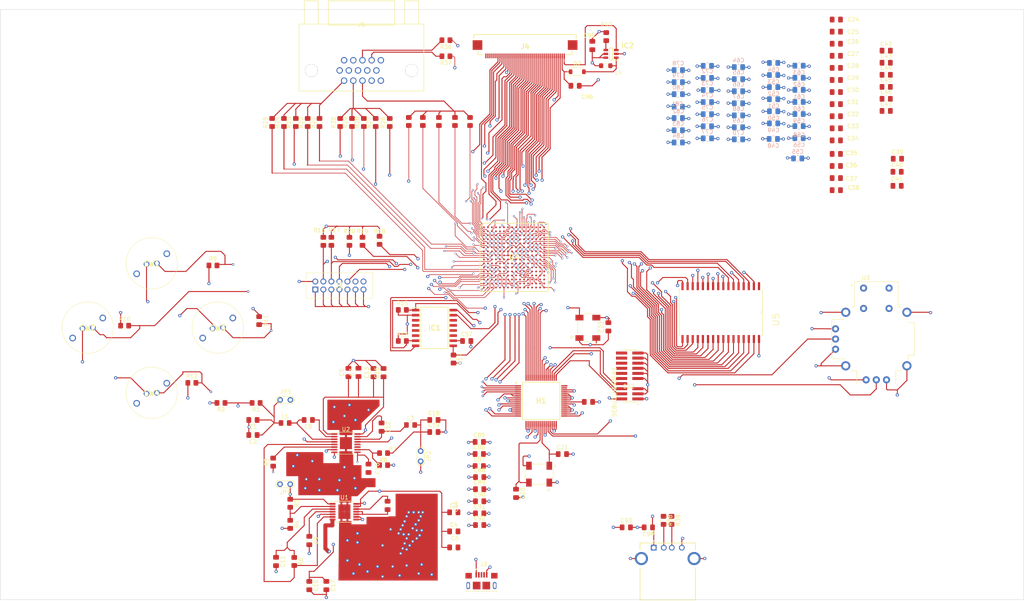
<source format=kicad_pcb>
(kicad_pcb (version 20221018) (generator pcbnew)
  (title_block (title "Draft") (date "2023-09-28") (rev "0"))
  (layers (0 "F.Cu" signal) (1 "In1.Cu" power "In1_GND.Cu") (2 "In2.Cu" power "In2_3V3.Cu") (3 "In3.Cu" signal) (4 "In4.Cu" signal) (31 "B.Cu" signal) (34 "B.Paste" user) (35 "F.Paste" user) (36 "B.SilkS" user "B.Silkscreen") (37 "F.SilkS" user "F.Silkscreen") (38 "B.Mask" user) (39 "F.Mask" user) (44 "Edge.Cuts" user))
  (net 0 "")
  (net 1 "+1V8")
  (net 2 "GND")
  (net 3 "/microcontroller_unit/5V_IN")
  (net 4 "Net-(U2-VBST1)")
  (net 5 "Net-(U2-SW1)")
  (net 6 "Net-(U1-SS)")
  (net 7 "Net-(U2-VREG5)")
  (net 8 "Net-(U1-VREG5)")
  (net 9 "Net-(U2-VBST2)")
  (net 10 "Net-(U2-SW2)")
  (net 11 "Net-(U1-VBST)")
  (net 12 "Net-(U1-SW1)")
  (net 13 "+1V0")
  (net 14 "+3.3V")
  (net 15 "Net-(H1-PB13)")
  (net 16 "Net-(H1-PB14)")
  (net 17 "Net-(H1-DECOUPLE)")
  (net 18 "Net-(IC1-VSS)")
  (net 19 "Net-(DEBUG_HEADER1-SWDIO)")
  (net 20 "Net-(DEBUG_HEADER1-SWDCLK)")
  (net 21 "Net-(DEBUG_HEADER1-SWO)")
  (net 22 "Net-(DEBUG_HEADER1-nRESET)")
  (net 24 "Net-(JP3-A)")
  (net 25 "Net-(JP1-A)")
  (net 26 "Net-(JP2-A)")
  (net 29 "Net-(H1-PA0)")
  (net 30 "Net-(H1-PA1)")
  (net 31 "Net-(H1-PA2)")
  (net 32 "Net-(H1-PA3)")
  (net 33 "/FPGA/MISO")
  (net 34 "/FPGA/MOSI")
  (net 35 "/FPGA/CLK")
  (net 36 "/FPGA/CS")
  (net 38 "Net-(H1-PD0)")
  (net 39 "Net-(H1-PD1)")
  (net 41 "Net-(H1-PF10)")
  (net 42 "Net-(H1-PF11)")
  (net 43 "/FPGA/GPIO7")
  (net 44 "/FPGA/GPIO6")
  (net 45 "/FPGA/GPIO5")
  (net 46 "/FPGA/GPIO4")
  (net 47 "/FPGA/GPIO3")
  (net 48 "/FPGA/GPIO2")
  (net 49 "/FPGA/GPIO1")
  (net 50 "/FPGA/GPIO0")
  (net 51 "Net-(IC1-IO3_{slash}_RESET#)")
  (net 56 "Net-(IC1-CS#)")
  (net 57 "Net-(IC1-SO_{slash}_IO1)")
  (net 58 "Net-(IC1-WP#_{slash}_IO2)")
  (net 63 "Net-(IC1-SI_{slash}_IO0)")
  (net 64 "Net-(IC1-SCK)")
  (net 65 "Net-(U4C-TMS_0)")
  (net 66 "Net-(U4C-TCK_0)")
  (net 67 "Net-(U4C-TDO_0)")
  (net 68 "Net-(U4C-TDI_0)")
  (net 75 "Net-(J6-D-)")
  (net 76 "Net-(U4B-IO_L6N_T0_VREF_35)")
  (net 77 "Net-(J6-D+)")
  (net 78 "Net-(U4B-IO_L7N_T1_AD6N_35)")
  (net 79 "Net-(U4B-IO_L8P_T1_AD14P_35)")
  (net 80 "Net-(U4B-IO_L8N_T1_AD14N_35)")
  (net 81 "Net-(U4B-IO_L9P_T1_DQS_AD7P_35)")
  (net 82 "Net-(U4B-IO_L9N_T1_DQS_AD7N_35)")
  (net 83 "Net-(U4B-IO_L10P_T1_AD15P_35)")
  (net 84 "Net-(U4B-IO_L10N_T1_AD15N_35)")
  (net 85 "Net-(U4B-IO_L11P_T1_SRCC_35)")
  (net 86 "Net-(U4B-IO_L11N_T1_SRCC_35)")
  (net 87 "Net-(U4B-IO_L12P_T1_MRCC_35)")
  (net 88 "Net-(U4B-IO_L12N_T1_MRCC_35)")
  (net 89 "Net-(U4B-IO_L13P_T2_MRCC_35)")
  (net 90 "Net-(U4B-IO_L13N_T2_MRCC_35)")
  (net 91 "Net-(U4B-IO_L14P_T2_SRCC_35)")
  (net 92 "Net-(U4B-IO_L14N_T2_SRCC_35)")
  (net 93 "Net-(U4B-IO_L15P_T2_DQS_35)")
  (net 94 "Net-(U4B-IO_L15N_T2_DQS_35)")
  (net 95 "Net-(U4B-IO_L16P_T2_35)")
  (net 96 "Net-(U4B-IO_L16N_T2_35)")
  (net 97 "Net-(U4B-IO_L17P_T2_35)")
  (net 98 "Net-(U4B-IO_L17N_T2_35)")
  (net 99 "Net-(U4B-IO_L18P_T2_35)")
  (net 100 "Net-(U4B-IO_L18N_T2_35)")
  (net 101 "Net-(U4B-IO_L19P_T3_35)")
  (net 103 "Net-(U4B-IO_L20P_T3_35)")
  (net 104 "Net-(U4B-IO_L20N_T3_35)")
  (net 105 "Net-(U4B-IO_L21P_T3_DQS_35)")
  (net 106 "Net-(U4B-IO_L21N_T3_DQS_35)")
  (net 107 "Net-(U4B-IO_L22P_T3_35)")
  (net 114 "Net-(J5-Pad1)")
  (net 115 "Net-(J5-Pad2)")
  (net 116 "Net-(J5-Pad3)")
  (net 121 "Net-(J5-Pad13)")
  (net 122 "Net-(J5-Pad14)")
  (net 125 "Net-(U2-VFB1)")
  (net 126 "Net-(U1-VFB)")
  (net 127 "Net-(U2-EN2)")
  (net 128 "Net-(U1-PG)")
  (net 129 "Net-(U2-VFB2)")
  (net 130 "Net-(U4C-INIT_B_0)")
  (net 131 "/FPGA/program_b")
  (net 132 "/FPGA/done")
  (net 133 "/FPGA/RED0")
  (net 134 "/FPGA/RED1")
  (net 135 "/FPGA/RED2")
  (net 136 "/FPGA/RED3")
  (net 137 "/FPGA/RED4")
  (net 138 "/FPGA/GREEN0")
  (net 139 "/FPGA/GREEN1")
  (net 140 "/FPGA/GREEN2")
  (net 141 "/FPGA/GREEN3")
  (net 142 "/FPGA/GREEN4")
  (net 143 "/FPGA/BLUE0")
  (net 144 "/FPGA/BLUE1")
  (net 145 "/FPGA/BLUE2")
  (net 146 "/FPGA/BLUE3")
  (net 147 "/FPGA/BLUE4")
  (net 148 "/FPGA/HSYNC")
  (net 149 "/FPGA/VSYNC")
  (net 154 "Net-(U4A-IO_L13P_T2_MRCC_14)")
  (net 158 "Net-(U4A-IO_L23N_T3_FWE_B_15)")
  (net 159 "Net-(U4A-IO_L23P_T3_FOE_B_15)")
  (net 160 "Net-(U4A-IO_L22P_T3_A17_15)")
  (net 161 "Net-(U4A-IO_L24P_T3_RS1_15)")
  (net 162 "Net-(U4A-IO_L20N_T3_A19_15)")
  (net 163 "Net-(U4A-IO_L20P_T3_A20_15)")
  (net 164 "Net-(U4A-IO_L19P_T3_A22_15)")
  (net 165 "Net-(U4A-IO_L22N_T3_A16_15)")
  (net 166 "Net-(U4A-IO_L24N_T3_RS0_15)")
  (net 167 "Net-(U4A-IO_L21P_T3_DQS_15)")
  (net 168 "Net-(U4A-IO_L19N_T3_A21_VREF_15)")
  (net 169 "Net-(U4A-IO_25_15)")
  (net 170 "Net-(U4A-IO_L18P_T2_A24_15)")
  (net 171 "Net-(U4A-IO_L21N_T3_DQS_A18_15)")
  (net 172 "Net-(U4A-IO_L16N_T2_A27_15)")
  (net 173 "Net-(U4A-IO_L16P_T2_A28_15)")
  (net 174 "Net-(U4A-IO_L17P_T2_A26_15)")
  (net 175 "Net-(U4A-IO_L18N_T2_A23_15)")
  (net 176 "Net-(U4A-IO_L13N_T2_MRCC_15)")
  (net 177 "Net-(U4A-IO_L13P_T2_MRCC_15)")
  (net 178 "Net-(U4A-IO_L14P_T2_SRCC_15)")
  (net 179 "Net-(U4A-IO_L17N_T2_A25_15)")
  (net 180 "Net-(U4A-IO_L15N_T2_DQS_ADV_B_15)")
  (net 181 "Net-(U4A-IO_L15P_T2_DQS_15)")
  (net 182 "Net-(U4A-IO_L12P_T1_MRCC_15)")
  (net 183 "Net-(U4A-IO_L14N_T2_SRCC_15)")
  (net 184 "Net-(U4A-IO_L12N_T1_MRCC_15)")
  (net 185 "Net-(U4A-IO_L11N_T1_SRCC_15)")
  (net 186 "Net-(U4A-IO_L11P_T1_SRCC_15)")
  (net 253 "Net-(D2-K)")
  (net 254 "Net-(D2-A)")
  (net 255 "Net-(IC2-LED)")
  (net 256 "Net-(IC2-RSET)")
  (footprint "Resistor_SMD:R_0805_2012Metric_Pad1.20x1.40mm_HandSolder" (layer "F.Cu") (at 134.425 104.825 -90)
    (fp_text reference "R14")
    (fp_text value "4.7k")
  )
  (footprint "Capacitor_SMD:C_0805_2012Metric_Pad1.18x1.45mm_HandSolder" (layer "F.Cu") (at 229.788 23.262)
    (fp_text reference "C25")
    (fp_text value "470n")
  )
  (footprint "Capacitor_SMD:C_0805_2012Metric_Pad1.18x1.45mm_HandSolder" (layer "F.Cu") (at 229.788 29.282)
    (fp_text reference "C27")
    (fp_text value "470n")
  )
  (footprint "Capacitor_SMD:C_0805_2012Metric_Pad1.18x1.45mm_HandSolder" (layer "F.Cu") (at 84.4625 120 180)
    (fp_text reference "C1")
    (fp_text value "22u")
  )
  (footprint "Capacitor_SMD:C_0805_2012Metric_Pad1.18x1.45mm_HandSolder" (layer "F.Cu") (at 134.5 151.75)
    (fp_text reference "C6")
    (fp_text value "100n")
  )
  (footprint "Capacitor_SMD:C_0805_2012Metric_Pad1.18x1.45mm_HandSolder" (layer "F.Cu") (at 229.788 26.272)
    (fp_text reference "C26")
    (fp_text value "470n")
  )
  (footprint "Capacitor_SMD:C_0805_2012Metric_Pad1.18x1.45mm_HandSolder" (layer "F.Cu") (at 242.2125 34.02)
    (fp_text reference "C44")
    (fp_text value "470n")
  )
  (footprint "ledDriver:SOT95P280X100-6N" (layer "F.Cu") (at 173.67 28.8 180)
    (fp_text reference "IC2")
    (fp_text value "LT1932ES6#TRMPBF" hide)
  )
  (footprint "Capacitor_SMD:C_0805_2012Metric_Pad1.18x1.45mm_HandSolder" (layer "F.Cu") (at 140.8405 128.48)
    (fp_text reference "C86")
    (fp_text value "100n")
  )
  (footprint "Capacitor_SMD:C_0805_2012Metric_Pad1.18x1.45mm_HandSolder" (layer "F.Cu") (at 169 26.7125 90)
    (fp_text reference "C95")
    (fp_text value "4.7u")
  )
  (footprint "Capacitor_SMD:C_0805_2012Metric_Pad1.18x1.45mm_HandSolder" (layer "F.Cu") (at 173 96.7875 90)
    (fp_text reference "C23")
    (fp_text value "100n")
  )
  (footprint "Resistor_SMD:R_0805_2012Metric_Pad1.20x1.40mm_HandSolder" (layer "F.Cu") (at 111.75 75.5 90)
    (fp_text reference "R19")
    (fp_text value "4.7k")
  )
  (footprint "Resistor_SMD:R_0805_2012Metric_Pad1.20x1.40mm_HandSolder" (layer "F.Cu") (at 172.47 24.5 90)
    (fp_text reference "R40")
    (fp_text value "562")
  )
  (footprint "Capacitor_SMD:C_0805_2012Metric_Pad1.18x1.45mm_HandSolder" (layer "F.Cu") (at 90.2125 155.25 -90)
    (fp_text reference "C11")
    (fp_text value "1u")
  )
  (footprint "10118193-0001LF:AMPHENOL_10118193-0001LF" (layer "F.Cu") (at 141.39075 161.25)
    (fp_text reference "J2")
    (fp_text value "USB_B_Micro")
  )
  (footprint "screenconnect:62684402100ALF" (layer "F.Cu") (at 152.25 26.65 180)
    (fp_text reference "J4")
    (fp_text value "62684-402100ALF" hide)
  )
  (footprint "Resistor_SMD:R_0805_2012Metric_Pad1.20x1.40mm_HandSolder" (layer "F.Cu") (at 115.04 45.89 90)
    (fp_text reference "R27")
    (fp_text value "1124")
  )
  (footprint "Capacitor_SMD:C_0805_2012Metric_Pad1.18x1.45mm_HandSolder" (layer "F.Cu") (at 164.7125 36.75)
    (fp_text reference "C96")
    (fp_text value "1u")
  )
  (footprint "vga:CONN_L77HDE15SD1CH4FVGA_AMP" (layer "F.Cu") (at 111.5 21.5)
    (fp_text reference "J5")
    (fp_text value "L77HDE15SD1CH4FVGA")
  )
  (footprint "Capacitor_SMD:C_0805_2012Metric_Pad1.18x1.45mm_HandSolder" (layer "F.Cu") (at 140.8405 131.49)
    (fp_text reference "C87")
    (fp_text value "100n")
  )
  (footprint "Resistor_SMD:R_0805_2012Metric_Pad1.20x1.40mm_HandSolder" (layer "F.Cu") (at 89.24 45.89 90)
    (fp_text reference "R25")
    (fp_text value "8989")
  )
  (footprint "Capacitor_SMD:C_0805_2012Metric_Pad1.18x1.45mm_HandSolder" (layer "F.Cu") (at 168.0375 115.5)
    (fp_text reference "C22")
    (fp_text value "1u")
  )
  (footprint "Capacitor_SMD:C_0805_2012Metric_Pad1.18x1.45mm_HandSolder" (layer "F.Cu") (at 242.2125 43.01)
    (fp_text reference "C47")
    (fp_text value "47u")
  )
  (footprint "FTSH-110-01-L-DV-007:SAMTEC_FTSH-110-01-L-DV-007" (layer "F.Cu") (at 178.325 109.035 90)
    (fp_text reference "DEBUG_HEADER1")
    (fp_text value "FTSH-110-01-L-DV-007")
  )
  (footprint "Capacitor_SMD:C_0805_2012Metric_Pad1.18x1.45mm_HandSolder" (layer "F.Cu") (at 102.75 161.25 -90)
    (fp_text reference "C17")
    (fp_text value "22u")
  )
  (footprint "Capacitor_SMD:C_0805_2012Metric_Pad1.18x1.45mm_HandSolder" (layer "F.Cu") (at 84.4625 123.75 180)
    (fp_text reference "C2")
    (fp_text value "22u")
  )
  (footprint "Capacitor_SMD:C_0805_2012Metric_Pad1.18x1.45mm_HandSolder" (layer "F.Cu") (at 98.5 150.0375 -90)
    (fp_text reference "C9")
    (fp_text value "3.3n")
  )
  (footprint "Capacitor_SMD:C_0805_2012Metric_Pad1.18x1.45mm_HandSolder" (layer "F.Cu") (at 161.5375 128.5)
    (fp_text reference "C21")
    (fp_text value "12p")
  )
  (footprint "Resistor_SMD:R_0805_2012Metric_Pad1.20x1.40mm_HandSolder" (layer "F.Cu") (at 132.54 29.39 180)
    (fp_text reference "R37")
    (fp_text value "100")
  )
  (footprint "Capacitor_SMD:C_0805_2012Metric_Pad1.18x1.45mm_HandSolder" (layer "F.Cu") (at 229.788 47.342)
    (fp_text reference "C33")
    (fp_text value "4.7u")
  )
  (footprint "Capacitor_SMD:C_0805_2012Metric_Pad1.18x1.45mm_HandSolder" (layer "F.Cu") (at 229.788 41.322)
    (fp_text reference "C31")
    (fp_text value "470n")
  )
  (footprint "Resistor_SMD:R_0805_2012Metric_Pad1.20x1.40mm_HandSolder" (layer "F.Cu") (at 116 75.25 90)
    (fp_text reference "R18")
    (fp_text value "4.7k")
  )
  (footprint "Resistor_SMD:R_0805_2012Metric_Pad1.20x1.40mm_HandSolder" (layer "F.Cu") (at 118.54 45.89 90)
    (fp_text reference "R26")
    (fp_text value "562")
  )
  (footprint "joystick:XDCR_COM-09032" (layer "F.Cu") (at 239.75 99.84)
    (fp_text reference "U3")
    (fp_text value "COM-09032")
  )
  (footprint "Capacitor_SMD:C_0805_2012Metric_Pad1.18x1.45mm_HandSolder" (layer "F.Cu") (at 229.788 62.752)
    (fp_text reference "C38")
    (fp_text value "330u")
  )
  (footprint "Inductor_SMD:L_0805_2012Metric_Pad1.15x1.40mm_HandSolder" (layer "F.Cu") (at 92.475 120.75)
    (fp_text reference "L1")
    (fp_text value "1.5u")
  )
  (footprint "Resistor_SMD:R_0805_2012Metric_Pad1.20x1.40mm_HandSolder" (layer "F.Cu") (at 108.5 75.5 -90)
    (fp_text reference "R20")
    (fp_text value "330")
  )
  (footprint "Capacitor_SMD:C_0805_2012Metric_Pad1.18x1.45mm_HandSolder" (layer "F.Cu") (at 108.25 108.175 90)
    (fp_text reference "C5")
    (fp_text value "10u")
  )
  (footprint "Resistor_SMD:R_0805_2012Metric_Pad1.20x1.40mm_HandSolder" (layer "F.Cu") (at 121.675 92.575)
    (fp_text reference "R15")
    (fp_text value "4.7k")
  )
  (footprint "Resistor_SMD:R_0805_2012Metric_Pad1.20x1.40mm_HandSolder" (layer "F.Cu") (at 109.14 45.89 90)
    (fp_text reference "R29")
    (fp_text value "4495")
  )
  (footprint "Capacitor_SMD:C_0805_2012Metric_Pad1.18x1.45mm_HandSolder" (layer "F.Cu") (at 140.8405 125.47)
    (fp_text reference "C85")
    (fp_text value "100n")
  )
  (footprint "Capacitor_SMD:C_0805_2012Metric_Pad1.18x1.45mm_HandSolder" (layer "F.Cu") (at 140.9405 146.172)
    (fp_text reference "C92")
    (fp_text value "10u")
  )
  (footprint "button:K12PBK15N" (layer "F.Cu") (at 42 97.19)
    (fp_text reference "SW2")
    (fp_text value "SW_Push" hide)
  )
  (footprint "Capacitor_SMD:C_0805_2012Metric_Pad1.18x1.45mm_HandSolder" (layer "F.Cu") (at 98.5 161.25 -90)
    (fp_text reference "C16")
    (fp_text value "22u")
  )
  (footprint "Capacitor_SMD:C_0805_2012Metric_Pad1.18x1.45mm_HandSolder" (layer "F.Cu") (at 229.788 35.302)
    (fp_text reference "C29")
    (fp_text value "470n")
  )
  (footprint "Capacitor_SMD:C_0805_2012Metric_Pad1.18x1.45mm_HandSolder" (layer "F.Cu") (at 98.25 120 180)
    (fp_text reference "C8")
    (fp_text value "100n")
  )
  (footprint "Capacitor_SMD:C_0805_2012Metric_Pad1.18x1.45mm_HandSolder" (layer "F.Cu") (at 140.9405 137.244)
    (fp_text reference "C89")
    (fp_text value "100n")
  )
  (footprint "Resistor_SMD:R_0805_2012Metric_Pad1.20x1.40mm_HandSolder" (layer "F.Cu") (at 52.5 96.5)
    (fp_text reference "R10")
    (fp_text value "10k")
  )
  (footprint "Capacitor_SMD:C_0805_2012Metric_Pad1.18x1.45mm_HandSolder" (layer "F.Cu") (at 134.5 147.75)
    (fp_text reference "C4")
    (fp_text value "10u")
  )
  (footprint "Resistor_SMD:R_0805_2012Metric_Pad1.20x1.40mm_HandSolder" (layer "F.Cu") (at 85.25 115.75 180)
    (fp_text reference "R1")
    (fp_text value "30.1k")
  )
  (footprint "Capacitor_SMD:C_0805_2012Metric_Pad1.18x1.45mm_HandSolder" (layer "F.Cu") (at 140.9405 140.254)
    (fp_text reference "C90")
    (fp_text value "100n")
  )
  (footprint "USB1130-15-A_REVA:GCT_USB1130-15-A_REVA" (layer "F.Cu") (at 187.8025 154.5225)
    (fp_text reference "J6")
    (fp_text value "USB1130-15-A_REVA")
  )
  (footprint "Resistor_SMD:R_0805_2012Metric_Pad1.20x1.40mm_HandSolder" (layer "F.Cu") (at 138.54 45.64 90)
    (fp_text reference "R35" hide)
    (fp_text value "8989")
  )
  (footprint "button:K12PBK15N" (layer "F.Cu") (at 74.4 97.19)
    (fp_text reference "SW3")
    (fp_text value "SW_Push" hide)
  )
  (footprint "Capacitor_SMD:C_0805_2012Metric_Pad1.18x1.45mm_HandSolder" (layer "F.Cu") (at 244.9315 61.674)
    (fp_text reference "C41")
    (fp_text value "100u")
  )
  (footprint "Resistor_SMD:R_0805_2012Metric_Pad1.20x1.40mm_HandSolder" (layer "F.Cu") (at 117 128.25 180)
    (fp_text reference "R7")
    (fp_text value "73.2k")
  )
  (footprint "Resistor_SMD:R_0805_2012Metric_Pad1.20x1.40mm_HandSolder" (layer "F.Cu") (at 188.75 145 -90)
    (fp_text reference "R39")
    (fp_text value "15")
  )
  (footprint "LIB_S25FL256LAGMFI003:SOIC127P1030X265-16N" (layer "F.Cu") (at 129.675 97.075)
    (fp_text reference "IC1")
    (fp_text value "S25FL256LAGMFI003" hide)
  )
  (footprint "Capacitor_SMD:C_0805_2012Metric_Pad1.18x1.45mm_HandSolder" (layer "F.Cu") (at 229.788 38.312)
    (fp_text reference "C30")
    (fp_text value "470n")
  )
  (footprint "Capacitor_SMD:C_0805_2012Metric_Pad1.18x1.45mm_HandSolder" (layer "F.Cu") (at 117 108.2125 90)
    (fp_text reference "C15")
    (fp_text value "100n")
  )
  (footprint "Package_SO:TSSOP-14-1EP_4.4x5mm_P0.65mm" (layer "F.Cu") (at 107.25 142.85)
    (fp_text reference "U1")
    (fp_text value "TPS54325")
  )
  (footprint "fpga_real:BGA256C100P16X16_1700X1700X155" (layer "F.Cu") (at 149.5 79.5)
    (fp_text reference "U4")
    (fp_text value "XC7A100T-FTG256" hide)
  )
  (footprint "Resistor_SMD:R_0805_2012Metric_Pad1.20x1.40mm_HandSolder" (layer "F.Cu") (at 117 131.25)
    (fp_text reference "R8")
    (fp_text value "22.1k")
  )
  (footprint "Capacitor_SMD:C_0805_2012Metric_Pad1.18x1.45mm_HandSolder" (layer "F.Cu") (at 229.788 32.292)
    (fp_text reference "C28")
    (fp_text value "470n")
  )
  (footprint "Capacitor_SMD:C_0805_2012Metric_Pad1.18x1.45mm_HandSolder" (layer "F.Cu") (at 244.9315 58.174)
    (fp_text reference "C40")
    (fp_text value "470n")
  )
  (footprint "Package_SO:HTSSOP-16-1EP_4.4x5mm_P0.65mm_EP3x3mm" (layer "F.Cu") (at 107.625 125.775)
    (fp_text reference "U2")
    (fp_text value "TPS54294")
  )
  (footprint "Capacitor_SMD:C_0805_2012Metric_Pad1.18x1.45mm_HandSolder" (layer "F.Cu") (at 245.0065 54.924)
    (fp_text reference "C39")
    (fp_text value "470n")
  )
  (footprint "Capacitor_SMD:C_0805_2012Metric_Pad1.18x1.45mm_HandSolder" (layer "F.Cu") (at 114.5 108.2125 90)
    (fp_text reference "C13")
    (fp_text value "10u")
  )
  (footprint "Capacitor_SMD:C_0805_2012Metric_Pad1.18x1.45mm_HandSolder" (layer "F.Cu") (at 140.9405 134.234)
    (fp_text reference "C88")
    (fp_text value "100n")
  )
  (footprint "Resistor_SMD:R_0805_2012Metric_Pad1.20x1.40mm_HandSolder" (layer "F.Cu") (at 126.79 45.64 90)
    (fp_text reference "R32" hide)
    (fp_text value "1124")
  )
  (footprint "Resistor_SMD:R_0805_2012Metric_Pad1.20x1.40mm_HandSolder" (layer "F.Cu") (at 102 75.5 -90)
    (fp_text reference "R16")
    (fp_text value "10k")
  )
  (footprint "Resistor_SMD:R_0805_2012Metric_Pad1.20x1.40mm_HandSolder" (layer "F.Cu") (at 93.75 140.75 -90)
    (fp_text reference "R3")
    (fp_text value "6.81k")
  )
  (footprint "Resistor_SMD:R_0805_2012Metric_Pad1.20x1.40mm_HandSolder" (layer "F.Cu") (at 121.675 100.325)
    (fp_text reference "R13")
    (fp_text value "2.4k")
  )
  (footprint "Capacitor_SMD:C_0805_2012Metric_Pad1.18x1.45mm_HandSolder" (layer "F.Cu") (at 242.2125 40)
    (fp_text reference "C46")
    (fp_text value "4.7u")
  )
  (footprint "TestPoint:TestPoint_2Pads_Pitch2.54mm_Drill0.8mm" (layer "F.Cu") (at 91.25 115)
    (fp_text reference "JP3")
    (fp_text value "Jumper_2_Bridged")
  )
  (footprint "Capacitor_SMD:C_0805_2012Metric_Pad1.18x1.45mm_HandSolder" (layer "F.Cu") (at 134.5 143)
    (fp_text reference "C3")
    (fp_text value "100u")
  )
  (footprint "Resistor_SMD:R_0805_2012Metric_Pad1.20x1.40mm_HandSolder" (layer "F.Cu") (at 104 75.5 90)
    (fp_text reference "R17")
    (fp_text value "10k")
  )
  (footprint "0878311420_fpga-debub:0878311420" (layer "F.Cu") (at 100 87.5)
    (fp_text reference "J1")
    (fp_text value "0878311420" hide)
  )
  (footprint "TestPoint:TestPoint_2Pads_Pitch2.54mm_Drill0.8mm" (layer "F.Cu") (at 126.25 127.75 -90)
    (fp_text reference "JP2")
    (fp_text value "Jumper_2_Bridged")
  )
  (footprint "IS62C1024AL-35QLI-TR:SOIC127P1412X305-32N" (layer "F.Cu") (at 201 93.25 -90)
    (fp_text reference "U5")
    (fp_text value "IS62C1024AL-35QLI-TR")
  )
  (footprint "Resistor_SMD:R_0805_2012Metric_Pad1.20x1.40mm_HandSolder" (layer "F.Cu") (at 134.79 45.64 90)
    (fp_text reference "R34" hide)
    (fp_text value "4495")
  )
  (footprint "Capacitor_SMD:C_0805_2012Metric_Pad1.18x1.45mm_HandSolder" (layer "F.Cu") (at 177.4625 146.75)
    (fp_text reference "C93")
    (fp_text value "1u")
  )
  (footprint "Resistor_SMD:R_0805_2012Metric_Pad1.20x1.40mm_HandSolder" (layer "F.Cu") (at 106.19 45.89 90)
    (fp_text reference "R30")
    (fp_text value "8989")
  )
  (footprint "Resistor_SMD:R_0805_2012Metric_Pad1.20x1.40mm_HandSolder" (layer "F.Cu") (at 123.29 45.64 90)
    (fp_text reference "R31" hide)
    (fp_text value "562")
  )
  (footprint "Capacitor_SMD:C_0805_2012Metric_Pad1.18x1.45mm_HandSolder" (layer "F.Cu") (at 242.2125 37.03)
    (fp_text reference "C45")
    (fp_text value "4.7u")
  )
  (footprint "Diode_SMD:D_SOD-123" (layer "F.Cu") (at 165.25 33.25)
    (fp_text reference "D2")
    (fp_text value "MBR0520")
  )
  (footprint "Capacitor_SMD:C_0805_2012Metric_Pad1.18x1.45mm_HandSolder" (layer "F.Cu") (at 229.788 20.252)
    (fp_text reference "C24")
    (fp_text value "470n")
  )
  (footprint "TestPoint:TestPoint_2Pads_Pitch2.54mm_Drill0.8mm" (layer "F.Cu") (at 93.75 136 180)
    (fp_text reference "JP1")
    (fp_text value "Jumper_2_Bridged")
  )
  (footprint "Capacitor_SMD:C_0805_2012Metric_Pad1.18x1.45mm_HandSolder" (layer "F.Cu") (at 140.9405 143.264)
    (fp_text reference "C91")
    (fp_text value "100n")
  )
  (footprint "Capacitor_SMD:C_0805_2012Metric_Pad1.18x1.45mm_HandSolder" (layer "F.Cu") (at 150 138.2875 -90)
    (fp_text reference "C20")
    (fp_text value "12p")
  )
  (footprint "Resistor_SMD:R_0805_2012Metric_Pad1.20x1.40mm_HandSolder" (layer "F.Cu") (at 94.75 155.25 -90)
    (fp_text reference "R6")
    (fp_text value "100k")
  )
  (footprint "Inductor_SMD:L_0805_2012Metric_Pad1.15x1.40mm_HandSolder" (layer "F.Cu") (at 123.725 121.25)
    (fp_text reference "L3")
    (fp_text value "2.2u")
  )
  (footprint "efm32:QFP50P1200X1200X120-64N" (layer "F.Cu") (at 156.25 115.25)
    (fp_text reference "H1")
    (fp_text value "EFM32GG332F1024-QFP64" hide)
  )
  (footprint "Capacitor_SMD:C_0805_2012Metric_Pad1.18x1.45mm_HandSolder" (layer "F.Cu") (at 229.788 53.722)
    (fp_text reference "C35")
    (fp_text value "4.7u")
  )
  (footprint "Resistor_SMD:R_0805_2012Metric_Pad1.20x1.40mm_HandSolder" (layer "F.Cu") (at 132.54 25.39 180)
    (fp_text reference "R36")
    (fp_text value "100")
  )
  (footprint "Resistor_SMD:R_0805_2012Metric_Pad1.20x1.40mm_HandSolder" (layer "F.Cu") (at 69.25 110.75)
    (fp_text reference "R12")
    (fp_text value "10k")
  )
  (footprint "Resistor_SMD:R_0805_2012Metric_Pad1.20x1.40mm_HandSolder" (layer "F.Cu") (at 98.09 45.89 90)
    (fp_text reference "R22")
    (fp_text value "1124")
  )
  (footprint "Resistor_SMD:R_0805_2012Metric_Pad1.20x1.40mm_HandSolder" (layer "F.Cu") (at 186.75 145 -90)
    (fp_text reference "R38")
    (fp_text value "15")
  )
  (footprint "Capacitor_SMD:C_0805_2012Metric_Pad1.18x1.45mm_HandSolder" (layer "F.Cu") (at 182.9625 146.75 180)
    (fp_text reference "C94")
    (fp_text value "100u")
  )
  (footprint "Capacitor_SMD:C_0805_2012Metric_Pad1.18x1.45mm_HandSolder" (layer "F.Cu") (at 110.75 108.1375 90)
    (fp_text reference "C7")
    (fp_text value "100n")
  )
  (footprint "Resistor_SMD:R_0805_2012Metric_Pad1.20x1.40mm_HandSolder" (layer "F.Cu") (at 76.5 115.75 180)
    (fp_text reference "R2")
    (fp_text value "22.1k")
  )
  (footprint "Resistor_SMD:R_0805_2012Metric_Pad1.20x1.40mm_HandSolder" (layer "F.Cu") (at 86 95.25 -90)
    (fp_text reference "R11")
    (fp_text value "10k")
  )
  (footprint "Capacitor_SMD:C_0805_2012Metric_Pad1.18x1.45mm_HandSolder" (layer "F.Cu") (at 129.5375 123)
    (fp_text reference "C19")
    (fp_text value "22u")
  )
  (footprint "Capacitor_SMD:C_0805_2012Metric_Pad1.18x1.45mm_HandSolder" (layer "F.Cu") (at 229.788 59.742)
    (fp_text reference "C37")
    (fp_text value "4.7u")
  )
  (footprint "ECS-3953M-400-BN-TR:OSC_ECS-3953M-400-BN-TR" (layer "F.Cu") (at 155.75 133.5 180)
    (fp_text reference "Y1")
    (fp_text value "Crystal_GND24")
  )
  (footprint "Resistor_SMD:R_0805_2012Metric_Pad1.20x1.40mm_HandSolder" (layer "F.Cu") (at 74.5 81.5)
    (fp_text reference "R9")
    (fp_text value "10k")
  )
  (footprint "Capacitor_SMD:C_0805_2012Metric_Pad1.18x1.45mm_HandSolder" (layer "F.Cu") (at 116.5 121.7875 -90)
    (fp_text reference "C12")
    (fp_text value "100n")
  )
  (footprint "Capacitor_SMD:C_0805_2012Metric_Pad1.18x1.45mm_HandSolder" (layer "F.Cu") (at 113.25 132.0375 -90)
    (fp_text reference "C10")
    (fp_text value "1u")
  )
  (footprint "Capacitor_SMD:C_0805_2012Metric_Pad1.18x1.45mm_HandSolder" (layer "F.Cu") (at 242.2125 31.01)
    (fp_text reference "C43")
    (fp_text value "470n")
  )
  (footprint "ECS-3953M-400-BN-TR:OSC_ECS-3953M-400-BN-TR" (layer "F.Cu") (at 167.9 97.04 90)
    (fp_text reference "Y2")
    (fp_text value "ECS-3953M-400-BN-TR")
  )
  (footprint "Resistor_SMD:R_0805_2012Metric_Pad1.20x1.40mm_HandSolder" (layer "F.Cu") (at 92.19 45.89 90)
    (fp_text reference "R24")
    (fp_text value "4495")
  )
  (footprint "Resistor_SMD:R_0805_2012Metric_Pad1.20x1.40mm_HandSolder" (layer "F.Cu") (at 95.14 45.89 90)
    (fp_text reference "R23")
    (fp_text value "2247")
  )
  (footprint "Inductor_SMD:L_0805_2012Metric_Pad1.05x1.20mm_HandSolder" (layer "F.Cu") (at 172.35 31.75)
    (fp_text reference "L4")
    (fp_text value "6.8u")
  )
  (footprint "button:K12PBK15N" (layer "F.Cu") (at 57.95 81.19)
    (fp_text reference "SW1")
    (fp_text value "SW_Push" hide)
  )
  (footprint "button:K12PBK15N" (layer "F.Cu") (at 57.95 113.44)
    (fp_text reference "SW4")
    (fp_text value "SW_Push" hide)
  )
  (footprint "Capacitor_SMD:C_0805_2012Metric_Pad1.18x1.45mm_HandSolder" (layer "F.Cu") (at 137.7125 100.325)
    (fp_text reference "C57")
    (fp_text value "100n")
  )
  (footprint "Resistor_SMD:R_0805_2012Metric_Pad1.20x1.40mm_HandSolder" (layer "F.Cu") (at 130.79 45.64 90)
    (fp_text reference "R33" hide)
    (fp_text value "2247")
  )
  (footprint "Resistor_SMD:R_0805_2012Metric_Pad1.20x1.40mm_HandSolder" (layer "F.Cu") (at 93.75 146 -90)
    (fp_text reference "R4")
    (fp_text value "22.1k")
  )
  (footprint "Capacitor_SMD:C_0805_2012Metric_Pad1.18x1.45mm_HandSolder" (layer "F.Cu") (at 229.788 44.332)
    (fp_text reference "C32")
    (fp_text value "4.7u")
  )
  (footprint "Capacitor_SMD:C_0805_2012Metric_Pad1.18x1.45mm_HandSolder" (layer "F.Cu") (at 229.788 56.732)
    (fp_text reference "C36")
    (fp_text value "4.7u")
  )
  (footprint "Capacitor_SMD:C_0805_2012Metric_Pad1.18x1.45mm_HandSolder" (layer "F.Cu") (at 242.2125 28)
    (fp_text reference "C42")
    (fp_text value "470n")
  )
  (footprint "Capacitor_SMD:C_0805_2012Metric_Pad1.18x1.45mm_HandSolder" (layer "F.Cu") (at 118 141.2875 -90)
    (fp_text reference "C14")
    (fp_text value "100n")
  )
  (footprint "Resistor_SMD:R_0805_2012Metric_Pad1.20x1.40mm_HandSolder" (layer "F.Cu") (at 101.04 45.89 90)
    (fp_text reference "R21")
    (fp_text value "562")
  )
  (footprint "Capacitor_SMD:C_0805_2012Metric_Pad1.18x1.45mm_HandSolder" (layer "F.Cu") (at 229.788 50.352)
    (fp_text reference "C34")
    (fp_text value "4.7u")
  )
  (footprint "Capacitor_SMD:C_0805_2012Metric_Pad1.18x1.45mm_HandSolder" (layer "F.Cu") (at 129.5375 120)
    (fp_text reference "C18")
    (fp_text value "22u")
  )
  (footprint "Resistor_SMD:R_0805_2012Metric_Pad1.20x1.40mm_HandSolder" (layer "F.Cu") (at 112.09 45.89 90)
    (fp_text reference "R28")
    (fp_text value "2247")
  )
  (footprint "Resistor_SMD:R_0805_2012Metric_Pad1.20x1.40mm_HandSolder" (layer "F.Cu") (at 89.5 130.5 90)
    (fp_text reference "R5")
    (fp_text value "100k")
  )
  (footprint "Capacitor_SMD:C_0805_2012Metric_Pad1.18x1.45mm_HandSolder" (layer "B.Cu") (at 197.665 46.83 180)
    (fp_text reference "C76")
    (fp_text value "47u")
  )
  (footprint "Capacitor_SMD:C_0805_2012Metric_Pad1.18x1.45mm_HandSolder" (layer "B.Cu") (at 190.415 47.826 180)
    (fp_text reference "C83")
    (fp_text value "47u")
  )
  (footprint "Capacitor_SMD:C_0805_2012Metric_Pad1.18x1.45mm_HandSolder" (layer "B.Cu") (at 205.415 44.12 180)
    (fp_text reference "C68")
    (fp_text value "4.7u")
  )
  (footprint "Capacitor_SMD:C_0805_2012Metric_Pad1.18x1.45mm_HandSolder" (layer "B.Cu") (at 214.165 46.11)
    (fp_text reference "C49")
    (fp_text value "470n")
  )
  (footprint "Capacitor_SMD:C_0805_2012Metric_Pad1.18x1.45mm_HandSolder" (layer "B.Cu") (at 190.415 41.984 180)
    (fp_text reference "C81")
    (fp_text value "4.7u")
  )
  (footprint "Capacitor_SMD:C_0805_2012Metric_Pad1.18x1.45mm_HandSolder" (layer "B.Cu") (at 220.5 31.75)
    (fp_text reference "C63")
    (fp_text value "470n")
  )
  (footprint "Capacitor_SMD:C_0805_2012Metric_Pad1.18x1.45mm_HandSolder" (layer "B.Cu") (at 205.415 35.09 180)
    (fp_text reference "C65")
    (fp_text value "470n")
  )
  (footprint "Capacitor_SMD:C_0805_2012Metric_Pad1.18x1.45mm_HandSolder" (layer "B.Cu") (at 205.415 38.1 180)
    (fp_text reference "C66")
    (fp_text value "470n")
  )
  (footprint "Capacitor_SMD:C_0805_2012Metric_Pad1.18x1.45mm_HandSolder" (layer "B.Cu") (at 220.5 34.76)
    (fp_text reference "C62")
    (fp_text value "47u")
  )
  (footprint "Capacitor_SMD:C_0805_2012Metric_Pad1.18x1.45mm_HandSolder" (layer "B.Cu") (at 197.665 34.79 180)
    (fp_text reference "C72")
    (fp_text value "470n")
  )
  (footprint "Capacitor_SMD:C_0805_2012Metric_Pad1.18x1.45mm_HandSolder" (layer "B.Cu") (at 205.415 47.08 180)
    (fp_text reference "C69")
    (fp_text value "47u")
  )
  (footprint "Capacitor_SMD:C_0805_2012Metric_Pad1.18x1.45mm_HandSolder" (layer "B.Cu") (at 220.165 54.84 180)
    (fp_text reference "C55")
    (fp_text value "470n")
  )
  (footprint "Capacitor_SMD:C_0805_2012Metric_Pad1.18x1.45mm_HandSolder" (layer "B.Cu") (at 220.5 46.8)
    (fp_text reference "C58")
    (fp_text value "470n")
  )
  (footprint "Capacitor_SMD:C_0805_2012Metric_Pad1.18x1.45mm_HandSolder" (layer "B.Cu") (at 214.165 43.1)
    (fp_text reference "C50")
    (fp_text value "470n")
  )
  (footprint "Capacitor_SMD:C_0805_2012Metric_Pad1.18x1.45mm_HandSolder" (layer "B.Cu") (at 197.665 31.78 180)
    (fp_text reference "C71" hide)
    (fp_text value "470n")
  )
  (footprint "Capacitor_SMD:C_0805_2012Metric_Pad1.18x1.45mm_HandSolder" (layer "B.Cu") (at 197.665 43.82 180)
    (fp_text reference "C75")
    (fp_text value "4.7u")
  )
  (footprint "Capacitor_SMD:C_0805_2012Metric_Pad1.18x1.45mm_HandSolder" (layer "B.Cu") (at 220.5 37.77)
    (fp_text reference "C61")
    (fp_text value "4.7u")
  )
  (footprint "Capacitor_SMD:C_0805_2012Metric_Pad1.18x1.45mm_HandSolder" (layer "B.Cu") (at 220.5 40.78)
    (fp_text reference "C60")
    (fp_text value "4.7u")
  )
  (footprint "Capacitor_SMD:C_0805_2012Metric_Pad1.18x1.45mm_HandSolder" (layer "B.Cu") (at 190.415 38.84 180)
    (fp_text reference "C80")
    (fp_text value "470n")
  )
  (footprint "Capacitor_SMD:C_0805_2012Metric_Pad1.18x1.45mm_HandSolder" (layer "B.Cu") (at 190.415 44.778 180)
    (fp_text reference "C82")
    (fp_text value "4.7u")
  )
  (footprint "Capacitor_SMD:C_0805_2012Metric_Pad1.18x1.45mm_HandSolder" (layer "B.Cu") (at 220.5 43.79)
    (fp_text reference "C59")
    (fp_text value "470n")
  )
  (footprint "Capacitor_SMD:C_0805_2012Metric_Pad1.18x1.45mm_HandSolder" (layer "B.Cu") (at 214.165 40.09)
    (fp_text reference "C51")
    (fp_text value "470n")
  )
  (footprint "Capacitor_SMD:C_0805_2012Metric_Pad1.18x1.45mm_HandSolder" (layer "B.Cu") (at 220.5 49.8)
    (fp_text reference "C56")
    (fp_text value "470n")
  )
  (footprint "Capacitor_SMD:C_0805_2012Metric_Pad1.18x1.45mm_HandSolder" (layer "B.Cu") (at 214.165 31.06)
    (fp_text reference "C54")
    (fp_text value "47u")
  )
  (footprint "Capacitor_SMD:C_0805_2012Metric_Pad1.18x1.45mm_HandSolder" (layer "B.Cu") (at 197.665 40.81 180)
    (fp_text reference "C74")
    (fp_text value "4.7u")
  )
  (footprint "Capacitor_SMD:C_0805_2012Metric_Pad1.18x1.45mm_HandSolder" (layer "B.Cu") (at 197.665 49.84 180)
    (fp_text reference "C77")
    (fp_text value "470n")
  )
  (footprint "Capacitor_SMD:C_0805_2012Metric_Pad1.18x1.45mm_HandSolder" (layer "B.Cu") (at 214.165 34.07)
    (fp_text reference "C53")
    (fp_text value "4.7u")
  )
  (footprint "Capacitor_SMD:C_0805_2012Metric_Pad1.18x1.45mm_HandSolder" (layer "B.Cu") (at 190.415 32.84 180)
    (fp_text reference "C78")
    (fp_text value "470n")
  )
  (footprint "Capacitor_SMD:C_0805_2012Metric_Pad1.18x1.45mm_HandSolder" (layer "B.Cu") (at 205.415 32.09 180)
    (fp_text reference "C64")
    (fp_text value "470n")
  )
  (footprint "Capacitor_SMD:C_0805_2012Metric_Pad1.18x1.45mm_HandSolder" (layer "B.Cu") (at 205.415 41.11 180)
    (fp_text reference "C67")
    (fp_text value "4.7u")
  )
  (footprint "Capacitor_SMD:C_0805_2012Metric_Pad1.18x1.45mm_HandSolder" (layer "B.Cu") (at 205.415 50.09 180)
    (fp_text reference "C70")
    (fp_text value "470n")
  )
  (footprint "Capacitor_SMD:C_0805_2012Metric_Pad1.18x1.45mm_HandSolder" (layer "B.Cu") (at 214.085 49.998)
    (fp_text reference "C48")
    (fp_text value "470n")
  )
  (footprint "Capacitor_SMD:C_0805_2012Metric_Pad1.18x1.45mm_HandSolder" (layer "B.Cu") (at 190.415 35.85 180)
    (fp_text reference "C79")
    (fp_text value "470n")
  )
  (footprint "Capacitor_SMD:C_0805_2012Metric_Pad1.18x1.45mm_HandSolder" (layer "B.Cu") (at 214.165 37.08)
    (fp_text reference "C52")
    (fp_text value "4.7u")
  )
  (footprint "Capacitor_SMD:C_0805_2012Metric_Pad1.18x1.45mm_HandSolder" (layer "B.Cu") (at 190.415 50.874 180)
    (fp_text reference "C84")
    (fp_text value "47u")
  )
  (footprint "Capacitor_SMD:C_0805_2012Metric_Pad1.18x1.45mm_HandSolder" (layer "B.Cu") (at 197.665 37.8 180)
    (fp_text reference "C73")
    (fp_text value "470n")
  )
  (gr_rect locked (start 21.5 17.75) (end 276.5 164.75) (stroke (width 0.1)) (fill none) (layer "Edge.Cuts"))
  (segment (start 151 78) (end 151.5 77.5) (width 0.15) (layer "F.Cu") (net 1))
  (segment (start 152 81) (end 151 82) (width 0.15) (layer "F.Cu") (net 1))
  (segment (start 151 80) (end 151.5 80.5) (width 0.15) (layer "F.Cu") (net 1))
  (segment (start 241.218 43.053) (end 241.175 43.01) (width 0.25) (layer "F.Cu") (net 1))
  (segment (start 152 81) (end 151.5 80.5) (width 0.15) (layer "F.Cu") (net 1))
  (segment (start 149.499959 78.499959) (end 149 78) (width 0.15) (layer "F.Cu") (net 1))
  (via (at 149.499959 78.499959) (size 0.5) (drill 0.3) (layers "F.Cu" "B.Cu") (net 1))
  (via (at 151.5 77.5) (size 0.5) (drill 0.3) (layers "F.Cu" "B.Cu") (net 1))
  (via (at 151.5 80.5) (size 0.5) (drill 0.3) (layers "F.Cu" "B.Cu") (net 1))
  (segment (start 141.878 125.47) (end 143.374 125.47) (width 0.25) (layer "F.Cu") (net 2))
  (segment (start 162.575 128.5) (end 164.25 128.5) (width 0.25) (layer "F.Cu") (net 2))
  (segment (start 145.5 80.5) (end 146.5 80.5) (width 0.15) (layer "F.Cu") (net 2))
  (segment (start 156.207107 85.5) (end 156.5 85.792893) (width 0.15) (layer "F.Cu") (net 2))
  (segment (start 156 84) (end 155.5 84.5) (width 0.15) (layer "F.Cu") (net 2))
  (segment (start 150.512 114) (end 149.25 114) (width 0.25) (layer "F.Cu") (net 2))
  (segment (start 182.79 108.96) (end 182.79 107.96) (width 0.25) (layer "F.Cu") (net 2))
  (segment (start 182.27 113.48) (end 182.79 112.96) (width 0.25) (layer "F.Cu") (net 2))
  (segment (start 111.1 144.15) (end 110.2 144.15) (width 0.25) (layer "F.Cu") (net 2))
  (segment (start 148.25 115.5) (end 148 115.25) (width 0.25) (layer "F.Cu") (net 2))
  (segment (start 150.512 117.5) (end 148.5 117.5) (width 0.25) (layer "F.Cu") (net 2))
  (segment (start 112 87.5) (end 112 91.25) (width 0.25) (layer "F.Cu") (net 2))
  (segment (start 90.25 157.75) (end 90.25 156.325) (width 0.25) (layer "F.Cu") (net 2))
  (segment (start 86 94.25) (end 86 93.75) (width 0.25) (layer "F.Cu") (net 2))
  (segment (start 154.5 122.5) (end 154.75 122.75) (width 0.25) (layer "F.Cu") (net 2))
  (segment (start 242.5 112.5) (end 245 112.5) (width 0.25) (layer "F.Cu") (net 2))
  (segment (start 112 91.25) (end 112.5 91.75) (width 0.25) (layer "F.Cu") (net 2))
  (segment (start 148 78) (end 148 79) (width 0.15) (layer "F.Cu") (net 2))
  (segment (start 147.5 74.207107) (end 147.207107 74.5) (width 0.15) (layer "F.Cu") (net 2))
  (segment (start 172.61 94.5) (end 170 94.5) (width 0.25) (layer "F.Cu") (net 2))
  (segment (start 182.79 110.71) (end 182.79 108.96) (width 0.25) (layer "F.Cu") (net 2))
  (segment (start 159 122.25) (end 159.5 122.75) (width 0.25) (layer "F.Cu") (net 2))
  (segment (start 99.675 163.4625) (end 102.75 163.4625) (width 0.25) (layer "F.Cu") (net 2))
  (segment (start 157 87) (end 158.75 87) (width 0.15) (layer "F.Cu") (net 2))
  (segment (start 153.5 120.988) (end 153.5 122.25) (width 0.25) (layer "F.Cu") (net 2))
  (segment (start 152.5 85.5) (end 150.5 85.5) (width 0.15) (layer "F.Cu") (net 2))
  (segment (start 150 139.325) (end 151.675 139.325) (width 0.25) (layer "F.Cu") (net 2))
  (segment (start 108 91) (end 108.75 91.75) (width 0.25) (layer "F.Cu") (net 2))
  (segment (start 147.207107 74.5) (end 146.542893 74.5) (width 0.15) (layer "F.Cu") (net 2))
  (segment (start 161.988 118) (end 163.5 118) (width 0.25) (layer "F.Cu") (net 2))
  (segment (start 194.3725 154.5225) (end 196.9775 154.5225) (width 0.25) (layer "F.Cu") (net 2))
  (segment (start 110 91) (end 110.75 91.75) (width 0.25) (layer "F.Cu") (net 2))
  (segment (start 148 80) (end 149 80) (width 0.15) (layer "F.Cu") (net 2))
  (segment (start 102.75 163.4625) (end 102.75 162.2875) (width 0.25) (layer "F.Cu") (net 2))
  (segment (start 150.25 88.5) (end 150 88.5) (width 0.15) (layer "F.Cu") (net 2))
  (segment (start 182.48 108.4) (end 180.36 108.4) (width 0.25) (layer "F.Cu") (net 2))
  (segment (start 145 81) (end 145.5 80.5) (width 0.15) (layer "F.Cu") (net 2))
  (segment (start 173 94.5) (end 173.25 94.75) (width 0.25) (layer "F.Cu") (net 2))
  (segment (start 111.75 144.8) (end 111.1 144.15) (width 0.25) (layer "F.Cu") (net 2))
  (segment (start 182.4 103.32) (end 180.36 103.32) (width 0.25) (layer "F.Cu") (net 2))
  (segment (start 132.5 120) (end 130.575 120) (width 0.25) (layer "F.Cu") (net 2))
  (segment (start 226.0775 93.1725) (end 226 93.25) (width 0.25) (layer "F.Cu") (net 2))
  (segment (start 155.5 81.5) (end 155 81) (width 0.15) (layer "F.Cu") (net 2))
  (segment (start 182.17 104.59) (end 180.36 104.59) (width 0.25) (layer "F.Cu") (net 2))
  (segment (start 156.202081 74) (end 156 74) (width 0.15) (layer "F.Cu") (net 2))
  (segment (start 155 122.5) (end 154.75 122.75) (width 0.25) (layer "F.Cu") (net 2))
  (segment (start 150.5 88.25) (end 150.25 88.5) (width 0.15) (layer "F.Cu") (net 2))
  (segment (start 172.22 23.25) (end 170.72 23.25) (width 0.25) (layer "F.Cu") (net 2))
  (segment (start 160 122.25) (end 159.5 122.75) (width 0.25) (layer "F.Cu") (net 2))
  (segment (start 163.5 114) (end 164 114.5) (width 0.25) (layer "F.Cu") (net 2))
  (segment (start 150.5 77.5) (end 150 78) (width 0.15) (layer "F.Cu") (net 2))
  (segment (start 173 95) (end 173 95.75) (width 0.25) (layer "F.Cu") (net 2))
  (segment (start 182.79 107.96) (end 181.96 107.13) (width 0.25) (layer "F.Cu") (net 2))
  (segment (start 151.500063 79.5) (end 152 79.999937) (width 0.15) (layer "F.Cu") (net 2))
  (segment (start 158.5 73.9755) (end 158.0245 73.5) (width 0.15) (layer "F.Cu") (net 2))
  (segment (start 161.988 117) (end 163.5 117) (width 0.25) (layer "F.Cu") (net 2))
  (segment (start 158.29 135.6) (end 160.15 135.6) (width 0.25) (layer "F.Cu") (net 2))
  (segment (start 229.59 102.38) (end 226 105.97) (width 0.25) (layer "F.Cu") (net 2))
  (segment (start 141.878 146.072) (end 141.978 146.172) (width 0.25) (layer "F.Cu") (net 2))
  (segment (start 151 83) (end 151.5 82.5) (width 0.15) (layer "F.Cu") (net 2))
  (segment (start 182.79 103.71) (end 182.4 103.32) (width 0.25) (layer "F.Cu") (net 2))
  (segment (start 156.5 83.5) (end 156 84) (width 0.15) (layer "F.Cu") (net 2))
  (segment (start 148.5 73.5) (end 147.792893 73.5) (width 0.15) (layer "F.Cu") (net 2))
  (segment (start 155.5 85.207107) (end 155.792893 85.5) (width 0.15) (layer "F.Cu") (net 2))
  (segment (start 147 77) (end 146.5 76.5) (width 0.15) (layer "F.Cu") (net 2))
  (segment (start 108.25 106.425) (end 109.5 105.175) (width 0.25) (layer "F.Cu") (net 2))
  (segment (start 182.79 106.46) (end 182.19 105.86) (width 0.25) (layer "F.Cu") (net 2))
  (segment (start 153.5 122.25) (end 153 122.75) (width 0.25) (layer "F.Cu") (net 2))
  (segment (start 149 118) (end 148.5 117.5) (width 0.25) (layer "F.Cu") (net 2))
  (segment (start 145.5 115) (end 147 113.5) (width 0.25) (layer "F.Cu") (net 2))
  (segment (start 163 113.5) (end 164 114.5) (width 0.25) (layer "F.Cu") (net 2))
  (segment (start 83.425 121.675) (end 83.5 121.75) (width 0.25) (layer "F.Cu") (net 2))
  (segment (start 98.5 153.25) (end 98.5 151.075) (width 0.25) (layer "F.Cu") (net 2))
  (segment (start 104.75 125.45) (end 97.95 125.45) (width 0.25) (layer "F.Cu") (net 2))
  (segment (start 247.37 93.1725) (end 253.1725 93.1725) (width 0.25) (layer "F.Cu") (net 2))
  (segment (start 191.3025 151.8125) (end 191.3025 149.6975) (width 0.25) (layer "F.Cu") (net 2))
  (segment (start 156 82) (end 156.5 82.5) (width 0.15) (layer "F.Cu") (net 2))
  (segment (start 106 91) (end 106.75 91.75) (width 0.25) (layer "F.Cu") (net 2))
  (segment (start 108.25 107.1375) (end 108.25 106.425) (width 0.25) (layer "F.Cu") (net 2))
  (segment (start 141.898 146.25) (end 143.25 146.25) (width 0.25) (layer "F.Cu") (net 2))
  (segment (start 161.988 113.5) (end 163 113.5) (width 0.25) (layer "F.Cu") (net 2))
  (segment (start 106 87.5) (end 106 91) (width 0.25) (layer "F.Cu") (net 2))
  (segment (start 150.5 86.5) (end 150 86) (width 0.15) (layer "F.Cu") (net 2))
  (segment (start 104 91.25) (end 104.5 91.75) (width 0.25) (layer "F.Cu") (net 2))
  (segment (start 196.9775 154.5225) (end 197 154.5) (width 0.25) (layer "F.Cu") (net 2))
  (segment (start 115 105.175) (end 112.5 105.175) (width 0.25) (layer "F.Cu") (net 2))
  (segment (start 182.79 105.21) (end 182.79 103.71) (width 0.25) (layer "F.Cu") (net 2))
  (segment (start 158.719467 106.231337) (end 157.5 107.450804) (width 0.25) (layer "F.Cu") (net 2))
  (segment (start 156.5 85.792893) (end 156.5 86.5) (width 0.15) (layer "F.Cu") (net 2))
  (segment (start 163.5 115) (end 164 114.5) (width 0.25) (layer "F.Cu") (net 2))
  (segment (start 191.475 85.475) (end 191.475 86.6714) (width 0.25) (layer "F.Cu") (net 2))
  (segment (start 155 120.988) (end 155 122.5) (width 0.25) (layer "F.Cu") (net 2))
  (segment (start 180.36 113.48) (end 182.27 113.48) (width 0.25) (layer "F.Cu") (net 2))
  (segment (start 150.512 115.5) (end 148.25 115.5) (width 0.25) (layer "F.Cu") (net 2))
  (segment (start 142.69075 157.47975) (end 143.5 156.6705) (width 0.25) (layer "F.Cu") (net 2))
  (segment (start 182.79 111.21) (end 182.79 110.71) (width 0.25) (layer "F.Cu") (net 2))
  (segment (start 91.75 147) (end 93.75 147) (width 0.25) (layer "F.Cu") (net 2))
  (segment (start 163.5 118) (end 164 117.5) (width 0.25) (layer "F.Cu") (net 2))
  (segment (start 104 87.5) (end 104 91.25) (width 0.25) (layer "F.Cu") (net 2))
  (segment (start 160.15 135.6) (end 160.25 135.5) (width 0.25) (layer "F.Cu") (net 2))
  (segment (start 144 78) (end 143.5 78.5) (width 0.15) (layer "F.Cu") (net 2))
  (segment (start 141.898 131.5) (end 143.25 131.5) (width 0.25) (layer "F.Cu") (net 2))
  (segment (start 149.301647 80) (end 149.698353 80.396706) (width 0.15) (layer "F.Cu") (net 2))
  (segment (start 141.898 140.25) (end 143.25 140.25) (width 0.25) (layer "F.Cu") (net 2))
  (segment (start 112.5 105.175) (end 109.5 105.175) (width 0.25) (layer "F.Cu") (net 2))
  (segment (start 151.9 131.4) (end 151.75 131.25) (width 0.25) (layer "F.Cu") (net 2))
  (segment (start 143 75) (end 142.5 74.5) (width 0.15) (layer "F.Cu") (net 2))
  (segment (start 253.1725 93.1725) (end 253.25 93.25) (width 0.25) (layer "F.Cu") (net 2))
  (segment (start 182 109.67) (end 180.36 109.67) (width 0.25) (layer "F.Cu") (net 2))
  (segment (start 130.575 123) (end 132.5 123) (width 0.25) (layer "F.Cu") (net 2))
  (segment (start 169 36.75) (end 165.75 36.75) (width 0.25) (layer "F.Cu") (net 2))
  (segment (start 159.75 77.2255) (end 159.5245 77) (width 0.15) (layer "F.Cu") (net 2))
  (segment (start 247.37 110.13) (end 247.37 106.5075) (width 0.25) (layer "F.Cu") (net 2))
  (segment (start 146.5 74.457107) (end 146.042893 74) (width 0.15) (layer "F.Cu") (net 2))
  (segment (start 150.5 88.25) (end 150.5 86.5) (width 0.15) (layer "F.Cu") (net 2))
  (segment (start 102 87.5) (end 102 91.25) (width 0.25) (layer "F.Cu") (net 2))
  (segment (start 148.75 113.5) (end 150.512 113.5) (width 0.25) (layer "F.Cu") (net 2))
  (segment (start 148.775 79.775) (end 149 80) (width 0.15) (layer "F.Cu") (net 2))
  (segment (start 158.719467 106.231337) (end 158 106.950804) (width 0.25) (layer "F.Cu") (net 2))
  (segment (start 156.5 82.5) (end 156.5 83.5) (width 0.15) (layer "F.Cu") (net 2))
  (segment (start 73.5 81.5) (end 73.5 86) (width 0.25) (layer "F.Cu") (net 2))
  (segment (start 149 117) (end 148.5 117.5) (width 0.25) (layer "F.Cu") (net 2))
  (segment (start 159.5245 77) (end 157 77) (width 0.15) (layer "F.Cu") (net 2))
  (segment (start 83.5 121.75) (end 83.425 121.825) (width 0.25) (layer "F.Cu") (net 2))
  (segment (start 102.5 91.75) (end 104.5 91.75) (width 0.25) (layer "F.Cu") (net 2))
  (segment (start 75.5 115.75) (end 73.75 115.75) (width 0.25) (layer "F.Cu") (net 2))
  (segment (start 108 87.5) (end 108 91) (width 0.25) (layer "F.Cu") (net 2))
  (segment (start 151.75 131.25) (end 151.75 129.25) (width 0.25) (layer "F.Cu") (net 2))
  (segment (start 146.5 76.5) (end 146.5 74.457107) (width 0.15) (layer "F.Cu") (net 2))
  (segment (start 110.75 91.75) (end 112.5 91.75) (width 0.25) (layer "F.Cu") (net 2))
  (segment (start 142.69075 158.575) (end 142.69075 157.47975) (width 0.25) (layer "F.Cu") (net 2))
  (segment (start 154.5 120.988) (end 154.5 122.5) (width 0.25) (layer "F.Cu") (net 2))
  (segment (start 147 113.5) (end 148.75 113.5) (width 0.25) (layer "F.Cu") (net 2))
  (segment (start 159 120.988) (end 159 122.25) (width 0.25) (layer "F.Cu") (net 2))
  (segment (start 132.5 123) (end 132.5 120) (width 0.25) (layer "F.Cu") (net 2))
  (segment (start 114.5 107.175) (end 112.5 105.175) (width 0.25) (layer "F.Cu") (net 2))
  (segment (start 156.702081 73.5) (end 156.202081 74) (width 0.15) (layer "F.Cu") (net 2))
  (segment (start 158 106.950804) (end 158 109.512) (width 0.25) (layer "F.Cu") (net 2))
  (segment (start 152 129) (end 153.25 129) (width 0.25) (layer "F.Cu") (net 2))
  (segment (start 83.425 121.825) (end 83.425 123.75) (width 0.25) (layer "F.Cu") (net 2))
  (segment (start 117 107.175) (end 115 105.175) (width 0.25) (layer "F.Cu") (net 2))
  (segment (start 190.25 86.5) (end 190.25 85.5) (width 0.25) (layer "F.Cu") (net 2))
  (segment (start 178.5 146.75) (end 180.25 146.75) (width 0.25) (layer "F.Cu") (net 2))
  (segment (start 170.5 35.25) (end 169 36.75) (width 0.25) (layer "F.Cu") (net 2))
  (segment (start 143.23 128.48) (end 143.25 128.5) (width 0.25) (layer "F.Cu") (net 2))
  (segment (start 146.042893 74) (end 146 74) (width 0.15) (layer "F.Cu") (net 2))
  (segment (start 146.542893 74.5) (end 146.5 74.457107) (width 0.15) (layer "F.Cu") (net 2))
  (segment (start 158.0245 73.5) (end 156.702081 73.5) (width 0.15) (layer "F.Cu") (net 2))
  (segment (start 153 85) (end 152.5 85.5) (width 0.15) (layer "F.Cu") (net 2))
  (segment (start 142.381635 81.618365) (end 142 82) (width 0.15) (layer "F.Cu") (net 2))
  (segment (start 147 79) (end 148 79) (width 0.15) (layer "F.Cu") (net 2))
  (segment (start 182.79 105.21) (end 182.17 104.59) (width 0.25) (layer "F.Cu") (net 2))
  (segment (start 180.25 146.75) (end 181.925 146.75) (width 0.25) (layer "F.Cu") (net 2))
  (segment (start 152 82) (end 151.5 82.5) (width 0.15) (layer "F.Cu") (net 2))
  (segment (start 176.95 28.8) (end 177 28.75) (width 0.25) (layer "F.Cu") (net 2))
  (segment (start 147.792893 73.5) (end 147.5 73.792893) (width 0.15) (layer "F.Cu") (net 2))
  (segment (start 161.988 115) (end 163.5 115) (width 0.25) (layer "F.Cu") (net 2))
  (segment (start 181.2325 154.5225) (end 178.5225 154.5225) (width 0.25) (layer "F.Cu") (net 2))
  (segment (start 242.29 110) (end 242.29 112.29) (width 0.25) (layer "F.Cu") (net 2))
  (segment (start 159.5 120.988) (end 159.5 122.75) (width 0.25) (layer "F.Cu") (net 2))
  (segment (start 100 87.5) (end 100 91.75) (width 0.25) (layer "F.Cu") (net 2))
  (segment (start 232.13 106.5075) (end 226 106.5075) (width 0.25) (layer "F.Cu") (net 2))
  (segment (start 147.5 73.792893) (end 147.5 74.207107) (width 0.15) (layer "F.Cu") (net 2))
  (segment (start 182.79 107.96) (end 182.79 106.46) (width 0.25) (layer "F.Cu") (net 2))
  (segment (start 142.499818 85.5) (end 142.5 85.5) (width 0.15) (layer "F.Cu") (net 2))
  (segment (start 181.96 107.13) (end 180.36 107.13) (width 0.25) (layer "F.Cu") (net 2))
  (segment (start 173.25 94.75) (end 173 95) (width 0.25) (layer "F.Cu") (net 2))
  (segment (start 242.29 112.29) (end 242.5 112.5) (width 0.25) (layer "F.Cu") (net 2))
  (segment (start 245 112.5) (end 247.37 110.13) (width 0.25) (layer "F.Cu") (net 2))
  (segment (start 153 120.988) (end 153 122.75) (width 0.25) (layer "F.Cu") (net 2))
  (segment (start 100 91.75) (end 102.5 91.75) (width 0.25) (layer "F.Cu") (net 2))
  (segment (start 118 131.25) (end 119.5 131.25) (width 0.25) (layer "F.Cu") (net 2))
  (segment (start 152.5 120.988) (end 152.5 122.25) (width 0.25) (layer "F.Cu") (net 2))
  (segment (start 102 91.25) (end 102.5 91.75) (width 0.25) (layer "F.Cu") (net 2))
  (segment (start 146.5 80.5) (end 147 81) (width 0.15) (layer "F.Cu") (net 2))
  (segment (start 149 73) (end 148.5 73.5) (width 0.15) (layer "F.Cu") (net 2))
  (segment (start 158.75 87) (end 159.5 87.75) (width 0.15) (layer "F.Cu") (net 2))
  (segment (start 155.792893 85.5) (end 156.207107 85.5) (width 0.15) (layer "F.Cu") (net 2))
  (segment (start 182.19 105.86) (end 180.36 105.86) (width 0.25) (layer "F.Cu") (net 2))
  (segment (start 150 80) (end 149 80) (width 0.15) (layer "F.Cu") (net 2))
  (segment (start 157.25 104.5) (end 156.5 105.25) (width 0.25) (layer "F.Cu") (net 2))
  (segment (start 169 25.675) (end 169 24.97) (width 0.25) (layer "F.Cu") (net 2))
  (segment (start 169.075 115.5) (end 170.75 115.5) (width 0.25) (layer "F.Cu") (net 2))
  (segment (start 152 79.999937) (end 152 80) (width 0.15) (layer "F.Cu") (net 2))
  (segment (start 112.5 91.75) (end 113.25 91.75) (width 0.25) (layer "F.Cu") (net 2))
  (segment (start 150.512 118) (end 149 118) (width 0.25) (layer "F.Cu") (net 2))
  (segment (start 83.425 120) (end 83.425 121.675) (width 0.25) (layer "F.Cu") (net 2))
  (segment (start 86 93.75) (end 84.5 92.25) (width 0.25) (layer "F.Cu") (net 2))
  (segment (start 141.878 128.48) (end 143.23 128.48) (width 0.25) (layer "F.Cu") (net 2))
  (segment (start 149 79) (end 148.775 79.225) (width 0.15) (layer "F.Cu") (net 2))
  (segment (start 190.25 85.5) (end 190.5 85.25) (width 0.25) (layer "F.Cu") (net 2))
  (segment (start 104.75 128.05) (end 104.75 129.25) (width 0.25) (layer "F.Cu") (net 2))
  (segment (start 148.775 79.225) (end 148.775 79.775) (width 0.15) (layer "F.Cu") (net 2))
  (segment (start 90.25 156.325) (end 90.2125 156.2875) (width 0.25) (layer "F.Cu") (net 2))
  (segment (start 182.79 112.96) (end 182.04 112.21) (width 0.25) (layer "F.Cu") (net 2))
  (segment (start 108.75 91.75) (end 110.75 91.75) (width 0.25) (layer "F.Cu") (net 2))
  (segment (start 226 106.5075) (end 224.7575 106.5075) (width 0.25) (layer "F.Cu") (net 2))
  (segment (start 178.5225 154.5225) (end 178.5 154.5) (width 0.25) (layer "F.Cu") (net 2))
  (segment (start 151 77) (end 150.5 77.5) (width 0.15) (layer "F.Cu") (net 2))
  (segment (start 110 87.5) (end 110 91) (width 0.25) (layer "F.Cu") (net 2))
  (segment (start 104.5 91.75) (end 106.75 91.75) (width 0.25) (layer "F.Cu") (net 2))
  (segment (start 182.79 112.96) (end 182.79 111.21) (width 0.25) (layer "F.Cu") (net 2))
  (segment (start 182.79 106.46) (end 182.79 105.21) (width 0.25) (layer "F.Cu") (net 2))
  (segment (start 161.988 114.5) (end 164 114.5) (width 0.25) (layer "F.Cu") (net 2))
  (segment (start 182.79 108.71) (end 182.48 108.4) (width 0.25) (layer "F.Cu") (net 2))
  (segment (start 101.25 143.5) (end 100.75 144) (width 0.25) (layer "F.Cu") (net 2))
  (segment (start 149 80) (end 149.301647 80) (width 0.15) (layer "F.Cu") (net 2))
  (segment (start 146.5 86.5) (end 147 87) (width 0.15) (layer "F.Cu") (net 2))
  (segment (start 102.75 164.2125) (end 102.75 163.4625) (width 0.25) (layer "F.Cu") (net 2))
  (segment (start 142.5 85.5) (end 143 85) (width 0.15) (layer "F.Cu") (net 2))
  (segment (start 153 75) (end 153.5 74.5) (width 0.15) (layer "F.Cu") (net 2))
  (segment (start 110.75 106.425) (end 110.75 107.1) (width 0.25) (layer "F.Cu") (net 2))
  (segment (start 150.512 117) (end 149 117) (width 0.25) (layer "F.Cu") (net 2))
  (segment (start 149 83) (end 149.5 83.5) (width 0.15) (layer "F.Cu") (net 2))
  (segment (start 150.5 85.5) (end 150 86) (width 0.15) (layer "F.Cu") (net 2))
  (segment (start 109.5 105.175) (end 110.75 106.425) (width 0.25) (layer "F.Cu") (net 2))
  (segment (start 224.7575 106.5075) (end 224.75 106.5) (width 0.25) (layer "F.Cu") (net 2))
  (segment (start 51.5 96.5) (end 51.5 93.25) (width 0.25) (layer "F.Cu") (net 2))
  (segment (start 232.13 93.1725) (end 226.0775 93.1725) (width 0.25) (layer "F.Cu") (net 2))
  (segment (start 182.79 110.71) (end 182.79 110.46) (width 0.25) (layer "F.Cu") (net 2))
  (segment (start 154 78) (end 153.5 77.5) (width 0.15) (layer "F.Cu") (net 2))
  (segment (start 191.25 85.25) (end 191.475 85.475) (width 0.25) (layer "F.Cu") (net 2))
  (segment (start 152.5 122.25) (end 153 122.75) (width 0.25) (layer "F.Cu") (net 2))
  (segment (start 149 77) (end 148 78) (width 0.15) (layer "F.Cu") (net 2))
  (segment (start 148.25 115) (end 150.512 115) (width 0.25) (layer "F.Cu") (net 2))
  (segment (start 172.61 94.5) (end 173 94.5) (width 0.25) (layer "F.Cu") (net 2))
  (segment (start 156.5 105.25) (end 156.5 109.512) (width 0.25) (layer "F.Cu") (net 2))
  (segment (start 149.25 114) (end 148.75 113.5) (width 0.25) (layer "F.Cu") (net 2))
  (segment (start 141.898 134.25) (end 143.25 134.25) (width 0.25) (layer "F.Cu") (net 2))
  (segment (start 182.04 112.21) (end 180.36 112.21) (width 0.25) (layer "F.Cu") (net 2))
  (segment (start 190.5 85.25) (end 191.25 85.25) (width 0.25) (layer "F.Cu") (net 2))
  (segment (start 152 72) (end 152 69.5) (width 0.15) (layer "F.Cu") (net 2))
  (segment (start 148 29.3) (end 148 33.049598) (width 0.25) (layer "F.Cu") (net 2))
  (segment (start 150 76) (end 149.5 75.5) (width 0.15) (layer "F.Cu") (net 2))
  (segment (start 141.898 137.25) (end 143.25 137.25) (width 0.25) (layer "F.Cu") (net 2))
  (segment (start 148 79) (end 149 79) (width 0.15) (layer "F.Cu") (net 2))
  (segment (start 97.95 125.45) (end 97.25 124.75) (width 0.25) (layer "F.Cu") (net 2))
  (segment (start 149.698353 80.396706) (end 149.678743 80.396706) (width 0.15) (layer "F.Cu") (net 2))
  (segment (start 182.79 108.96) (end 182.79 108.71) (width 0.25) (layer "F.Cu") (net 2))
  (segment (start 161.988 117.5) (end 164 117.5) (width 0.25) (layer "F.Cu") (net 2))
  (segment (start 157.5 107.450804) (end 157.5 109.512) (width 0.25) (layer "F.Cu") (net 2))
  (segment (start 104.3 143.5) (end 101.25 143.5) (width 0.25) (layer "F.Cu") (net 2))
  (segment (start 147 87) (end 147 89.5) (width 0.15) (layer "F.Cu") (net 2))
  (segment (start 160 120.988) (end 160 122.25) (width 0.25) (layer "F.Cu") (net 2))
  (segment (start 110.5 125.45) (end 118.05 125.45) (width 0.25) (layer "F.Cu") (net 2))
  (segment (start 148 33.049598) (end 147.649799 33.399799) (width 0.25) (layer "F.Cu") (net 2))
  (segment (start 106.75 91.75) (end 108.75 91.75) (width 0.25) (layer "F.Cu") (net 2))
  (segment (start 148 115.25) (end 148.25 115) (width 0.25) (layer "F.Cu") (net 2))
  (segment (start 143.374 125.47) (end 143.502 125.598) (width 0.25) (layer "F.Cu") (net 2))
  (segment (start 169 24.97) (end 170.72 23.25) (width 0.25) (layer "F.Cu") (net 2))
  (segment (start 163 116.5) (end 164 117.5) (width 0.25) (layer "F.Cu") (net 2))
  (segment (start 152 83) (end 151.5 82.5) (width 0.15) (layer "F.Cu") (net 2))
  (segment (start 155.5 84.5) (end 155.5 85.207107) (width 0.15) (layer "F.Cu") (net 2))
  (segment (start 182.79 110.46) (end 182 109.67) (width 0.25) (layer "F.Cu") (net 2))
  (segment (start 118.05 125.45) (end 119 124.5) (width 0.25) (layer "F.Cu") (net 2))
  (segment (start 163.5 117) (end 164 117.5) (width 0.25) (layer "F.Cu") (net 2))
  (segment (start 111.75 144.8) (end 110.2 144.8) (width 0.25) (layer "F.Cu") (net 2))
  (segment (start 245 112.5) (end 245 113.75) (width 0.25) (layer "F.Cu") (net 2))
  (segment (start 191.3025 149.6975) (end 191.5 149.5) (width 0.25) (layer "F.Cu") (net 2))
  (segment (start 156 82) (end 155.5 81.5) (width 0.15) (layer "F.Cu") (net 2))
  (segment (start 146 84) (end 146.5 84.5) (width 0.15) (layer "F.Cu") (net 2))
  (segment (start 156.5 86.5) (end 157 87) (width 0.15) (layer "F.Cu") (net 2))
  (segment (start 98.5 162.2875) (end 99.675 163.4625) (width 0.25) (layer "F.Cu") (net 2))
  (segment (start 151.675 139.325) (end 151.75 139.25) (width 0.25) (layer "F.Cu") (net 2))
  (segment (start 153.21 131.4) (end 151.9 131.4) (width 0.25) (layer "F.Cu") (net 2))
  (segment (start 161.988 116.5) (end 163 116.5) (width 0.25) (layer "F.Cu") (net 2))
  (segment (start 174.97 28.8) (end 176.75 28.8) (width 0.25) (layer "F.Cu") (net 2))
  (segment (start 161.988 114) (end 163.5 114) (width 0.25) (layer "F.Cu") (net 2))
  (segment (start 68.25 110.75) (end 68.25 114.5) (width 0.25) (layer "F.Cu") (net 2))
  (segment (start 141.898 143.25) (end 143.25 143.25) (width 0.25) (layer "F.Cu") (net 2))
  (segment (start 147 81) (end 148 80) (width 0.15) (layer "F.Cu") (net 2))
  (segment (start 151.75 129.25) (end 152 129) (width 0.25) (layer "F.Cu") (net 2))
  (segment (start 146.5 84.5) (end 146.5 86.5) (width 0.15) (layer "F.Cu") (net 2))
  (segment (start 226 105.97) (end 226 106.5075) (width 0.25) (layer "F.Cu") (net 2))
  (via (at 170.5 35.25) (size 0.8) (drill 0.4) (layers "F.Cu" "B.Cu") (net 2))
  (via (at 223.0375 49.874) (size 0.8) (drill 0.4) (layers "F.Cu" "B.Cu") (net 2))
  (via (at 195.1275 31.84) (size 0.8) (drill 0.4) (layers "F.Cu" "B.Cu") (net 2))
  (via (at 159.5 87.75) (size 0.5) (drill 0.3) (layers "F.Cu" "B.Cu") (net 2))
  (via (at 110.5 150.5) (size 0.8) (drill 0.4) (layers "F.Cu" "B.Cu") (net 2))
  (via (at 108 155) (size 0.8) (drill 0.4) (layers "F.Cu" "B.Cu") (net 2))
  (via (at 101 137.5) (size 0.8) (drill 0.4) (layers "F.Cu" "B.Cu") (net 2))
  (via (at 51.5 93.25) (size 0.8) (drill 0.4) (layers "F.Cu" "B.Cu") (net 2))
  (via (at 170.75 115.5) (size 0.8) (drill 0.4) (layers "F.Cu" "B.Cu") (net 2))
  (via (at 223.0375 43.874) (size 0.8) (drill 0.4) (layers "F.Cu" "B.Cu") (net 2))
  (via (at 122 148.5) (size 0.8) (drill 0.4) (layers "F.Cu" "B.Cu") (net 2))
  (via (at 143.25 137.25) (size 0.8) (drill 0.4) (layers "F.Cu" "B.Cu") (net 2))
  (via (at 153.5 77.5) (size 0.5) (drill 0.3) (layers "F.Cu" "B.Cu") (net 2))
  (via (at 121.25 147.25) (size 0.8) (drill 0.4) (layers "F.Cu" "B.Cu") (net 2))
  (via (at 158.719467 106.231337) (size 0.8) (drill 0.4) (layers "F.Cu" "B.Cu") (net 2))
  (via (at 116.75 159) (size 0.8) (drill 0.4) (layers "F.Cu" "B.Cu") (net 2))
  (via (at 123.25 143) (size 0.8) (drill 0.4) (layers "F.Cu" "B.Cu") (net 2))
  (via (at 126.75 143) (size 0.8) (drill 0.4) (layers "F.Cu" "B.Cu") (net 2))
  (via (at 107.25 119) (size 0.8) (drill 0.4) (layers "F.Cu" "B.Cu") (net 2))
  (via (at 107.25 131.75) (size 0.8) (drill 0.4) (layers "F.Cu" "B.Cu") (net 2))
  (via (at 142.5 74.5) (size 0.5) (drill 0.3) (layers "F.Cu" "B.Cu") (net 2))
  (via (at 97.5 137) (size 0.8) (drill 0.4) (layers "F.Cu" "B.Cu") (net 2))
  (via (at 187.8775 41.84) (size 0.8) (drill 0.4) (layers "F.Cu" "B.Cu") (net 2))
  (via (at 150.5 77.5) (size 0.5) (drill 0.3) (layers "F.Cu" "B.Cu") (net 2))
  (via (at 126 148.75) (size 0.8) (drill 0.4) (layers "F.Cu" "B.Cu") (net 2))
  (via (at 187.8775 38.84) (size 0.8) (drill 0.4) (layers "F.Cu" "B.Cu") (net 2))
  (via (at 142.381635 81.618365) (size 0.5) (drill 0.3) (layers "F.Cu" "B.Cu") (net 2))
  (via (at 111 156) (size 0.8) (drill 0.4) (layers "F.Cu" "B.Cu") (net 2))
  (via (at 197 154.5) (size 0.8) (drill 0.4) (layers "F.Cu" "B.Cu") (net 2))
  (via (at 122.75 152.25) (size 0.8) (drill 0.4) (layers "F.Cu" "B.Cu") (net 2))
  (via (at 120.75 148.25) (size 0.8) (drill 0.4) (layers "F.Cu" "B.Cu") (net 2))
  (via (at 113 157.75) (size 0.8) (drill 0.4) (layers "F.Cu" "B.Cu") (net 2))
  (via (at 143.25 131.5) (size 0.8) (drill 0.4) (layers "F.Cu" "B.Cu") (net 2))
  (via (at 108.5 116.25) (size 0.8) (drill 0.4) (layers "F.Cu" "B.Cu") (net 2))
  (via (at 216.703 30.934) (size 0.8) (drill 0.4) (layers "F.Cu" "B.Cu") (net 2))
  (via (at 83.5 121.75) (size 0.8) (drill 0.4) (layers "F.Cu" "B.Cu") (net 2))
  (via (at 178.5 154.5) (size 0.8) (drill 0.4) (layers "F.Cu" "B.Cu") (net 2))
  (via (at 123.5 151.25) (size 0.8) (drill 0.4) (layers "F.Cu" "B.Cu") (net 2))
  (via (at 151.5 82.5) (size 0.5) (drill 0.3) (layers "F.Cu" "B.Cu") (net 2))
  (via (at 90.25 157.75) (size 0.8) (drill 0.4) (layers "F.Cu" "B.Cu") (net 2))
  (via (at 100.75 144) (size 0.8) (drill 0.4) (layers "F.Cu" "B.Cu") (net 2))
  (via (at 68.25 114.5) (size 0.8) (drill 0.4) (layers "F.Cu" "B.Cu") (net 2))
  (via (at 143.502 125.598) (size 0.8) (drill 0.4) (layers "F.Cu" "B.Cu") (net 2))
  (via (at 125.75 145) (size 0.8) (drill 0.4) (layers "F.Cu" "B.Cu") (net 2))
  (via (at 94.5 131.5) (size 0.8) (drill 0.4) (layers "F.Cu" "B.Cu") (net 2))
  (via (at 122.75 149.5) (size 0.8) (drill 0.4) (layers "F.Cu" "B.Cu") (net 2))
  (via (at 95.5 128.75) (size 0.8) (drill 0.4) (layers "F.Cu" "B.Cu") (net 2))
  (via (at 113.25 91.75) (size 0.8) (drill 0.4) (layers "F.Cu" "B.Cu") (net 2))
  (via (at 122.25 150.75) (size 0.8) (drill 0.4) (layers "F.Cu" "B.Cu") (net 2))
  (via (at 97.75 134.75) (size 0.8) (drill 0.4) (layers "F.Cu" "B.Cu") (net 2))
  (via (at 216.703 43.184) (size 0.8) (drill 0.4) (layers "F.Cu" "B.Cu") (net 2))
  (via (at 195.3775 37.84) (size 0.8) (drill 0.4) (layers "F.Cu" "B.Cu") (net 2))
  (via (at 216.703 34.184) (size 0.8) (drill 0.4) (layers "F.Cu" "B.Cu") (net 2))
  (via (at 108 150) (size 0.8) (drill 0.4) (layers "F.Cu" "B.Cu") (net 2))
  (via (at 159.5 122.75) (size 0.8) (drill 0.4) (layers "F.Cu" "B.Cu") (net 2))
  (via (at 202.8775 35.09) (size 0.8) (drill 0.4) (layers "F.Cu" "B.Cu") (net 2))
  (via (at 126.5 156) (size 0.8) (drill 0.4) (layers "F.Cu" "B.Cu") (net 2))
  (via (at 164 117.5) (size 0.8) (drill 0.4) (layers "F.Cu" "B.Cu") (net 2))
  (via (at 102.75 164.2125) (size 0.8) (drill 0.4) (layers "F.Cu" "B.Cu") (net 2))
  (via (at 122.25 145.25) (size 0.8) (drill 0.4) (layers "F.Cu" "B.Cu") (net 2))
  (via (at 153.5 74.5) (size 0.5) (drill 0.3) (layers "F.Cu" "B.Cu") (net 2))
  (via (at 110 137) (size 0.8) (drill 0.4) (layers "F.Cu" "B.Cu") (net 2))
  (via (at 121.25 153.25) (size 0.8) (drill 0.4) (layers "F.Cu" "B.Cu") (net 2))
  (via (at 195.1275 43.84) (size 0.8) (drill 0.4) (layers "F.Cu" "B.Cu") (net 2))
  (via (at 84.5 92.25) (size 0.8) (drill 0.4) (layers "F.Cu" "B.Cu") (net 2))
  (via (at 125.75 143) (size 0.8) (drill 0.4) (layers "F.Cu" "B.Cu") (net 2))
  (via (at 164 114.5) (size 0.8) (drill 0.4) (layers "F.Cu" "B.Cu") (net 2))
  (via (at 113.25 117.5) (size 0.8) (drill 0.4) (layers "F.Cu" "B.Cu") (net 2))
  (via (at 119.25 156.5) (size 0.8) (drill 0.4) (layers "F.Cu" "B.Cu") (net 2))
  (via (at 119.5 131.25) (size 0.8) (drill 0.4) (layers "F.Cu" "B.Cu") (net 2))
  (via (at 111.75 144.8) (size 0.8) (drill 0.4) (layers "F.Cu" "B.Cu") (net 2))
  (via (at 143.25 146.25) (size 0.8) (drill 0.4) (layers "F.Cu" "B.Cu") (net 2))
  (via (at 160.25 135.5) (size 0.8) (drill 0.4) (layers "F.Cu" "B.Cu") (net 2))
  (via (at 153 122.75) (size 0.8) (drill 0.4) (layers "F.Cu" "B.Cu") (net 2))
  (via (at 104.75 116.75) (size 0.8) (drill 0.4) (layers "F.Cu" "B.Cu") (net 2))
  (via (at 190.25 86.5) (size 0.8) (drill 0.4) (layers "F.Cu" "B.Cu") (net 2))
  (via (at 124.5 143) (size 0.8) (drill 0.4) (layers "F.Cu" "B.Cu") (net 2))
  (via (at 125.25 149.5) (size 0.8) (drill 0.4) (layers "F.Cu" "B.Cu") (net 2))
  (via (at 132.5 123) (size 0.8) (drill 0.4) (layers "F.Cu" "B.Cu") (net 2))
  (via (at 143.25 128.5) (size 0.8) (drill 0.4) (layers "F.Cu" "B.Cu") (net 2))
  (via (at 109.5 105.175) (size 0.8) (drill 0.4) (layers "F.Cu" "B.Cu") (net 2))
  (via (at 124.25 147) (size 0.8) (drill 0.4) (layers "F.Cu" "B.Cu") (net 2))
  (via (at 149.5 83.5) (size 0.5) (drill 0.3) (layers "F.Cu" "B.Cu") (net 2))
  (via (at 119 124.5) (size 0.8) (drill 0.4) (layers "F.Cu" "B.Cu") (net 2))
  (via (at 172.61 94.5) (size 0.8) (drill 0.4) (layers "F.Cu" "B.Cu") (net 2))
  (via (at 195.1275 34.84) (size 0.8) (drill 0.4) (layers "F.Cu" "B.Cu") (net 2))
  (via (at 223.0375 37.874) (size 0.8) (drill 0.4) (layers "F.Cu" "B.Cu") (net 2))
  (via (at 159.75 77.2255) (size 0.5) (drill 0.3) (layers "F.Cu" "B.Cu") (net 2))
  (via (at 151.75 139.25) (size 0.8) (drill 0.4) (layers "F.Cu" "B.Cu") (net 2))
  (via (at 149.5 75.5) (size 0.5) (drill 0.3) (layers "F.Cu" "B.Cu") (net 2))
  (via (at 170.72 23.25) (size 0.8) (drill 0.4) (layers "F.Cu" "B.Cu") (net 2))
  (via (at 224.75 106.5) (size 0.8) (drill 0.4) (layers "F.Cu" "B.Cu") (net 2))
  (via (at 106 135) (size 0.8) (drill 0.4) (layers "F.Cu" "B.Cu") (net 2))
  (via (at 195.1275 40.84) (size 0.8) (drill 0.4) (layers "F.Cu" "B.Cu") (net 2))
  (via (at 253.25 93.25) (size 0.8) (drill 0.4) (layers "F.Cu" "B.Cu") (net 2))
  (via (at 150 88.5) (size 0.5) (drill 0.3) (layers "F.Cu" "B.Cu") (net 2))
  (via (at 148 115.25) (size 0.8) (drill 0.4) (layers "F.Cu" "B.Cu") (net 2))
  (via (at 121.75 152) (size 0.8) (drill 0.4) (layers "F.Cu" "B.Cu") (net 2))
  (via (at 104.5 120.5) (size 0.8) (drill 0.4) (layers "F.Cu" "B.Cu") (net 2))
  (via (at 152 69.5) (size 0.5) (drill 0.3) (layers "F.Cu" "B.Cu") (net 2))
  (via (at 153.25 129) (size 0.8) (drill 0.4) (layers "F.Cu" "B.Cu") (net 2))
  (via (at 142.499818 85.5) (size 0.5) (drill 0.3) (layers "F.Cu" "B.Cu") (net 2))
  (via (at 147 89.5) (size 0.5) (drill 0.3) (layers "F.Cu" "B.Cu") (net 2))
  (via (at 105.5 137.5) (size 0.8) (drill 0.4) (layers "F.Cu" "B.Cu") (net 2))
  (via (at 164.25 128.5) (size 0.8) (drill 0.4) (layers "F.Cu" "B.Cu") (net 2))
  (via (at 143.25 143.25) (size 0.8) (drill 0.4) (layers "F.Cu" "B.Cu") (net 2))
  (via (at 157.25 104.5) (size 0.8) (drill 0.4) (layers "F.Cu" "B.Cu") (net 2))
  (via (at 191.5 149.5) (size 0.8) (drill 0.4) (layers "F.Cu" "B.Cu") (net 2))
  (via (at 73.5 86) (size 0.8) (drill 0.4) (layers "F.Cu" "B.Cu") (net 2))
  (via (at 91.75 147) (size 0.8) (drill 0.4) (layers "F.Cu" "B.Cu") (net 2))
  (via (at 125.25 147.5) (size 0.8) (drill 0.4) (layers "F.Cu" "B.Cu") (net 2))
  (via (at 216.6035 49.998) (size 0.8) (drill 0.4) (layers "F.Cu" "B.Cu") (net 2))
  (via (at 101 134.75) (size 0.8) (drill 0.4) (layers "F.Cu" "B.Cu") (net 2))
  (via (at 158.5 73.9755) (size 0.5) (drill 0.3) (layers "F.Cu" "B.Cu") (net 2))
  (via (at 104.75 129.25) (size 0.8) (drill 0.4) (layers "F.Cu" "B.Cu") (net 2))
  (via (at 202.8775 44.09) (size 0.8) (drill 0.4) (layers "F.Cu" "B.Cu") (net 2))
  (via (at 202.8775 41.09) (size 0.8) (drill 0.4) (layers "F.Cu" "B.Cu") (net 2))
  (via (at 187.8775 50.84) (size 0.8) (drill 0.4) (layers "F.Cu" "B.Cu") (net 2))
  (via (at 202.8775 38.09) (size 0.8) (drill 0.4) (layers "F.Cu" "B.Cu") (net 2))
  (via (at 118.75 147.25) (size 0.8) (drill 0.4) (layers "F.Cu" "B.Cu") (net 2))
  (via (at 145.5 115) (size 0.8) (drill 0.4) (layers "F.Cu" "B.Cu") (net 2))
  (via (at 177 28.75) (size 0.8) (drill 0.4) (layers "F.Cu" "B.Cu") (net 2))
  (via (at 110.5 148.25) (size 0.8) (drill 0.4) (layers "F.Cu" "B.Cu") (net 2))
  (via (at 245 113.75) (size 0.8) (drill 0.4) (layers "F.Cu" "B.Cu") (net 2))
  (via (at 123.25 148.5) (size 0.8) (drill 0.4) (layers "F.Cu" "B.Cu") (net 2))
  (via (at 216.703 37.184) (size 0.8) (drill 0.4) (layers "F.Cu" "B.Cu") (net 2))
  (via (at 187.8775 44.84) (size 0.8) (drill 0.4) (layers "F.Cu" "B.Cu") (net 2))
  (via (at 223.0375 31.874) (size 0.8) (drill 0.4) (layers "F.Cu" "B.Cu") (net 2))
  (via (at 202.8775 50.09) (size 0.8) (drill 0.4) (layers "F.Cu" "B.Cu") (net 2))
  (via (at 143.25 140.25) (size 0.8) (drill 0.4) (layers "F.Cu" "B.Cu") (net 2))
  (via (at 223.0375 34.874) (size 0.8) (drill 0.4) (layers "F.Cu" "B.Cu") (net 2))
  (via (at 121.75 146.25) (size 0.8) (drill 0.4) (layers "F.Cu" "B.Cu") (net 2))
  (via (at 125.75 158.25) (size 0.8) (drill 0.4) (layers "F.Cu" "B.Cu") (net 2))
  (via (at 115.5 156.5) (size 0.8) (drill 0.4) (layers "F.Cu" "B.Cu") (net 2))
  (via (at 129 158.5) (size 0.8) (drill 0.4) (layers "F.Cu" "B.Cu") (net 2))
  (via (at 226 93.25) (size 0.8) (drill 0.4) (layers "F.Cu" "B.Cu") (net 2))
  (via (at 98.5 153.25) (size 0.8) (drill 0.4) (layers "F.Cu" "B.Cu") (net 2))
  (via (at 195.1275 46.84) (size 0.8) (drill 0.4) (layers "F.Cu" "B.Cu") (net 2))
  (via (at 182.79 111.21) (size 0.8) (drill 0.4) (layers "F.Cu" "B.Cu") (net 2))
  (via (at 143.25 134.25) (size 0.8) (drill 0.4) (layers "F.Cu" "B.Cu") (net 2))
  (via (at 202.8775 32.09) (size 0.8) (drill 0.4) (layers "F.Cu" "B.Cu") (net 2))
  (via (at 143.5 156.6705) (size 0.8) (drill 0.4) (layers "F.Cu" "B.Cu") (net 2))
  (via (at 124.25 150.25) (size 0.8) (drill 0.4) (layers "F.Cu" "B.Cu") (net 2))
  (via (at 121 158.75) (size 0.8) (drill 0.4) (layers "F.Cu" "B.Cu") (net 2))
  (via (at 147.649799 33.399799) (size 0.8) (drill 0.4) (layers "F.Cu" "B.Cu") (net 2))
  (via (at 126.25 144) (size 0.8) (drill 0.4) (layers "F.Cu" "B.Cu") (net 2))
  (via (at 223.0375 46.874) (size 0.8) (drill 0.4) (layers "F.Cu" "B.Cu") (net 2))
  (via (at 187.8775 47.84) (size 0.8) (drill 0.4) (layers "F.Cu" "B.Cu") (net 2))
  (via (at 187.8775 35.84) (size 0.8) (drill 0.4) (layers "F.Cu" "B.Cu") (net 2))
  (via (at 125 146) (size 0.8) (drill 0.4) (layers "F.Cu" "B.Cu") (net 2))
  (via (at 149.698353 80.396706) (size 0.5) (drill 0.3) (layers "F.Cu" "B.Cu") (net 2))
  (via (at 202.8775 47.09) (size 0.8) (drill 0.4) (layers "F.Cu" "B.Cu") (net 2))
  (via (at 116.75 151.25) (size 0.8) (drill 0.4) (layers "F.Cu" "B.Cu") (net 2))
  (via (at 73.75 115.75) (size 0.8) (drill 0.4) (layers "F.Cu" "B.Cu") (net 2))
  (via (at 143.5 78.5) (size 0.5) (drill 0.3) (layers "F.Cu" "B.Cu") (net 2))
  (via (at 223.0375 40.874) (size 0.8) (drill 0.4) (layers "F.Cu" "B.Cu") (net 2))
  (via (at 110 120) (size 0.8) (drill 0.4) (layers "F.Cu" "B.Cu") (net 2))
  (via (at 97.25 124.75) (size 0.8) (drill 0.4) (layers "F.Cu" "B.Cu") (net 2))
  (via (at 187.8775 32.84) (size 0.8) (drill 0.4) (layers "F.Cu" "B.Cu") (net 2))
  (via (at 180.25 146.75) (size 0.8) (drill 0.4) (layers "F.Cu" "B.Cu") (net 2))
  (via (at 195.1275 49.84) (size 0.8) (drill 0.4) (layers "F.Cu" "B.Cu") (net 2))
  (via (at 216.703 46.184) (size 0.8) (drill 0.4) (layers "F.Cu" "B.Cu") (net 2))
  (via (at 216.703 39.934) (size 0.8) (drill 0.4) (layers "F.Cu" "B.Cu") (net 2))
  (via (at 148.5 117.5) (size 0.8) (drill 0.4) (layers "F.Cu" "B.Cu") (net 2))
  (via (at 151.500063 79.5) (size 0.5) (drill 0.3) (layers "F.Cu" "B.Cu") (net 2))
  (via (at 122.75 156.25) (size 0.8) (drill 0.4) (layers "F.Cu" "B.Cu") (net 2))
  (via (at 126.5 147.5) (size 0.8) (drill 0.4) (layers "F.Cu" "B.Cu") (net 2))
  (via (at 109.75 134.5) (size 0.8) (drill 0.4) (layers "F.Cu" "B.Cu") (net 2))
  (via (at 99.25 130.25) (size 0.8) (drill 0.4) (layers "F.Cu" "B.Cu") (net 2))
  (via (at 154.75 122.75) (size 0.8) (drill 0.4) (layers "F.Cu" "B.Cu") (net 2))
  (via (at 146.5 76.5) (size 0.5) (drill 0.3) (layers "F.Cu" "B.Cu") (net 2))
  (via (at 109.5 158.25) (size 0.8) (drill 0.4) (layers "F.Cu" "B.Cu") (net 2))
  (via (at 217.627 54.706) (size 0.8) (drill 0.4) (layers "F.Cu" "B.Cu") (net 2))
  (via (at 122.75 144) (size 0.8) (drill 0.4) (layers "F.Cu" "B.Cu") (net 2))
  (segment (start 215.222 39.934) (end 216.703 39.934) (width 0.25) (layer "B.Cu") (net 2))
  (segment (start 221.5565 37.874) (end 223.0375 37.874) (width 0.25) (layer "B.Cu") (net 2))
  (segment (start 189.3585 38.84) (end 187.8775 38.84) (width 0.25) (layer "B.Cu") (net 2))
  (segment (start 216.6035 49.998) (end 216.8575 49.998) (width 0.25) (layer "B.Cu") (net 2))
  (segment (start 196.6085 43.84) (end 195.1275 43.84) (width 0.25) (layer "B.Cu") (net 2))
  (segment (start 215.1225 46.19) (end 215.2025 46.11) (width 0.25) (layer "B.Cu") (net 2))
  (segment (start 204.3585 35.09) (end 202.8775 35.09) (width 0.25) (layer "B.Cu") (net 2))
  (segment (start 189.3585 50.84) (end 187.8775 50.84) (width 0.25) (layer "B.Cu") (net 2))
  (segment (start 196.6705 31.737) (end 196.6275 31.78) (width 0.25) (layer "B.Cu") (net 2))
  (segment (start 196.6085 34.84) (end 195.1275 34.84) (width 0.25) (layer "B.Cu") (net 2))
  (segment (start 204.3585 47.09) (end 202.8775 47.09) (width 0.25) (layer "B.Cu") (net 2))
  (segment (start 221.5565 31.874) (end 223.0375 31.874) (width 0.25) (layer "B.Cu") (net 2))
  (segment (start 215.222 30.934) (end 216.703 30.934) (width 0.25) (layer "B.Cu") (net 2))
  (segment (start 204.3585 50.09) (end 202.8775 50.09) (width 0.25) (layer "B.Cu") (net 2))
  (segment (start 189.3585 32.84) (end 187.8775 32.84) (width 0.25) (layer "B.Cu") (net 2))
  (segment (start 204.3585 32.09) (end 202.8775 32.09) (width 0.25) (layer "B.Cu") (net 2))
  (segment (start 221.5565 43.874) (end 223.0375 43.874) (width 0.25) (layer "B.Cu") (net 2))
  (segment (start 215.1225 49.998) (end 216.6035 49.998) (width 0.25) (layer "B.Cu") (net 2))
  (segment (start 221.5565 46.874) (end 223.0375 46.874) (width 0.25) (layer "B.Cu") (net 2))
  (segment (start 215.222 37.184) (end 216.703 37.184) (width 0.25) (layer "B.Cu") (net 2))
  (segment (start 221.5105 49.827) (end 221.5375 49.8) (width 0.25) (layer "B.Cu") (net 2))
  (segment (start 204.3585 41.09) (end 202.8775 41.09) (width 0.25) (layer "B.Cu") (net 2))
  (segment (start 196.8585 46.84) (end 195.3775 46.84) (width 0.25) (layer "B.Cu") (net 2))
  (segment (start 189.3585 41.84) (end 187.8775 41.84) (width 0.25) (layer "B.Cu") (net 2))
  (segment (start 221.5565 34.874) (end 223.0375 34.874) (width 0.25) (layer "B.Cu") (net 2))
  (segment (start 221.5565 49.874) (end 223.0375 49.874) (width 0.25) (layer "B.Cu") (net 2))
  (segment (start 215.222 43.184) (end 216.703 43.184) (width 0.25) (layer "B.Cu") (net 2))
  (segment (start 196.8585 37.84) (end 195.3775 37.84) (width 0.25) (layer "B.Cu") (net 2))
  (segment (start 215.222 46.184) (end 216.703 46.184) (width 0.25) (layer "B.Cu") (net 2))
  (segment (start 196.6085 49.84) (end 195.1275 49.84) (width 0.25) (layer "B.Cu") (net 2))
  (segment (start 189.3585 47.84) (end 187.8775 47.84) (width 0.25) (layer "B.Cu") (net 2))
  (segment (start 189.3585 35.84) (end 187.8775 35.84) (width 0.25) (layer "B.Cu") (net 2))
  (segment (start 221.5565 40.874) (end 223.0375 40.874) (width 0.25) (layer "B.Cu") (net 2))
  (segment (start 204.3585 38.09) (end 202.8775 38.09) (width 0.25) (layer "B.Cu") (net 2))
  (segment (start 204.3585 44.09) (end 202.8775 44.09) (width 0.25) (layer "B.Cu") (net 2))
  (segment (start 189.3585 44.84) (end 187.8775 44.84) (width 0.25) (layer "B.Cu") (net 2))
  (segment (start 215.222 34.184) (end 216.703 34.184) (width 0.25) (layer "B.Cu") (net 2))
  (segment (start 196.6085 40.84) (end 195.1275 40.84) (width 0.25) (layer "B.Cu") (net 2))
  (segment (start 196.6085 31.84) (end 195.1275 31.84) (width 0.25) (layer "B.Cu") (net 2))
  (segment (start 219.108 54.706) (end 217.627 54.706) (width 0.25) (layer "B.Cu") (net 2))
  (segment (start 102.5 152) (end 102.5 146.25) (width 1) (layer "F.Cu") (net 3))
  (segment (start 158.5 107.475402) (end 159.737701 106.237701) (width 0.25) (layer "F.Cu") (net 3))
  (segment (start 184 146.75) (end 184.3025 147.0525) (width 0.25) (layer "F.Cu") (net 3))
  (segment (start 131.5 147.75) (end 131.5 151.62825) (width 0.25) (layer "F.Cu") (net 3))
  (segment (start 111.2 141.55) (end 110.2 141.55) (width 0.25) (layer "F.Cu") (net 3))
  (segment (start 131 137.75) (end 131.5 138.25) (width 0.25) (layer "F.Cu") (net 3))
  (segment (start 111.1 140.9) (end 111.25 140.75) (width 0.25) (layer "F.Cu") (net 3))
  (segment (start 131.62175 151.75) (end 131.5 151.62825) (width 0.25) (layer "F.Cu") (net 3))
  (segment (start 111.75 123.5) (end 110.5 123.5) (width 0.25) (layer "F.Cu") (net 3))
  (segment (start 158.5 109.512) (end 158.5 107.475402) (width 0.25) (layer "F.Cu") (net 3))
  (segment (start 184.3025 147.0525) (end 184.3025 151.8125) (width 0.25) (layer "F.Cu") (net 3))
  (segment (start 116 137.75) (end 131 137.75) (width 0.25) (layer "F.Cu") (net 3))
  (segment (start 116 137.75) (end 113.25 137.75) (width 0.25) (layer "F.Cu") (net 3))
  (segment (start 103.25 152.75) (end 102.5 152) (width 1) (layer "F.Cu") (net 3))
  (segment (start 112.5 121.25) (end 112.5 122.5) (width 0.25) (layer "F.Cu") (net 3))
  (segment (start 108.25 109.2125) (end 108.25 114.2875) (width 0.25) (layer "F.Cu") (net 3))
  (segment (start 133.4625 147.75) (end 131.5 147.75) (width 0.25) (layer "F.Cu") (net 3))
  (segment (start 112.75 122.5) (end 112.5 122.5) (width 0.25) (layer "F.Cu") (net 3))
  (segment (start 133.4625 151.75) (end 131.62175 151.75) (width 0.25) (layer "F.Cu") (net 3))
  (segment (start 102 122.5) (end 102 114.75) (width 0.25) (layer "F.Cu") (net 3))
  (segment (start 103 123.5) (end 102 122.5) (width 0.25) (layer "F.Cu") (net 3))
  (segment (start 131.5 138.25) (end 131.5 143) (width 0.25) (layer "F.Cu") (net 3))
  (segment (start 140.09075 158.575) (end 140.09075 154.84075) (width 0.25) (layer "F.Cu") (net 3))
  (segment (start 112.5 122.75) (end 111.75 123.5) (width 0.25) (layer "F.Cu") (net 3))
  (segment (start 102.425 114.325) (end 117 114.325) (width 0.25) (layer "F.Cu") (net 3))
  (segment (start 131.5 143) (end 131.5 147.75) (width 0.25) (layer "F.Cu") (net 3))
  (segment (start 184 146.75) (end 184 144) (width 0.25) (layer "F.Cu") (net 3))
  (segment (start 117 116.75) (end 112.5 121.25) (width 0.25) (layer "F.Cu") (net 3))
  (segment (start 116.09075 137.84075) (end 116 137.75) (width 0.25) (layer "F.Cu") (net 3))
  (segment (start 104.75 123.5) (end 103 123.5) (width 0.25) (layer "F.Cu") (net 3))
  (segment (start 111.25 141.5) (end 111.2 141.55) (width 0.25) (layer "F.Cu") (net 3))
  (segment (start 111.25 140.75) (end 112.25 140.75) (width 0.25) (layer "F.Cu") (net 3))
  (segment (start 117 109.25) (end 117 114.325) (width 0.25) (layer "F.Cu") (net 3))
  (segment (start 102 114.75) (end 102.425 114.325) (width 0.25) (layer "F.Cu") (net 3))
  (segment (start 110.2 140.9) (end 111.1 140.9) (width 0.25) (layer "F.Cu") (net 3))
  (segment (start 133.4625 143) (end 131.5 143) (width 0.25) (layer "F.Cu") (net 3))
  (segment (start 140.09075 154.84075) (end 140 154.75) (width 0.25) (layer "F.Cu") (net 3))
  (segment (start 112.5 122.5) (end 112.5 122.75) (width 0.25) (layer "F.Cu") (net 3))
  (segment (start 117 114.325) (end 117 116.75) (width 0.25) (layer "F.Cu") (net 3))
  (segment (start 111.25 140.75) (end 111.25 141.5) (width 0.25) (layer "F.Cu") (net 3))
  (segment (start 104.25 146.25) (end 104.25 145.075) (width 1) (layer "F.Cu") (net 3))
  (segment (start 102.5 146.25) (end 104.25 146.25) (width 1) (layer "F.Cu") (net 3))
  (segment (start 113.25 137.75) (end 111.25 139.75) (width 0.25) (layer "F.Cu") (net 3))
  (segment (start 111.25 139.75) (end 111.25 140.75) (width 0.25) (layer "F.Cu") (net 3))
  (segment (start 112.75 122.5) (end 112.75 122.5) (width 0.25) (layer "F.Cu") (net 3))
  (segment (start 114.5 109.25) (end 114.5 114.325) (width 0.25) (layer "F.Cu") (net 3))
  (segment (start 110.75 109.175) (end 110.75 114.25) (width 0.25) (layer "F.Cu") (net 3))
  (via (at 184 144) (size 0.8) (drill 0.4) (layers "F.Cu" "B.Cu") (net 3))
  (via (at 112.25 140.75) (size 0.8) (drill 0.4) (layers "F.Cu" "B.Cu") (net 3))
  (via (at 116 137.75) (size 0.8) (drill 0.4) (layers "F.Cu" "B.Cu") (net 3))
  (via (at 112.5 122.5) (size 0.8) (drill 0.4) (layers "F.Cu" "B.Cu") (net 3))
  (via (at 159.737701 106.237701) (size 0.8) (drill 0.4) (layers "F.Cu" "B.Cu") (net 3))
  (via (at 140 154.75) (size 0.8) (drill 0.4) (layers "F.Cu" "B.Cu") (net 3))
  (via (at 103.5 152.75) (size 0.8) (drill 0.4) (layers "F.Cu" "B.Cu") (net 3))
  (segment (start 101 120) (end 99.2875 120) (width 0.25) (layer "F.Cu") (net 4))
  (segment (start 104.75 124.15) (end 102.65 124.15) (width 0.25) (layer "F.Cu") (net 4))
  (segment (start 102.65 124.15) (end 101 122.5) (width 0.25) (layer "F.Cu") (net 4))
  (segment (start 101 122.5) (end 101 120) (width 0.25) (layer "F.Cu") (net 4))
  (segment (start 95.5 121) (end 99.3 124.8) (width 0.25) (layer "F.Cu") (net 5))
  (segment (start 99.3 124.8) (end 104.75 124.8) (width 0.25) (layer "F.Cu") (net 5))
  (segment (start 97.2125 120) (end 96 120) (width 0.25) (layer "F.Cu") (net 5))
  (segment (start 93.5 120.75) (end 95.5 120.75) (width 0.25) (layer "F.Cu") (net 5))
  (segment (start 95.5 120.5) (end 95.5 120.75) (width 0.25) (layer "F.Cu") (net 5))
  (segment (start 96 120) (end 95.5 120.5) (width 0.25) (layer "F.Cu") (net 5))
  (segment (start 95.5 120.75) (end 95.5 121) (width 0.25) (layer "F.Cu") (net 5))
  (segment (start 98.5 149) (end 98.5 144.5) (width 0.25) (layer "F.Cu") (net 6))
  (segment (start 100.15 142.85) (end 104.3 142.85) (width 0.25) (layer "F.Cu") (net 6))
  (segment (start 98.5 144.5) (end 100.15 142.85) (width 0.25) (layer "F.Cu") (net 6))
  (segment (start 110.5 128.75) (end 110.5 130.5) (width 0.25) (layer "F.Cu") (net 7))
  (segment (start 89.5 133) (end 89.5 131.5) (width 0.25) (layer "F.Cu") (net 7))
  (segment (start 110.5 128.75) (end 112.25 128.75) (width 0.25) (layer "F.Cu") (net 7))
  (segment (start 113.25 129.75) (end 113.25 131) (width 0.25) (layer "F.Cu") (net 7))
  (segment (start 110.5 128.75) (end 110.5 128.05) (width 0.25) (layer "F.Cu") (net 7))
  (segment (start 112.25 128.75) (end 113.25 129.75) (width 0.25) (layer "F.Cu") (net 7))
  (via (at 89.5 133) (size 0.5) (drill 0.3) (layers "F.Cu" "B.Cu") (net 7))
  (via (at 110.5 130.5) (size 0.5) (drill 0.3) (layers "F.Cu" "B.Cu") (net 7))
  (segment (start 93 151.75) (end 92.25 152.5) (width 0.25) (layer "F.Cu") (net 8))
  (segment (start 97.25 146.25) (end 93 150.5) (width 0.25) (layer "F.Cu") (net 8))
  (segment (start 93 151.75) (end 93.75 152.5) (width 0.25) (layer "F.Cu") (net 8))
  (segment (start 94.75 152.5) (end 94.75 154.25) (width 0.25) (layer "F.Cu") (net 8))
  (segment (start 90.25 154.175) (end 90.2125 154.2125) (width 0.25) (layer "F.Cu") (net 8))
  (segment (start 97.25 144.25) (end 97.25 146.25) (width 0.25) (layer "F.Cu") (net 8))
  (segment (start 90.25 152.5) (end 90.25 154.175) (width 0.25) (layer "F.Cu") (net 8))
  (segment (start 93 150.5) (end 93 151.75) (width 0.25) (layer "F.Cu") (net 8))
  (segment (start 99.3 142.2) (end 97.25 144.25) (width 0.25) (layer "F.Cu") (net 8))
  (segment (start 104.3 142.2) (end 99.3 142.2) (width 0.25) (layer "F.Cu") (net 8))
  (segment (start 92.25 152.5) (end 90.25 152.5) (width 0.25) (layer "F.Cu") (net 8))
  (segment (start 93.75 152.5) (end 94.75 152.5) (width 0.25) (layer "F.Cu") (net 8))
  (segment (start 114.25 120.25) (end 115.5 119) (width 0.25) (layer "F.Cu") (net 9))
  (segment (start 115.5 119) (end 116.25 119) (width 0.25) (layer "F.Cu") (net 9))
  (segment (start 116.5 119.25) (end 116.5 120.75) (width 0.25) (layer "F.Cu") (net 9))
  (segment (start 112.85 124.15) (end 114.25 122.75) (width 0.25) (layer "F.Cu") (net 9))
  (segment (start 114.25 122.75) (end 114.25 120.25) (width 0.25) (layer "F.Cu") (net 9))
  (segment (start 110.5 124.15) (end 112.85 124.15) (width 0.25) (layer "F.Cu") (net 9))
  (segment (start 116.25 119) (end 116.5 119.25) (width 0.25) (layer "F.Cu") (net 9))
  (segment (start 110.5 124.8) (end 115.95 124.8) (width 0.25) (layer "F.Cu") (net 10))
  (segment (start 116.5 124.25) (end 116.5 122.825) (width 0.25) (layer "F.Cu") (net 10))
  (segment (start 116.5 122.825) (end 121.125 122.825) (width 0.25) (layer "F.Cu") (net 10))
  (segment (start 115.95 124.8) (end 116.5 124.25) (width 0.25) (layer "F.Cu") (net 10))
  (segment (start 121.125 122.825) (end 122.7 121.25) (width 0.25) (layer "F.Cu") (net 10))
  (segment (start 113.55 142.2) (end 116.75 139) (width 0.25) (layer "F.Cu") (net 11))
  (segment (start 110.2 142.2) (end 113.55 142.2) (width 0.25) (layer "F.Cu") (net 11))
  (segment (start 116.75 139) (end 118 139) (width 0.25) (layer "F.Cu") (net 11))
  (segment (start 118 139) (end 118 140.25) (width 0.25) (layer "F.Cu") (net 11))
  (segment (start 111.75 143.5) (end 118 143.5) (width 0.25) (layer "F.Cu") (net 12))
  (segment (start 118 143.5) (end 118 142.325) (width 0.25) (layer "F.Cu") (net 12))
  (segment (start 111.75 143.5) (end 111.75 142.85) (width 0.25) (layer "F.Cu") (net 12))
  (segment (start 111.75 142.85) (end 110.2 142.85) (width 0.25) (layer "F.Cu") (net 12))
  (segment (start 110.2 143.5) (end 111.75 143.5) (width 0.25) (layer "F.Cu") (net 12))
  (segment (start 149.5 76.5) (end 148.5 76.5) (width 0.15) (layer "F.Cu") (net 13))
  (segment (start 149.9755 79) (end 149.5 79.4755) (width 0.15) (layer "F.Cu") (net 13))
  (segment (start 150 77) (end 149.5 76.5) (width 0.15) (layer "F.Cu") (net 13))
  (segment (start 152 77) (end 151 76) (width 0.15) (layer "F.Cu") (net 13))
  (segment (start 150 77) (end 151 76) (width 0.15) (layer "F.Cu") (net 13))
  (segment (start 146.5 78.5) (end 146.5 79.5) (width 0.15) (layer "F.Cu") (net 13))
  (segment (start 146.5 79.5) (end 147 80) (width 0.15) (layer "F.Cu") (net 13))
  (segment (start 148 77) (end 148.5 76.5) (width 0.15) (layer "F.Cu") (net 13))
  (segment (start 150 81) (end 149.5 81.5) (width 0.15) (layer "F.Cu") (net 13))
  (segment (start 243.758 61.81) (end 243.894 61.674) (width 0.25) (layer "F.Cu") (net 13))
  (segment (start 147 78) (end 146.5 78.5) (width 0.15) (layer "F.Cu") (net 13))
  (segment (start 148 77) (end 147 78) (width 0.15) (layer "F.Cu") (net 13))
  (segment (start 150 79) (end 149.9755 79) (width 0.15) (layer "F.Cu") (net 13))
  (segment (start 228.772 62.7735) (end 228.7505 62.752) (width 0.25) (layer "F.Cu") (net 13))
  (segment (start 149 82) (end 149.5 81.5) (width 0.15) (layer "F.Cu") (net 13))
  (via (at 149.5 81.5) (size 0.5) (drill 0.3) (layers "F.Cu" "B.Cu") (net 13))
  (via (at 148.5 76.5) (size 0.5) (drill 0.3) (layers "F.Cu" "B.Cu") (net 13))
  (via (at 149.5 79.4755) (size 0.5) (drill 0.3) (layers "F.Cu" "B.Cu") (net 13))
  (segment (start 74.4 97.19) (end 74.4 96.15) (width 0.25) (layer "F.Cu") (net 14))
  (segment (start 139.823 140.25) (end 138.25 140.25) (width 0.25) (layer "F.Cu") (net 14))
  (segment (start 120.675 100.325) (end 120.675 98.575) (width 0.25) (layer "F.Cu") (net 14))
  (segment (start 126.25 130.29) (end 126.25 133) (width 0.25) (layer "F.Cu") (net 14))
  (segment (start 154.5 84.792893) (end 154.5 85.5) (width 0.15) (layer "F.Cu") (net 14))
  (segment (start 147 71.9505) (end 146.5495 71.5) (width 0.15) (layer "F.Cu") (net 14))
  (segment (start 100 85.5) (end 96 85.5) (width 0.25) (layer "F.Cu") (net 14))
  (segment (start 171.7 28.8) (end 170.75 29.75) (width 0.25) (layer "F.Cu") (net 14))
  (segment (start 102 74.5) (end 102 72.5) (width 0.25) (layer "F.Cu") (net 14))
  (segment (start 54.01 109.5) (end 50.25 109.5) (width 0.25) (layer "F.Cu") (net 14))
  (segment (start 159.5 81.75) (end 159.145878 81.395878) (width 0.15) (layer "F.Cu") (net 14))
  (segment (start 138.27 128.48) (end 138.25 128.5) (width 0.25) (layer "F.Cu") (net 14))
  (segment (start 148.792893 86.5) (end 148.5 86.207107) (width 0.15) (layer "F.Cu") (net 14))
  (segment (start 57.95 90.2) (end 58.25 90.5) (width 0.25) (layer "F.Cu") (net 14))
  (segment (start 164.25 116) (end 164.5 116.25) (width 0.25) (layer "F.Cu") (net 14))
  (segment (start 156.5 79.5) (end 156 79) (width 0.15) (layer "F.Cu") (net 14))
  (segment (start 138.25 137.25) (end 138.29 137.25) (width 0.25) (layer "F.Cu") (net 14))
  (segment (start 164.25 113) (end 161.988 113) (width 0.25) (layer "F.Cu") (net 14))
  (segment (start 134.926 78.5005) (end 135.9255 79.5) (width 0.15) (layer "F.Cu") (net 14))
  (segment (start 138.25 140.25) (end 138.29 140.25) (width 0.25) (layer "F.Cu") (net 14))
  (segment (start 111.75 74.5) (end 111.75 72) (width 0.25) (layer "F.Cu") (net 14))
  (segment (start 169.75 31.75) (end 171.2 31.75) (width 0.25) (layer "F.Cu") (net 14))
  (segment (start 144.5 72.207107) (end 144.521446 72.228554) (width 0.15) (layer "F.Cu") (net 14))
  (segment (start 145 86) (end 145.5 86.5) (width 0.15) (layer "F.Cu") (net 14))
  (segment (start 138.25 134.25) (end 138.29 134.25) (width 0.25) (layer "F.Cu") (net 14))
  (segment (start 237.21 110) (end 228.5 110) (width 0.25) (layer "F.Cu") (net 14))
  (segment (start 156.25 71.25) (end 157 72) (width 0.15) (layer "F.Cu") (net 14))
  (segment (start 74.4 96.15) (end 70.5 92.25) (width 0.25) (layer "F.Cu") (net 14))
  (segment (start 158.234219 79.5) (end 156.5 79.5) (width 0.15) (layer "F.Cu") (net 14))
  (segment (start 141.540256 77) (end 142 77) (width 0.15) (layer "F.Cu") (net 14))
  (segment (start 139.823 146.25) (end 138.25 146.25) (width 0.25) (layer "F.Cu") (net 14))
  (segment (start 108.5 72) (end 108.75 71.75) (width 0.25) (layer "F.Cu") (net 14))
  (segment (start 122.925 96.075) (end 122.925 93.9) (width 0.25) (layer "F.Cu") (net 14))
  (segment (start 157 123.5) (end 157.25 123.75) (width 0.25) (layer "F.Cu") (net 14))
  (segment (start 154 83) (end 153.5 83.5) (width 0.15) (layer "F.Cu") (net 14))
  (segment (start 151 74) (end 150.5 73.5) (width 0.15) (layer "F.Cu") (net 14))
  (segment (start 120.75 93.9) (end 122.925 93.9) (width 0.25) (layer "F.Cu") (net 14))
  (segment (start 148.5 86.207107) (end 148.5 85.5) (width 0.15) (layer "F.Cu") (net 14))
  (segment (start 138.25 143.25) (end 138.29 143.25) (width 0.25) (layer "F.Cu") (net 14))
  (segment (start 147 82) (end 147.5 82.5) (width 0.15) (layer "F.Cu") (net 14))
  (segment (start 108.5 74.5) (end 108.5 72) (width 0.25) (layer "F.Cu") (net 14))
  (segment (start 116 74.25) (end 116 72.25) (width 0.25) (layer "F.Cu") (net 14))
  (segment (start 135.9255 79.5) (end 142.5 79.5) (width 0.15) (layer "F.Cu") (net 14))
  (segment (start 169 29.75) (end 169 27.75) (width 0.25) (layer "F.Cu") (net 14))
  (segment (start 144.75 70.75) (end 144.75 71.542893) (width 0.15) (layer "F.Cu") (net 14))
  (segment (start 139.803 128.48) (end 138.27 128.48) (width 0.25) (layer "F.Cu") (net 14))
  (segment (start 166.5 101.25) (end 169.75 101.25) (width 0.25) (layer "F.Cu") (net 14))
  (segment (start 122.925 93.9) (end 125 93.9) (width 0.25) (layer "F.Cu") (net 14))
  (segment (start 139.823 134.25) (end 138.25 134.25) (width 0.25) (layer "F.Cu") (net 14))
  (segment (start 120.675 93.825) (end 120.75 93.9) (width 0.25) (layer "F.Cu") (net 14))
  (segment (start 105.25 71.75) (end 105.5 71.75) (width 0.25) (layer "F.Cu") (net 14))
  (segment (start 138.75 100.325) (end 138.75 101.75) (width 0.25) (layer "F.Cu") (net 14))
  (segment (start 150.5 73.5) (end 149.5 73.5) (width 0.15) (layer "F.Cu") (net 14))
  (segment (start 68 92.25) (end 66.25 94) (width 0.25) (layer "F.Cu") (net 14))
  (segment (start 182.5 114.75) (end 182.54 114.71) (width 0.25) (layer "F.Cu") (net 14))
  (segment (start 169.75 101.25) (end 170 101) (width 0.25) (layer "F.Cu") (net 14))
  (segment (start 153.5 83.5) (end 152.792893 83.5) (width 0.15) (layer "F.Cu") (net 14))
  (segment (start 165.8 99.58) (end 165.8 100.55) (width 0.25) (layer "F.Cu") (net 14))
  (segment (start 147 72) (end 147 71.9505) (width 0.15) (layer "F.Cu") (net 14))
  (segment (start 157.5 123.5) (end 157.25 123.75) (width 0.25) (layer "F.Cu") (net 14))
  (segment (start 153.25 86.5) (end 153.5 86.25) (width 0.15) (layer "F.Cu") (net 14))
  (segment (start 152 87) (end 152.5 86.5) (width 0.15) (layer "F.Cu") (net 14))
  (segment (start 154.5 70.51327) (end 154.5 72.5) (width 0.15) (layer "F.Cu") (net 14))
  (segment (start 150.512 114.5) (end 147.25 114.5) (width 0.25) (layer "F.Cu") (net 14))
  (segment (start 150.5 83.5) (end 151.5 83.5) (width 0.15) (layer "F.Cu") (net 14))
  (segment (start 115.5 71.75) (end 112 71.75) (width 0.25) (layer "F.Cu") (net 14))
  (segment (start 142 87) (end 141.5 87.5) (width 0.15) (layer "F.Cu") (net 14))
  (segment (start 143.5 82.5) (end 144 83) (width 0.15) (layer "F.Cu") (net 14))
  (segment (start 144.5 75.5) (end 145 76) (width 0.15) (layer "F.Cu") (net 14))
  (segment (start 141.040256 76.5) (end 141.540256 77) (width 0.15) (layer "F.Cu") (net 14))
  (segment (start 108.75 71.75) (end 112 71.75) (width 0.25) (layer "F.Cu") (net 14))
  (segment (start 57.95 113.44) (end 54.01 109.5) (width 0.25) (layer "F.Cu") (net 14))
  (segment (start 116 72.25) (end 115.5 71.75) (width 0.25) (layer "F.Cu") (net 14))
  (segment (start 157.5 82.5) (end 157 82) (width 0.15) (layer "F.Cu") (net 14))
  (segment (start 139.435937 76.25) (end 139.685937 76.5) (width 0.15) (layer "F.Cu") (net 14))
  (segment (start 139.685937 76.5) (end 141.040256 76.5) (width 0.15) (layer "F.Cu") (net 14))
  (segment (start 144.521446 72.228554) (end 144 72.75) (width 0.15) (layer "F.Cu") (net 14))
  (segment (start 152.5 83.792893) (end 152.5 84.207107) (width 0.15) (layer "F.Cu") (net 14))
  (segment (start 157 109.512) (end 157 106.25) (width 0.25) (layer "F.Cu") (net 14))
  (segment (start 139.3745 76.25) (end 139.435937 76.25) (width 0.15) (layer "F.Cu") (net 14))
  (segment (start 150 83) (end 150.5 83.5) (width 0.15) (layer "F.Cu") (net 14))
  (segment (start 172.37 28.8) (end 171.7 28.8) (width 0.25) (layer "F.Cu") (net 14))
  (segment (start 154.207107 84.5) (end 154.5 84.792893) (width 0.15) (layer "F.Cu") (net 14))
  (segment (start 153.5 84.5) (end 154.207107 84.5) (width 0.15) (layer "F.Cu") (net 14))
  (segment (start 152.5 84.207107) (end 152.207107 84.5) (width 0.15) (layer "F.Cu") (net 14))
  (segment (start 171.75 101.25) (end 169.75 101.25) (width 0.25) (layer "F.Cu") (net 14))
  (segment (start 104 73) (end 105.25 71.75) (width 0.25) (layer "F.Cu") (net 14))
  (segment (start 170.75 29.75) (end 169 29.75) (width 0.25) (layer "F.Cu") (net 14))
  (segment (start 159.7745 81.75) (end 159.5 81.75) (width 0.15) (layer "F.Cu") (net 14))
  (segment (start 138.25 146.25) (end 138.29 146.25) (width 0.25) (layer "F.Cu") (net 14))
  (segment (start 149.5 86.5) (end 148.792893 86.5) (width 0.15) (layer "F.Cu") (net 14))
  (segment (start 210.525 103.975) (end 210.5 104) (width 0.25) (layer "F.Cu") (net 14))
  (segment (start 151 84) (end 151.5 83.5) (width 0.15) (layer "F.Cu") (net 14))
  (segment (start 70.5 92.25) (end 68 92.25) (width 0.25) (layer "F.Cu") (net 14))
  (segment (start 210.525 99.8286) (end 210.525 103.975) (width 0.25) (layer "F.Cu") (net 14))
  (segment (start 153.5 80.5) (end 153 80) (width 0.15) (layer "F.Cu") (net 14))
  (segment (start 157.5 120.988) (end 157.5 123.5) (width 0.25) (layer "F.Cu") (net 14))
  (segment (start 223.75 97.25) (end 223.8 97.3) (width 0.25) (layer "F.Cu") (net 14))
  (segment (start 148 76) (end 147.5 75.5) (width 0.15) (layer "F.Cu") (net 14))
  (segment (start 155.5 123.5) (end 154.75 124.25) (width 0.25) (layer "F.Cu") (net 14))
  (segment (start 120.675 98.575) (end 122.925 98.575) (width 0.25) (layer "F.Cu") (net 14))
  (segment (start 139.803 146.072) (end 139.903 146.172) (width 0.25) (layer "F.Cu") (net 14))
  (segment (start 152.792893 83.5) (end 152.5 83.792893) (width 0.15) (layer "F.Cu") (net 14))
  (segment (start 122.925 98.575) (end 122.925 96.075) (width 0.25) (layer "F.Cu") (net 14))
  (segment (start 138.25 131.5) (end 138.29 131.5) (width 0.25) (layer "F.Cu") (net 14))
  (segment (start 139.803 125.47) (end 138.296 125.47) (width 0.25) (layer "F.Cu") (net 14))
  (segment (start 157 106.25) (end 157.75 105.5) (width 0.25) (layer "F.Cu") (net 14))
  (segment (start 136 105.825) (end 134.425 105.825) (width 0.25) (layer "F.Cu") (net 14))
  (segment (start 173 97.825) (end 173 100) (width 0.25) (layer "F.Cu") (net 14))
  (segment (start 152.207107 84.5) (end 153.5 84.5) (width 0.15) (layer "F.Cu") (net 14))
  (segment (start 155.5 120.988) (end 155.5 123.5) (width 0.25) (layer "F.Cu") (net 14))
  (segment (start 161.988 112.5) (end 164.25 112.5) (width 0.25) (layer "F.Cu") (net 14))
  (segment (start 144.75 71.542893) (end 144.5 71.792893) (width 0.15) (layer "F.Cu") (net 14))
  (segment (start 138.296 125.47) (end 138.168 125.598) (width 0.25) (layer "F.Cu") (net 14))
  (segment (start 170 101) (end 170 99.58) (width 0.25) (layer "F.Cu") (net 14))
  (segment (start 139.823 131.5) (end 138.25 131.5) (width 0.25) (layer "F.Cu") (net 14))
  (segment (start 172.37 29.75) (end 170.75 29.75) (width 0.25) (layer "F.Cu") (net 14))
  (segment (start 159.145878 80.411659) (end 158.234219 79.5) (width 0.15) (layer "F.Cu") (net 14))
  (segment (start 228.5 110) (end 228 109.5) (width 0.25) (layer "F.Cu") (net 14))
  (segment (start 102.75 71.75) (end 105.5 71.75) (width 0.25) (layer "F.Cu") (net 14))
  (segment (start 164.5 112.75) (end 164.25 113) (width 0.25) (layer "F.Cu") (net 14))
  (segment (start 104 74.5) (end 104 73) (width 0.25) (layer "F.Cu") (net 14))
  (segment (start 160.5 39.25) (end 159.5 40.25) (width 0.25) (layer "F.Cu") (net 14))
  (segment (start 102 72.5) (end 102.75 71.75) (width 0.25) (layer "F.Cu") (net 14))
  (segment (start 155 76) (end 155.5 76.5) (width 0.15) (layer "F.Cu") (net 14))
  (segment (start 148.5 85.5) (end 148 85) (width 0.15) (layer "F.Cu") (net 14))
  (segment (start 176.425 146.75) (end 174.25 146.75) (width 0.25) (layer "F.Cu") (net 14))
  (segment (start 229.59 97.3) (end 223.75 97.25) (width 0.25) (layer "F.Cu") (net 14))
  (segment (start 154.51423 70.49904) (end 154.5 70.51327) (width 0.15) (layer "F.Cu") (net 14))
  (segment (start 157 120.988) (end 157 123.5) (width 0.25) (layer "F.Cu") (net 14))
  (segment (start 151.5 84.5) (end 151 84) (width 0.15) (layer "F.Cu") (net 14))
  (segment (start 159.145878 81.395878) (end 159.145878 80.411659) (width 0.15) (layer "F.Cu") (net 14))
  (segment (start 180.36 114.75) (end 182.5 114.75) (width 0.25) (layer "F.Cu") (net 14))
  (segment (start 165.8 100.55) (end 166.5 101.25) (width 0.25) (layer "F.Cu") (net 14))
  (segment (start 169 29.75) (end 169 31) (width 0.25) (layer "F.Cu") (net 14))
  (segment (start 120.675 92.575) (end 120.675 93.825) (width 0.25) (layer "F.Cu") (net 14))
  (segment (start 144.5 71.792893) (end 144.5 72.207107) (width 0.15) (layer "F.Cu") (net 14))
  (segment (start 111.75 72) (end 112 71.75) (width 0.25) (layer "F.Cu") (net 14))
  (segment (start 154.5 85.5) (end 155 86) (width 0.15) (layer "F.Cu") (net 14))
  (segment (start 152.5 86.5) (end 153.25 86.5) (width 0.15) (layer "F.Cu") (net 14))
  (segment (start 154.5 72.5) (end 154 73) (width 0.15) (layer "F.Cu") (net 14))
  (segment (start 139.823 143.25) (end 138.25 143.25) (width 0.25) (layer "F.Cu") (net 14))
  (segment (start 152.207107 84.5) (end 151.5 84.5) (width 0.15) (layer "F.Cu") (net 14))
  (segment (start 160.5 29.3) (end 160.5 39.25) (width 0.25) (layer "F.Cu") (net 14))
  (segment (start 139.823 137.25) (end 138.25 137.25) (width 0.25) (layer "F.Cu") (net 14))
  (segment (start 42 97.19) (end 42 105.5) (width 0.25) (layer "F.Cu") (net 14))
  (segment (start 161.988 116) (end 164.25 116) (width 0.25) (layer "F.Cu") (net 14))
  (segment (start 105.5 71.75) (end 108.75 71.75) (width 0.25) (layer "F.Cu") (net 14))
  (segment (start 169 31) (end 169.75 31.75) (width 0.25) (layer "F.Cu") (net 14))
  (segment (start 164.25 112.5) (end 164.5 112.75) (width 0.25) (layer "F.Cu") (net 14))
  (segment (start 153.5 86.25) (end 153.5 84.5) (width 0.15) (layer "F.Cu") (net 14))
  (segment (start 144 72.75) (end 144 73) (width 0.15) (layer "F.Cu") (net 14))
  (segment (start 57.95 81.19) (end 57.95 90.2) (width 0.25) (layer "F.Cu") (net 14))
  (segment (start 173 100) (end 171.75 101.25) (width 0.25) (layer "F.Cu") (net 14))
  (segment (start 142.5 79.5) (end 143 80) (width 0.15) (layer "F.Cu") (net 14))
  (segment (start 148 75) (end 147.5 75.5) (width 0.15) (layer "F.Cu") (net 14))
  (via (at 200.278 34.904) (size 0.8) (drill 0.4) (layers "F.Cu" "B.Cu") (net 14))
  (via (at 208.028 41.154) (size 0.8) (drill 0.4) (layers "F.Cu" "B.Cu") (net 14))
  (via (at 157.75 105.5) (size 0.8) (drill 0.4) (layers "F.Cu" "B.Cu") (net 14))
  (via (at 138.75 101.75) (size 0.8) (drill 0.4) (layers "F.Cu" "B.Cu") (net 14))
  (via (at 200.278 49.904) (size 0.8) (drill 0.4) (layers "F.Cu" "B.Cu") (net 14))
  (via (at 138.25 134.25) (size 0.8) (drill 0.4) (layers "F.Cu" "B.Cu") (net 14))
  (via (at 154.75 124.25) (size 0.8) (drill 0.4) (layers "F.Cu" "B.Cu") (net 14))
  (via (at 193.028 44.904) (size 0.8) (drill 0.4) (layers "F.Cu" "B.Cu") (net 14))
  (via (at 200.278 31.904) (size 0.8) (drill 0.4) (layers "F.Cu" "B.Cu") (net 14))
  (via (at 193.028 47.904) (size 0.8) (drill 0.4) (layers "F.Cu" "B.Cu") (net 14))
  (via (at 151.5 83.5) (size 0.5) (drill 0.3) (layers "F.Cu" "B.Cu") (net 14))
  (via (at 200.528 37.904) (size 0.8) (drill 0.4) (layers "F.Cu" "B.Cu") (net 14))
  (via (at 157.5 82.5) (size 0.5) (drill 0.3) (layers "F.Cu" "B.Cu") (net 14))
  (via (at 138.25 128.5) (size 0.8) (drill 0.4) (layers "F.Cu" "B.Cu") (net 14))
  (via (at 138.168 125.598) (size 0.8) (drill 0.4) (layers "F.Cu" "B.Cu") (net 14))
  (via (at 149.5 73.5) (size 0.5) (drill 0.3) (layers "F.Cu" "B.Cu") (net 14))
  (via (at 208.028 32.154) (size 0.8) (drill 0.4) (layers "F.Cu" "B.Cu") (net 14))
  (via (at 66.25 94) (size 0.8) (drill 0.4) (layers "F.Cu" "B.Cu") (net 14))
  (via (at 164.5 116.25) (size 0.8) (drill 0.4) (layers "F.Cu" "B.Cu") (net 14))
  (via (at 210.5 104) (size 0.8) (drill 0.4) (layers "F.Cu" "B.Cu") (net 14))
  (via (at 145.5 86.5) (size 0.5) (drill 0.3) (layers "F.Cu" "B.Cu") (net 14))
  (via (at 174.25 146.75) (size 0.8) (drill 0.4) (layers "F.Cu" "B.Cu") (net 14))
  (via (at 102.75 71.75) (size 0.8) (drill 0.4) (layers "F.Cu" "B.Cu") (net 14))
  (via (at 200.3775 46.904) (size 0.8) (drill 0.4) (layers "F.Cu" "B.Cu") (net 14))
  (via (at 193.028 41.904) (size 0.8) (drill 0.4) (layers "F.Cu" "B.Cu") (net 14))
  (via (at 217.887 31.81) (size 0.8) (drill 0.4) (layers "F.Cu" "B.Cu") (net 14))
  (via (at 211.5525 37.12) (size 0.8) (drill 0.4) (layers "F.Cu" "B.Cu") (net 14))
  (via (at 211.5525 30.87) (size 0.8) (drill 0.4) (layers "F.Cu" "B.Cu") (net 14))
  (via (at 193.028 38.904) (size 0.8) (drill 0.4) (layers "F.Cu" "B.Cu") (net 14))
  (via (at 217.887 37.81) (size 0.8) (drill 0.4) (layers "F.Cu" "B.Cu") (net 14))
  (via (at 138.25 137.25) (size 0.8) (drill 0.4) (layers "F.Cu" "B.Cu") (net 14))
  (via (at 208.028 44.154) (size 0.8) (drill 0.4) (layers "F.Cu" "B.Cu") (net 14))
  (via (at 211.5525 34.12) (size 0.8) (drill 0.4) (layers "F.Cu" "B.Cu") (net 14))
  (via (at 138.25 140.25) (size 0.8) (drill 0.4) (layers "F.Cu" "B.Cu") (net 14))
  (via (at 126.25 133) (size 0.8) (drill 0.4) (layers "F.Cu" "B.Cu") (net 14))
  (via (at 200.278 40.904) (size 0.8) (drill 0.4) (layers "F.Cu" "B.Cu") (net 14))
  (via (at 138.25 146.25) (size 0.8) (drill 0.4) (layers "F.Cu" "B.Cu") (net 14))
  (via (at 217.887 43.81) (size 0.8) (drill 0.4) (layers "F.Cu" "B.Cu") (net 14))
  (via (at 122.925 96.075) (size 0.8) (drill 0.4) (layers "F.Cu" "B.Cu") (net 14))
  (via (at 141.5 87.5) (size 0.5) (drill 0.3) (layers "F.Cu" "B.Cu") (net 14))
  (via (at 164.5 112.75) (size 0.8) (drill 0.4) (layers "F.Cu" "B.Cu") (net 14))
  (via (at 200.278 43.904) (size 0.8) (drill 0.4) (layers "F.Cu" "B.Cu") (net 14))
  (via (at 228 109.5) (size 0.8) (drill 0.4) (layers "F.Cu" "B.Cu") (net 14))
  (via (at 157.25 123.75) (size 0.8) (drill 0.4) (layers "F.Cu" "B.Cu") (net 14))
  (via (at 222.7775 54.77) (size 0.8) (drill 0.4) (layers "F.Cu" "B.Cu") (net 14))
  (via (at 211.453 49.934) (size 0.8) (drill 0.4) (layers "F.Cu" "B.Cu") (net 14))
  (via (at 149.5 86.5) (size 0.5) (drill 0.3) (layers "F.Cu" "B.Cu") (net 14))
  (via (at 147.5 82.5) (size 0.5) (drill 0.3) (layers "F.Cu" "B.Cu") (net 14))
  (via (at 50.25 109.5) (size 0.8) (drill 0.4) (layers "F.Cu" "B.Cu") (net 14))
  (via (at 136 105.825) (size 0.8) (drill 0.4) (layers "F.Cu" "B.Cu") (net 14))
  (via (at 96 85.5) (size 0.8) (drill 0.4) (layers "F.Cu" "B.Cu") (net 14))
  (via (at 147.25 114.5) (size 0.8) (drill 0.4) (layers "F.Cu" "B.Cu") (net 14))
  (via (at 211.5525 39.87) (size 0.8) (drill 0.4) (layers "F.Cu" "B.Cu") (net 14))
  (via (at 211.5525 43.12) (size 0.8) (drill 0.4) (layers "F.Cu" "B.Cu") (net 14))
  (via (at 208.028 47.154) (size 0.8) (drill 0.4) (layers "F.Cu" "B.Cu") (net 14))
  (via (at 217.887 49.81) (size 0.8) (drill 0.4) (layers "F.Cu" "B.Cu") (net 14))
  (via (at 159.5 40.25) (size 0.8) (drill 0.4) (layers "F.Cu" "B.Cu") (net 14))
  (via (at 42 105.5) (size 0.8) (drill 0.4) (layers "F.Cu" "B.Cu") (net 14))
  (via (at 138.25 143.25) (size 0.8) (drill 0.4) (layers "F.Cu" "B.Cu") (net 14))
  (via (at 144.5 75.5) (size 0.5) (drill 0.3) (layers "F.Cu" "B.Cu") (net 14))
  (via (at 193.028 32.904) (size 0.8) (drill 0.4) (layers "F.Cu" "B.Cu") (net 14))
  (via (at 208.028 35.154) (size 0.8) (drill 0.4) (layers "F.Cu" "B.Cu") (net 14))
  (via (at 144.75 70.75) (size 0.5) (drill 0.3) (layers "F.Cu" "B.Cu") (net 14))
  (via (at 58.25 90.5) (size 0.8) (drill 0.4) (layers "F.Cu" "B.Cu") (net 14))
  (via (at 159.7745 81.75) (size 0.5) (drill 0.3) (layers "F.Cu" "B.Cu") (net 14))
  (via (at 169 31) (size 0.8) (drill 0.4) (layers "F.Cu" "B.Cu") (net 14))
  (via (at 217.887 46.81) (size 0.8) (drill 0.4) (layers "F.Cu" "B.Cu") (net 14))
  (via (at 139.3745 76.25) (size 0.5) (drill 0.3) (layers "F.Cu" "B.Cu") (net 14))
  (via (at 193.028 35.904) (size 0.8) (drill 0.4) (layers "F.Cu" "B.Cu") (net 14))
  (via (at 146.5495 71.5) (size 0.5) (drill 0.3) (layers "F.Cu" "B.Cu") (net 14))
  (via (at 134.926 78.5005) (size 0.5) (drill 0.3) (layers "F.Cu" "B.Cu") (net 14))
  (via (at 138.25 131.5) (size 0.8) (drill 0.4) (layers "F.Cu" "B.Cu") (net 14))
  (via (at 223.75 97.25) (size 0.8) (drill 0.4) (layers "F.Cu" "B.Cu") (net 14))
  (via (at 182.54 114.71) (size 0.8) (drill 0.4) (layers "F.Cu" "B.Cu") (net 14))
  (via (at 208.028 38.154) (size 0.8) (drill 0.4) (layers "F.Cu" "B.Cu") (net 14))
  (via (at 147.5 75.5) (size 0.5) (drill 0.3) (layers "F.Cu" "B.Cu") (net 14))
  (via (at 168.5 101.25) (size 0.8) (drill 0.4) (layers "F.Cu" "B.Cu") (net 14))
  (via (at 208.028 50.154) (size 0.8) (drill 0.4) (layers "F.Cu" "B.Cu") (net 14))
  (via (at 154.51423 70.49904) (size 0.5) (drill 0.3) (layers "F.Cu" "B.Cu") (net 14))
  (via (at 211.5525 46.12) (size 0.8) (drill 0.4) (layers "F.Cu" "B.Cu") (net 14))
  (via (at 193.028 50.904) (size 0.8) (drill 0.4) (layers "F.Cu" "B.Cu") (net 14))
  (via (at 155.5 76.5) (size 0.5) (drill 0.3) (layers "F.Cu" "B.Cu") (net 14))
  (via (at 156.25 71.25) (size 0.5) (drill 0.3) (layers "F.Cu" "B.Cu") (net 14))
  (via (at 217.887 40.81) (size 0.8) (drill 0.4) (layers "F.Cu" "B.Cu") (net 14))
  (via (at 153.5 80.5) (size 0.5) (drill 0.3) (layers "F.Cu" "B.Cu") (net 14))
  (via (at 143.5 82.5) (size 0.5) (drill 0.3) (layers "F.Cu" "B.Cu") (net 14))
  (via (at 217.887 34.81) (size 0.8) (drill 0.4) (layers "F.Cu" "B.Cu") (net 14))
  (segment (start 200.278 49.904) (end 198.5375 49.904) (width 0.25) (layer "B.Cu") (net 14))
  (segment (start 211.5525 30.87) (end 213.293 30.87) (width 0.25) (layer "B.Cu") (net 14))
  (segment (start 200.278 31.904) (end 198.5375 31.904) (width 0.25) (layer "B.Cu") (net 14))
  (segment (start 211.5525 43.12) (end 213.293 43.12) (width 0.25) (layer "B.Cu") (net 14))
  (segment (start 217.887 37.81) (end 219.6275 37.81) (width 0.25) (layer "B.Cu") (net 14))
  (segment (start 193.028 32.904) (end 191.2875 32.904) (width 0.25) (layer "B.Cu") (net 14))
  (segment (start 208.028 47.154) (end 206.2875 47.154) (width 0.25) (layer "B.Cu") (net 14))
  (segment (start 193.028 38.904) (end 191.2875 38.904) (width 0.25) (layer "B.Cu") (net 14))
  (segment (start 208.028 32.154) (end 206.2875 32.154) (width 0.25) (layer "B.Cu") (net 14))
  (segment (start 193.028 47.904) (end 191.2875 47.904) (width 0.25) (layer "B.Cu") (net 14))
  (segment (start 208.028 44.154) (end 206.2875 44.154) (width 0.25) (layer "B.Cu") (net 14))
  (segment (start 219.3845 49.878) (end 219.4625 49.8) (width 0.25) (layer "B.Cu") (net 14))
  (segment (start 208.028 41.154) (end 206.2875 41.154) (width 0.25) (layer "B.Cu") (net 14))
  (segment (start 208.028 50.154) (end 206.2875 50.154) (width 0.25) (layer "B.Cu") (net 14))
  (segment (start 217.887 49.81) (end 219.6275 49.81) (width 0.25) (layer "B.Cu") (net 14))
  (segment (start 211.453 49.934) (end 213.1935 49.934) (width 0.25) (layer "B.Cu") (net 14))
  (segment (start 219.4625 31.75) (end 219.4625 31.606) (width 0.25) (layer "B.Cu") (net 14))
  (segment (start 200.278 34.904) (end 198.5375 34.904) (width 0.25) (layer "B.Cu") (net 14))
  (segment (start 217.887 31.81) (end 219.6275 31.81) (width 0.25) (layer "B.Cu") (net 14))
  (segment (start 193.028 35.904) (end 191.2875 35.904) (width 0.25) (layer "B.Cu") (net 14))
  (segment (start 200.528 46.904) (end 198.7875 46.904) (width 0.25) (layer "B.Cu") (net 14))
  (segment (start 193.028 41.904) (end 191.2875 41.904) (width 0.25) (layer "B.Cu") (net 14))
  (segment (start 222.7775 54.77) (end 221.037 54.77) (width 0.25) (layer "B.Cu") (net 14))
  (segment (start 217.887 46.81) (end 219.6275 46.81) (width 0.25) (layer "B.Cu") (net 14))
  (segment (start 200.528 37.904) (end 198.7875 37.904) (width 0.25) (layer "B.Cu") (net 14))
  (segment (start 200.278 40.904) (end 198.5375 40.904) (width 0.25) (layer "B.Cu") (net 14))
  (segment (start 193.028 50.904) (end 191.2875 50.904) (width 0.25) (layer "B.Cu") (net 14))
  (segment (start 217.887 43.81) (end 219.6275 43.81) (width 0.25) (layer "B.Cu") (net 14))
  (segment (start 208.028 35.154) (end 206.2875 35.154) (width 0.25) (layer "B.Cu") (net 14))
  (segment (start 208.028 38.154) (end 206.2875 38.154) (width 0.25) (layer "B.Cu") (net 14))
  (segment (start 211.5525 37.12) (end 213.293 37.12) (width 0.25) (layer "B.Cu") (net 14))
  (segment (start 211.5525 34.12) (end 213.293 34.12) (width 0.25) (layer "B.Cu") (net 14))
  (segment (start 211.5525 39.87) (end 213.293 39.87) (width 0.25) (layer "B.Cu") (net 14))
  (segment (start 206.7805 31.762) (end 206.4525 32.09) (width 0.25) (layer "B.Cu") (net 14))
  (segment (start 217.887 40.81) (end 219.6275 40.81) (width 0.25) (layer "B.Cu") (net 14))
  (segment (start 200.278 43.904) (end 198.5375 43.904) (width 0.25) (layer "B.Cu") (net 14))
  (segment (start 217.887 34.81) (end 219.6275 34.81) (width 0.25) (layer "B.Cu") (net 14))
  (segment (start 193.028 44.904) (end 191.2875 44.904) (width 0.25) (layer "B.Cu") (net 14))
  (segment (start 213.0475 49.998) (end 213.1275 49.918) (width 0.25) (layer "B.Cu") (net 14))
  (segment (start 211.5525 46.12) (end 213.293 46.12) (width 0.25) (layer "B.Cu") (net 14))
  (segment (start 155.25 125.75) (end 151 125.75) (width 0.25) (layer "F.Cu") (net 15))
  (segment (start 151.1 135.6) (end 153.21 135.6) (width 0.25) (layer "F.Cu") (net 15))
  (segment (start 150.75 135.25) (end 151.1 135.6) (width 0.25) (layer "F.Cu") (net 15))
  (segment (start 150.75 126) (end 150.75 135.25) (width 0.25) (layer "F.Cu") (net 15))
  (segment (start 150 136) (end 150.75 135.25) (width 0.25) (layer "F.Cu") (net 15))
  (segment (start 156 120.988) (end 156 125) (width 0.25) (layer "F.Cu") (net 15))
  (segment (start 151 125.75) (end 150.75 126) (width 0.25) (layer "F.Cu") (net 15))
  (segment (start 156 125) (end 155.25 125.75) (width 0.25) (layer "F.Cu") (net 15))
  (segment (start 150 137.25) (end 150 136) (width 0.25) (layer "F.Cu") (net 15))
  (segment (start 158.29 131.4) (end 158.29 128.5) (width 0.25) (layer "F.Cu") (net 16))
  (segment (start 158.29 127.54) (end 156.5 125.75) (width 0.25) (layer "F.Cu") (net 16))
  (segment (start 160.5 128.5) (end 158.29 128.5) (width 0.25) (layer "F.Cu") (net 16))
  (segment (start 158.29 128.5) (end 158.29 127.54) (width 0.25) (layer "F.Cu") (net 16))
  (segment (start 156.5 125.75) (end 156.5 120.988) (width 0.25) (layer "F.Cu") (net 16))
  (segment (start 161.988 115.5) (end 167 115.5) (width 0.25) (layer "F.Cu") (net 17))
  (segment (start 136.6 100.25) (end 136.675 100.325) (width 0.25) (layer "F.Cu") (net 18))
  (segment (start 134.35 100.25) (end 136.6 100.25) (width 0.25) (layer "F.Cu") (net 18))
  (segment (start 173.5 114.75) (end 176.29 114.75) (width 0.25) (layer "F.Cu") (net 19))
  (segment (start 159.5 108.4745) (end 159.5 109.512) (width 0.25) (layer "F.Cu") (net 19))
  (segment (start 168.75 103.5) (end 164.4745 103.5) (width 0.25) (layer "F.Cu") (net 19))
  (segment (start 164.4745 103.5) (end 159.5 108.4745) (width 0.25) (layer "F.Cu") (net 19))
  (segment (start 173.25 114.5) (end 173.5 114.75) (width 0.25) (layer "F.Cu") (net 19))
  (via (at 168.75 103.5) (size 0.8) (drill 0.4) (layers "F.Cu" "B.Cu") (net 19))
  (via (at 173.25 114.5) (size 0.8) (drill 0.4) (layers "F.Cu" "B.Cu") (net 19))
  (segment (start 160.75 108) (end 163.5 105.25) (width 0.25) (layer "F.Cu") (net 20))
  (segment (start 175.265 113.48) (end 176.29 113.48) (width 0.25) (layer "F.Cu") (net 20))
  (segment (start 160 108.75) (end 160.75 108) (width 0.25) (layer "F.Cu") (net 20))
  (segment (start 160 109.512) (end 160 108.75) (width 0.25) (layer "F.Cu") (net 20))
  (segment (start 168.25 105.25) (end 168.25 106.465) (width 0.25) (layer "F.Cu") (net 20))
  (segment (start 163.5 105.25) (end 168.25 105.25) (width 0.25) (layer "F.Cu") (net 20))
  (segment (start 168.25 106.465) (end 175.265 113.48) (width 0.25) (layer "F.Cu") (net 20))
  (segment (start 164.25 102.75) (end 159 108) (width 0.25) (layer "F.Cu") (net 21))
  (segment (start 174.675 112.21) (end 176.29 112.21) (width 0.25) (layer "F.Cu") (net 21))
  (segment (start 159 108) (end 159 109.512) (width 0.25) (layer "F.Cu") (net 21))
  (segment (start 171 102.75) (end 164.25 102.75) (width 0.25) (layer "F.Cu") (net 21))
  (segment (start 171 102.75) (end 171 108.535) (width 0.25) (layer "F.Cu") (net 21))
  (segment (start 171 108.535) (end 174.675 112.21) (width 0.25) (layer "F.Cu") (net 21))
  (segment (start 154 123) (end 152.75 124.25) (width 0.25) (layer "F.Cu") (net 22))
  (segment (start 171.75 108.25) (end 174.44 110.94) (width 0.25) (layer "F.Cu") (net 22))
  (segment (start 174.44 110.94) (end 176.29 110.94) (width 0.25) (layer "F.Cu") (net 22))
  (segment (start 170.886396 102) (end 171.75 102.863604) (width 0.25) (layer "F.Cu") (net 22))
  (segment (start 154 120.988) (end 154 123) (width 0.25) (layer "F.Cu") (net 22))
  (segment (start 171.75 102.863604) (end 171.75 108.25) (width 0.25) (layer "F.Cu") (net 22))
  (segment (start 158.5 102) (end 170.886396 102) (width 0.25) (layer "F.Cu") (net 22))
  (via (at 152.75 124.25) (size 0.8) (drill 0.4) (layers "F.Cu" "B.Cu") (net 22))
  (via (at 158.5 102) (size 0.8) (drill 0.4) (layers "F.Cu" "B.Cu") (net 22))
  (segment (start 91.25 115) (end 89.75 116.5) (width 0.25) (layer "F.Cu") (net 24))
  (segment (start 89.75 120.75) (end 89.75 119.25) (width 0.25) (layer "F.Cu") (net 24))
  (segment (start 89.75 116.5) (end 89.75 119.25) (width 0.25) (layer "F.Cu") (net 24))
  (segment (start 91.45 120.75) (end 89.75 120.75) (width 0.25) (layer "F.Cu") (net 24))
  (segment (start 86.75 123.75) (end 85.5 123.75) (width 0.25) (layer "F.Cu") (net 24))
  (segment (start 89 120) (end 89.75 120.75) (width 0.25) (layer "F.Cu") (net 24))
  (segment (start 89.75 119.25) (end 86.25 115.75) (width 0.25) (layer "F.Cu") (net 24))
  (segment (start 89.75 120.75) (end 86.75 123.75) (width 0.25) (layer "F.Cu") (net 24))
  (segment (start 85.5 120) (end 89 120) (width 0.25) (layer "F.Cu") (net 24))
  (segment (start 103.15 140.9) (end 102 139.75) (width 0.25) (layer "F.Cu") (net 25))
  (segment (start 93.75 139.75) (end 93.75 138.5) (width 0.25) (layer "F.Cu") (net 25))
  (segment (start 102.75 160.2125) (end 101.75 159.2125) (width 0.25) (layer "F.Cu") (net 25))
  (segment (start 98.5 157.7125) (end 99.673896 157.7125) (width 0.25) (layer "F.Cu") (net 25))
  (segment (start 93.75 136) (end 93.75 138.5) (width 0.25) (layer "F.Cu") (net 25))
  (segment (start 104.5 152.886396) (end 104.5 151) (width 0.25) (layer "F.Cu") (net 25))
  (segment (start 101.75 159.2125) (end 98.5 159.2125) (width 0.25) (layer "F.Cu") (net 25))
  (segment (start 98.5 159.2125) (end 98.5 157.7125) (width 0.25) (layer "F.Cu") (net 25))
  (segment (start 102 139.75) (end 93.75 139.75) (width 0.25) (layer "F.Cu") (net 25))
  (segment (start 104.3 140.9) (end 103.15 140.9) (width 0.25) (layer "F.Cu") (net 25))
  (segment (start 98.5 160.2125) (end 98.5 159.2125) (width 0.25) (layer "F.Cu") (net 25))
  (segment (start 99.673896 157.7125) (end 104.5 152.886396) (width 0.25) (layer "F.Cu") (net 25))
  (via (at 93.75 138.5) (size 0.8) (drill 0.4) (layers "F.Cu" "B.Cu") (net 25))
  (via (at 104.5 151) (size 0.8) (drill 0.4) (layers "F.Cu" "B.Cu") (net 25))
  (segment (start 118 128.25) (end 119.25 128.25) (width 0.25) (layer "F.Cu") (net 26))
  (segment (start 119.25 128.25) (end 124.5 123) (width 0.25) (layer "F.Cu") (net 26))
  (segment (start 126.25 127.75) (end 126.25 123) (width 0.25) (layer "F.Cu") (net 26))
  (segment (start 126.25 121.25) (end 126.25 120) (width 0.25) (layer "F.Cu") (net 26))
  (segment (start 126.25 121.25) (end 126.25 123) (width 0.25) (layer "F.Cu") (net 26))
  (segment (start 124.5 123) (end 126.25 123) (width 0.25) (layer "F.Cu") (net 26))
  (segment (start 126.25 123) (end 128.5 123) (width 0.25) (layer "F.Cu") (net 26))
  (segment (start 126.25 120) (end 128.5 120) (width 0.25) (layer "F.Cu") (net 26))
  (segment (start 124.75 121.25) (end 126.25 121.25) (width 0.25) (layer "F.Cu") (net 26))
  (segment (start 77.5 81.25) (end 77.5 79) (width 0.25) (layer "F.Cu") (net 29))
  (segment (start 77.5 79) (end 76.5 78) (width 0.25) (layer "F.Cu") (net 29))
  (segment (start 67.75 83) (end 62.75 83) (width 0.25) (layer "F.Cu") (net 29))
  (segment (start 142.75 111.5) (end 150.512 111.5) (width 0.25) (layer "F.Cu") (net 29))
  (segment (start 77.5 81.25) (end 75.75 81.25) (width 0.25) (layer "F.Cu") (net 29))
  (segment (start 76.5 78) (end 72.75 78) (width 0.25) (layer "F.Cu") (net 29))
  (segment (start 141.75 110.5) (end 142.75 111.5) (width 0.25) (layer "F.Cu") (net 29))
  (segment (start 60.55 80.99) (end 62.56 83) (width 0.25) (layer "F.Cu") (net 29))
  (segment (start 79.5 81.25) (end 77.5 81.25) (width 0.25) (layer "F.Cu") (net 29))
  (segment (start 72.75 78) (end 67.75 83) (width 0.25) (layer "F.Cu") (net 29))
  (segment (start 62.56 83) (end 62.75 83) (width 0.25) (layer "F.Cu") (net 29))
  (segment (start 75.75 81.25) (end 75.5 81.5) (width 0.25) (layer "F.Cu") (net 29))
  (via (at 141.75 110.5) (size 0.6) (drill 0.3) (layers "F.Cu" "B.Cu") (net 29))
  (via (at 79.5 81.25) (size 0.6) (drill 0.3) (layers "F.Cu" "B.Cu") (net 29))
  (segment (start 54 99.5) (end 48 99.5) (width 0.25) (layer "F.Cu") (net 30))
  (segment (start 47.25 98.75) (end 46.36 98.75) (width 0.25) (layer "F.Cu") (net 30))
  (segment (start 48 99.5) (end 47.25 98.75) (width 0.25) (layer "F.Cu") (net 30))
  (segment (start 56.25 97.25) (end 54 99.5) (width 0.25) (layer "F.Cu") (net 30))
  (segment (start 68.5 88) (end 60 96.5) (width 0.25) (layer "F.Cu") (net 30))
  (segment (start 46.36 98.75) (end 44.6 96.99) (width 0.25) (layer "F.Cu") (net 30))
  (segment (start 150.512 112) (end 142.25 112) (width 0.25) (layer "F.Cu") (net 30))
  (segment (start 60 96.5) (end 56.25 96.5) (width 0.25) (layer "F.Cu") (net 30))
  (segment (start 83.25 88) (end 68.5 88) (width 0.25) (layer "F.Cu") (net 30))
  (segment (start 56.25 96.5) (end 56.25 97.25) (width 0.25) (layer "F.Cu") (net 30))
  (segment (start 141.75 112) (end 141.5 111.75) (width 0.25) (layer "F.Cu") (net 30))
  (segment (start 142.25 112) (end 141.75 112) (width 0.25) (layer "F.Cu") (net 30))
  (segment (start 56.25 96.5) (end 53.5 96.5) (width 0.25) (layer "F.Cu") (net 30))
  (via (at 141.5 111.75) (size 0.6) (drill 0.3) (layers "F.Cu" "B.Cu") (net 30))
  (via (at 83.25 88) (size 0.6) (drill 0.3) (layers "F.Cu" "B.Cu") (net 30))
  (segment (start 86.25 96) (end 86 96.25) (width 0.25) (layer "F.Cu") (net 31))
  (segment (start 87.25 99.5) (end 79.51 99.5) (width 0.25) (layer "F.Cu") (net 31))
  (segment (start 89 97.75) (end 87.25 99.5) (width 0.25) (layer "F.Cu") (net 31))
  (segment (start 79.51 99.5) (end 77 96.99) (width 0.25) (layer "F.Cu") (net 31))
  (segment (start 142.25 112.5) (end 141.75 113) (width 0.25) (layer "F.Cu") (net 31))
  (segment (start 150.512 112.5) (end 142.25 112.5) (width 0.25) (layer "F.Cu") (net 31))
  (segment (start 89 96) (end 86.25 96) (width 0.25) (layer "F.Cu") (net 31))
  (segment (start 89 96) (end 89 97.75) (width 0.25) (layer "F.Cu") (net 31))
  (via (at 89 97.75) (size 0.6) (drill 0.3) (layers "F.Cu" "B.Cu") (net 31))
  (via (at 141.75 113) (size 0.6) (drill 0.3) (layers "F.Cu" "B.Cu") (net 31))
  (segment (start 71.25 108) (end 67 108) (width 0.25) (layer "F.Cu") (net 32))
  (segment (start 141.75 114) (end 142.75 113) (width 0.25) (layer "F.Cu") (net 32))
  (segment (start 71.75 110.736827) (end 71.75 108.5) (width 0.25) (layer "F.Cu") (net 32))
  (segment (start 71.736827 110.75) (end 71.75 110.736827) (width 0.25) (layer "F.Cu") (net 32))
  (segment (start 142.75 113) (end 150.512 113) (width 0.25) (layer "F.Cu") (net 32))
  (segment (start 71.75 108.5) (end 71.25 108) (width 0.25) (layer "F.Cu") (net 32))
  (segment (start 67 108.466346) (end 62.226346 113.24) (width 0.25) (layer "F.Cu") (net 32))
  (segment (start 67 108) (end 67 108.466346) (width 0.25) (layer "F.Cu") (net 32))
  (segment (start 62.226346 113.24) (end 60.55 113.24) (width 0.25) (layer "F.Cu") (net 32))
  (segment (start 70.25 110.75) (end 71.736827 110.75) (width 0.25) (layer "F.Cu") (net 32))
  (segment (start 71.736827 110.75) (end 73.986827 113) (width 0.25) (layer "F.Cu") (net 32))
  (via (at 141.75 114) (size 0.6) (drill 0.3) (layers "F.Cu" "B.Cu") (net 32))
  (via (at 74 113) (size 0.6) (drill 0.3) (layers "F.Cu" "B.Cu") (net 32))
  (segment (start 150 74) (end 150.5 74.5) (width 0.15) (layer "F.Cu") (net 33))
  (segment (start 146 116) (end 150.512 116) (width 0.25) (layer "F.Cu") (net 33))
  (segment (start 150.75 102.25) (end 150.75 93.75) (width 0.25) (layer "F.Cu") (net 33))
  (segment (start 146 110.5) (end 150.75 105.75) (width 0.25) (layer "F.Cu") (net 33))
  (segment (start 145.75 116.25) (end 146 116) (width 0.25) (layer "F.Cu") (net 33))
  (segment (start 150.75 105.75) (end 150.75 102.25) (width 0.25) (layer "F.Cu") (net 33))
  (via (at 150.75 93.75) (size 0.8) (drill 0.4) (layers "F.Cu" "B.Cu") (net 33))
  (via (at 146 110.5) (size 0.8) (drill 0.4) (layers "F.Cu" "B.Cu") (net 33))
  (via (at 145.75 116.25) (size 0.8) (drill 0.4) (layers "F.Cu" "B.Cu") (net 33))
  (via (at 150.5 74.5) (size 0.5) (drill 0.3) (layers "F.Cu" "B.Cu") (net 33))
  (segment (start 149 72) (end 149.5 72.5) (width 0.15) (layer "F.Cu") (net 34))
  (segment (start 146.75 116.5) (end 145.75 117.5) (width 0.25) (layer "F.Cu") (net 34))
  (segment (start 149.75 105.25) (end 149.75 102.25) (width 0.25) (layer "F.Cu") (net 34))
  (segment (start 150.512 116.5) (end 146.75 116.5) (width 0.25) (layer "F.Cu") (net 34))
  (segment (start 149.75 102.25) (end 149.75 98) (width 0.25) (layer "F.Cu") (net 34))
  (segment (start 145 110) (end 149.75 105.25) (width 0.25) (layer "F.Cu") (net 34))
  (segment (start 149.75 98) (end 149.75 93.75) (width 0.25) (layer "F.Cu") (net 34))
  (via (at 149.75 93.75) (size 0.8) (drill 0.4) (layers "F.Cu" "B.Cu") (net 34))
  (via (at 145 110) (size 0.8) (drill 0.4) (layers "F.Cu" "B.Cu") (net 34))
  (via (at 145.75 117.5) (size 0.8) (drill 0.4) (layers "F.Cu" "B.Cu") (net 34))
  (via (at 149.5 72.5) (size 0.5) (drill 0.3) (layers "F.Cu" "B.Cu") (net 34))
  (segment (start 144 109.75) (end 148.5 105.25) (width 0.25) (layer "F.Cu") (net 35))
  (segment (start 144.764282 118.5) (end 150.512 118.5) (width 0.25) (layer "F.Cu") (net 35))
  (segment (start 148.5 93.75) (end 148.5 94) (width 0.25) (layer "F.Cu") (net 35))
  (segment (start 151 75) (end 150.5 75.5) (width 0.15) (layer "F.Cu") (net 35))
  (segment (start 148.5 105.25) (end 148.5 93.75) (width 0.25) (layer "F.Cu") (net 35))
  (segment (start 143.448212 117.18393) (end 144.764282 118.5) (width 0.25) (layer "F.Cu") (net 35))
  (via (at 148.5 93.75) (size 0.8) (drill 0.4) (layers "F.Cu" "B.Cu") (net 35))
  (via (at 143.448212 117.18393) (size 0.8) (drill 0.4) (layers "F.Cu" "B.Cu") (net 35))
  (via (at 144 109.75) (size 0.8) (drill 0.4) (layers "F.Cu" "B.Cu") (net 35))
  (via (at 150.5 75.5) (size 0.5) (drill 0.3) (layers "F.Cu" "B.Cu") (net 35))
  (segment (start 144 119) (end 142.5 117.5) (width 0.25) (layer "F.Cu") (net 36))
  (segment (start 149 74) (end 148.5 74.5) (width 0.15) (layer "F.Cu") (net 36))
  (segment (start 147.25 103.25) (end 147.25 102.25) (width 0.25) (layer "F.Cu") (net 36))
  (segment (start 150.512 119) (end 144 119) (width 0.25) (layer "F.Cu") (net 36))
  (segment (start 147.25 105) (end 147.25 103.25) (width 0.25) (layer "F.Cu") (net 36))
  (segment (start 147.25 102.25) (end 147.25 93.75) (width 0.25) (layer "F.Cu") (net 36))
  (segment (start 142.5 109.75) (end 147.25 105) (width 0.25) (layer "F.Cu") (net 36))
  (segment (start 147.25 93.75) (end 147.25 93.5) (width 0.25) (layer "F.Cu") (net 36))
  (via (at 147.25 93.75) (size 0.8) (drill 0.4) (layers "F.Cu" "B.Cu") (net 36))
  (via (at 142.5 117.5) (size 0.8) (drill 0.4) (layers "F.Cu" "B.Cu") (net 36))
  (via (at 148.5 74.5) (size 0.5) (drill 0.3) (layers "F.Cu" "B.Cu") (net 36))
  (via (at 142.5 109.75) (size 0.8) (drill 0.4) (layers "F.Cu" "B.Cu") (net 36))
  (segment (start 230.714 111.214) (end 233.25 113.75) (width 0.25) (layer "F.Cu") (net 38))
  (segment (start 159.088299 124) (end 179.75 124) (width 0.25) (layer "F.Cu") (net 38))
  (segment (start 239.75 112.25) (end 239.75 110) (width 0.25) (layer "F.Cu") (net 38))
  (segment (start 233.25 113.75) (end 238.25 113.75) (width 0.25) (layer "F.Cu") (net 38))
  (segment (start 158 122.911701) (end 159.088299 124) (width 0.25) (layer "F.Cu") (net 38))
  (segment (start 194.464 111.214) (end 230.714 111.214) (width 0.25) (layer "F.Cu") (net 38))
  (segment (start 238.25 113.75) (end 239.75 112.25) (width 0.25) (layer "F.Cu") (net 38))
  (segment (start 158 120.988) (end 158 122.911701) (width 0.25) (layer "F.Cu") (net 38))
  (via (at 179.75 124) (size 0.8) (drill 0.4) (layers "F.Cu" "B.Cu") (net 38))
  (via (at 194.5 111.25) (size 0.8) (drill 0.4) (layers "F.Cu" "B.Cu") (net 38))
  (segment (start 191.5 108.75) (end 213.75 108.75) (width 0.25) (layer "F.Cu") (net 39))
  (segment (start 190.625 109.625) (end 191.5 108.75) (width 0.25) (layer "F.Cu") (net 39))
  (segment (start 173.5 120.25) (end 170.25 123.5) (width 0.25) (layer "F.Cu") (net 39))
  (segment (start 213.75 108.75) (end 222.66 99.84) (width 0.25) (layer "F.Cu") (net 39))
  (segment (start 159.224695 123.5) (end 158.5 122.775305) (width 0.25) (layer "F.Cu") (net 39))
  (segment (start 170.25 123.5) (end 159.224695 123.5) (width 0.25) (layer "F.Cu") (net 39))
  (segment (start 158.5 122.775305) (end 158.5 120.988) (width 0.25) (layer "F.Cu") (net 39))
  (segment (start 222.66 99.84) (end 229.59 99.84) (width 0.25) (layer "F.Cu") (net 39))
  (via (at 190.625 109.625) (size 0.8) (drill 0.4) (layers "F.Cu" "B.Cu") (net 39))
  (via (at 173.5 120.25) (size 0.8) (drill 0.4) (layers "F.Cu" "B.Cu") (net 39))
  (segment (start 162.75 111.5) (end 161.988 111.5) (width 0.25) (layer "F.Cu") (net 42))
  (segment (start 149 75) (end 149.5 74.5) (width 0.15) (layer "F.Cu") (net 43))
  (segment (start 157.5 92.75) (end 156.613604 92.75) (width 0.25) (layer "F.Cu") (net 43))
  (segment (start 156.613604 92.75) (end 156 93.363604) (width 0.25) (layer "F.Cu") (net 43))
  (segment (start 156 93.363604) (end 156 109.512) (width 0.25) (layer "F.Cu") (net 43))
  (via (at 149.5 74.5) (size 0.5) (drill 0.3) (layers "F.Cu" "B.Cu") (net 43))
  (via (at 157.5 92.75) (size 0.8) (drill 0.4) (layers "F.Cu" "B.Cu") (net 43))
  (segment (start 153.0245 70.75) (end 153 70.7745) (width 0.15) (layer "F.Cu") (net 44))
  (segment (start 155.5 92.75) (end 155.5 109.512) (width 0.25) (layer "F.Cu") (net 44))
  (segment (start 153 70.7745) (end 153 72) (width 0.15) (layer "F.Cu") (net 44))
  (segment (start 156 92.25) (end 155.5 92.75) (width 0.25) (layer "F.Cu") (net 44))
  (via (at 156 92.25) (size 0.8) (drill 0.4) (layers "F.Cu" "B.Cu") (net 44))
  (via (at 153.0245 70.75) (size 0.5) (drill 0.3) (layers "F.Cu" "B.Cu") (net 44))
  (segment (start 153.54062 69.4505) (end 153.792893 69.702773) (width 0.15) (layer "F.Cu") (net 45))
  (segment (start 155.75 91.25) (end 156.25 91.25) (width 0.25) (layer "F.Cu") (net 45))
  (segment (start 153.5 72.5) (end 153 73) (width 0.15) (layer "F.Cu") (net 45))
  (segment (start 153.792893 71.5) (end 153.5 71.792893) (width 0.15) (layer "F.Cu") (net 45))
  (segment (start 153.5 71.792893) (end 153.5 72.5) (width 0.15) (layer "F.Cu") (net 45))
  (segment (start 153.792893 69.702773) (end 153.792893 71.5) (width 0.15) (layer "F.Cu") (net 45))
  (segment (start 155 92) (end 155.75 91.25) (width 0.25) (layer "F.Cu") (net 45))
  (segment (start 155 109.512) (end 155 92) (width 0.25) (layer "F.Cu") (net 45))
  (via (at 153.54062 69.4505) (size 0.5) (drill 0.3) (layers "F.Cu" "B.Cu") (net 45))
  (via (at 156.25 91.25) (size 0.8) (drill 0.4) (layers "F.Cu" "B.Cu") (net 45))
  (segment (start 151.475 69.717463) (end 151.5 69.742463) (width 0.15) (layer "F.Cu") (net 46))
  (segment (start 151.475 68.517463) (end 151.475 69.717463) (width 0.15) (layer "F.Cu") (net 46))
  (segment (start 151.625591 67.391372) (end 151.475 67.541963) (width 0.15) (layer "F.Cu") (net 46))
  (segment (start 154.5 109.512) (end 154.5 102.25) (width 0.25) (layer "F.Cu") (net 46))
  (segment (start 154.5 102.25) (end 154.45 102.2) (width 0.25) (layer "F.Cu") (net 46))
  (segment (start 151.5 72.5) (end 152 73) (width 0.15) (layer "F.Cu") (net 46))
  (segment (start 151.5 69.742463) (end 151.5 72.5) (width 0.15) (layer "F.Cu") (net 46))
  (segment (start 151.525 68.032537) (end 151.525 68.467463) (width 0.15) (layer "F.Cu") (net 46))
  (segment (start 151.475 67.982537) (end 151.525 68.032537) (width 0.15) (layer "F.Cu") (net 46))
  (segment (start 154.5 102.2) (end 154.5 91) (width 0.25) (layer "F.Cu") (net 46))
  (segment (start 151.525 68.467463) (end 151.475 68.517463) (width 0.15) (layer "F.Cu") (net 46))
  (segment (start 151.475 67.541963) (end 151.475 67.982537) (width 0.15) (layer "F.Cu") (net 46))
  (segment (start 154.5 91) (end 154.5 91.25) (width 0.25) (layer "F.Cu") (net 46))
  (via (at 151.625591 67.391372) (size 0.5) (drill 0.3) (layers "F.Cu" "B.Cu") (net 46))
  (via (at 154.5 91) (size 0.8) (drill 0.4) (layers "F.Cu" "B.Cu") (net 46))
  (segment (start 154 109.512) (end 154 92) (width 0.25) (layer "F.Cu") (net 47))
  (segment (start 154 92) (end 153 91) (width 0.25) (layer "F.Cu") (net 47))
  (segment (start 151 73) (end 151.5 73.5) (width 0.15) (layer "F.Cu") (net 47))
  (via (at 153 91) (size 0.8) (drill 0.4) (layers "F.Cu" "B.Cu") (net 47))
  (via (at 151.5 73.5) (size 0.5) (drill 0.3) (layers "F.Cu" "B.Cu") (net 47))
  (segment (start 153.5 109.512) (end 153.5 92.5) (width 0.25) (layer "F.Cu") (net 48))
  (segment (start 150.9505 71.9505) (end 151 72) (width 0.15) (layer "F.Cu") (net 48))
  (segment (start 152.75 91.75) (end 152.724695 91.75) (width 0.25) (layer "F.Cu") (net 48))
  (segment (start 153.5 92.5) (end 152.75 91.75) (width 0.25) (layer "F.Cu") (net 48))
  (segment (start 150.9505 68.2995) (end 150.9505 71.9505) (width 0.15) (layer "F.Cu") (net 48))
  (segment (start 151 68.25) (end 150.9505 68.2995) (width 0.15) (layer "F.Cu") (net 48))
  (segment (start 152.724695 91.75) (end 152 91.025305) (width 0.25) (layer "F.Cu") (net 48))
  (segment (start 152 91) (end 152 91.025305) (width 0.25) (layer "F.Cu") (net 48))
  (via (at 151 68.25) (size 0.5) (drill 0.3) (layers "F.Cu" "B.Cu") (net 48))
  (via (at 152 91.025305) (size 0.8) (drill 0.4) (layers "F.Cu" "B.Cu") (net 48))
  (segment (start 153 93.25) (end 152.25 92.5) (width 0.25) (layer "F.Cu") (net 49))
  (segment (start 153 109.512) (end 153 93.25) (width 0.25) (layer "F.Cu") (net 49))
  (segment (start 150.500039 72.499961) (end 150 73) (width 0.15) (layer "F.Cu") (net 49))
  (via (at 152.25 92.5) (size 0.8) (drill 0.4) (layers "F.Cu" "B.Cu") (net 49))
  (via (at 150.500039 72.499961) (size 0.5) (drill 0.3) (layers "F.Cu" "B.Cu") (net 49))
  (segment (start 150.25 71.75) (end 150.25 70) (width 0.15) (layer "F.Cu") (net 50))
  (segment (start 152.5 94.25) (end 151.75 93.5) (width 0.25) (layer "F.Cu") (net 50))
  (segment (start 152.5 102.25) (end 152.5 94.25) (width 0.25) (layer "F.Cu") (net 50))
  (segment (start 152.5 109.512) (end 152.5 102.25) (width 0.25) (layer "F.Cu") (net 50))
  (segment (start 150.25 70) (end 149.5 69.25) (width 0.15) (layer "F.Cu") (net 50))
  (segment (start 150 72) (end 150.25 71.75) (width 0.15) (layer "F.Cu") (net 50))
  (via (at 151.75 93.5) (size 0.8) (drill 0.4) (layers "F.Cu" "B.Cu") (net 50))
  (via (at 149.5 69.25) (size 0.5) (drill 0.3) (layers "F.Cu" "B.Cu") (net 50))
  (segment (start 139.313604 94.95) (end 135.363604 91) (width 0.25) (layer "F.Cu") (net 51))
  (segment (start 122.73 92.63) (end 122.675 92.575) (width 0.25) (layer "F.Cu") (net 51))
  (segment (start 141 95.75) (end 140.2 94.95) (width 0.25) (layer "F.Cu") (net 51))
  (segment (start 157.237437 81) (end 157 81) (width 0.15) (layer "F.Cu") (net 51))
  (segment (start 158.394876 85.7255) (end 158.75 85.370376) (width 0.15) (layer "F.Cu") (net 51))
  (segment (start 158.75 85.370376) (end 158.75 82.512563) (width 0.15) (layer "F.Cu") (net 51))
  (segment (start 125 91) (end 125 92.63) (width 0.25) (layer "F.Cu") (net 51))
  (segment (start 125 92.63) (end 122.73 92.63) (width 0.25) (layer "F.Cu") (net 51))
  (segment (start 135.363604 91) (end 125 91) (width 0.25) (layer "F.Cu") (net 51))
  (segment (start 140.2 94.95) (end 139.313604 94.95) (width 0.25) (layer "F.Cu") (net 51))
  (segment (start 158.75 82.512563) (end 157.237437 81) (width 0.15) (layer "F.Cu") (net 51))
  (via (at 141 95.75) (size 0.8) (drill 0.4) (layers "F.Cu" "B.Cu") (net 51))
  (via (at 158.394876 85.7255) (size 0.5) (drill 0.3) (layers "F.Cu" "B.Cu") (net 51))
  (segment (start 135.25 90.25) (end 119.25 90.25) (width 0.25) (layer "F.Cu") (net 56))
  (segment (start 122.675 101.325) (end 122.675 100.325) (width 0.25) (layer "F.Cu") (net 56))
  (segment (start 119.25 102) (end 122 102) (width 0.25) (layer "F.Cu") (net 56))
  (segment (start 122.75 100.25) (end 122.675 100.325) (width 0.25) (layer "F.Cu") (net 56))
  (segment (start 122 102) (end 122.675 101.325) (width 0.25) (layer "F.Cu") (net 56))
  (segment (start 125 100.25) (end 122.75 100.25) (width 0.25) (layer "F.Cu") (net 56))
  (segment (start 119.25 90.25) (end 119.25 102) (width 0.25) (layer "F.Cu") (net 56))
  (segment (start 138.25 93.25) (end 135.25 90.25) (width 0.25) (layer "F.Cu") (net 56))
  (segment (start 152.499937 81.5) (end 152.5 81.5) (width 0.15) (layer "F.Cu") (net 56))
  (segment (start 152.5 81.5) (end 153 82) (width 0.15) (layer "F.Cu") (net 56))
  (segment (start 140.5 93.25) (end 138.25 93.25) (width 0.25) (layer "F.Cu") (net 56))
  (via (at 140.5 93.25) (size 0.8) (drill 0.4) (layers "F.Cu" "B.Cu") (net 56))
  (via (at 152.499937 81.5) (size 0.5) (drill 0.3) (layers "F.Cu" "B.Cu") (net 56))
  (segment (start 118.75 102.75) (end 123.77 102.75) (width 0.25) (layer "F.Cu") (net 57))
  (segment (start 132.4745 89.5) (end 119 89.5) (width 0.25) (layer "F.Cu") (net 57))
  (segment (start 155.499957 80.499957) (end 155 80) (width 0.15) (layer "F.Cu") (net 57))
  (segment (start 119 89.5) (end 118.75 89.75) (width 0.25) (layer "F.Cu") (net 57))
  (segment (start 132.5 89.5255) (end 132.4745 89.5) (width 0.25) (layer "F.Cu") (net 57))
  (segment (start 118.75 89.75) (end 118.75 102.75) (width 0.25) (layer "F.Cu") (net 57))
  (segment (start 123.77 102.75) (end 125 101.52) (width 0.25) (layer "F.Cu") (net 57))
  (via (at 132.5 89.5255) (size 0.8) (drill 0.4) (layers "F.Cu" "B.Cu") (net 57))
  (via (at 155.499957 80.499957) (size 0.5) (drill 0.3) (layers "F.Cu" "B.Cu") (net 57))
  (segment (start 146.25 92.5) (end 146.125 92.625) (width 0.25) (layer "F.Cu") (net 58))
  (segment (start 158.025 83.225) (end 158.025 82.282537) (width 0.15) (layer "F.Cu") (net 58))
  (segment (start 156.5 81.5) (end 156 81) (width 0.15) (layer "F.Cu") (net 58))
  (segment (start 158 83.25) (end 158.025 83.225) (width 0.15) (layer "F.Cu") (net 58))
  (segment (start 134.35 101.52) (end 134.35 103.75) (width 0.25) (layer "F.Cu") (net 58))
  (segment (start 137.700305 103.825) (end 145.5 96.025305) (width 0.25) (layer "F.Cu") (net 58))
  (segment (start 145.5 96.025305) (end 145.5 93.25) (width 0.25) (layer "F.Cu") (net 58))
  (segment (start 157.242463 81.5) (end 156.5 81.5) (width 0.15) (layer "F.Cu") (net 58))
  (segment (start 158.025 82.282537) (end 157.242463 81.5) (width 0.15) (layer "F.Cu") (net 58))
  (segment (start 134.425 103.825) (end 137.700305 103.825) (width 0.25) (layer "F.Cu") (net 58))
  (segment (start 145.5 93.25) (end 146.25 92.5) (width 0.25) (layer "F.Cu") (net 58))
  (segment (start 134.35 103.75) (end 134.425 103.825) (width 0.25) (layer "F.Cu") (net 58))
  (via (at 146.25 92.5) (size 0.8) (drill 0.4) (layers "F.Cu" "B.Cu") (net 58))
  (via (at 158 83.25) (size 0.5) (drill 0.3) (layers "F.Cu" "B.Cu") (net 58))
  (segment (start 143.25 97.25) (end 138.75 97.25) (width 0.25) (layer "F.Cu") (net 63))
  (segment (start 135.4 93.9) (end 134.35 93.9) (width 0.25) (layer "F.Cu") (net 63))
  (segment (start 154.5 80.5) (end 154.5 81.5) (width 0.15) (layer "F.Cu") (net 63))
  (segment (start 144.75 95.75) (end 143.25 97.25) (width 0.25) (layer "F.Cu") (net 63))
  (segment (start 144.75 91.75) (end 144.75 95.75) (width 0.25) (layer "F.Cu") (net 63))
  (segment (start 154 80) (end 154.5 80.5) (width 0.15) (layer "F.Cu") (net 63))
  (segment (start 138.75 97.25) (end 135.4 93.9) (width 0.25) (layer "F.Cu") (net 63))
  (via (at 154.5 81.5) (size 0.5) (drill 0.3) (layers "F.Cu" "B.Cu") (net 63))
  (via (at 144.75 91.75) (size 0.8) (drill 0.4) (layers "F.Cu" "B.Cu") (net 63))
  (segment (start 139.5 96.5) (end 139.25 96.5) (width 0.25) (layer "F.Cu") (net 64))
  (segment (start 135.38 92.63) (end 134.35 92.63) (width 0.25) (layer "F.Cu") (net 64))
  (segment (start 148.5 75.5) (end 149 76) (width 0.15) (layer "F.Cu") (net 64))
  (segment (start 139.25 96.5) (end 135.38 92.63) (width 0.25) (layer "F.Cu") (net 64))
  (via (at 139.5 96.5) (size 0.8) (drill 0.4) (layers "F.Cu" "B.Cu") (net 64))
  (via (at 148.5 75.5) (size 0.5) (drill 0.3) (layers "F.Cu" "B.Cu") (net 64))
  (segment (start 102.75 80.5) (end 103 80.5) (width 0.25) (layer "F.Cu") (net 65))
  (segment (start 102 81.25) (end 102.75 80.5) (width 0.25) (layer "F.Cu") (net 65))
  (segment (start 119.277788 80.1) (end 105.6 80.1) (width 0.25) (layer "F.Cu") (net 65))
  (segment (start 147.5 83.5) (end 148 83) (width 0.15) (layer "F.Cu") (net 65))
  (segment (start 120.203288 81.0255) (end 119.277788 80.1) (width 0.25) (layer "F.Cu") (net 65))
  (segment (start 102 76.5) (end 102 81.25) (width 0.25) (layer "F.Cu") (net 65))
  (segment (start 105.6 80.1) (end 105 79.5) (width 0.25) (layer "F.Cu") (net 65))
  (segment (start 145.5 83.792893) (end 145.792893 83.5) (width 0.15) (layer "F.Cu") (net 65))
  (segment (start 102 81.25) (end 102 85.5) (width 0.25) (layer "F.Cu") (net 65))
  (segment (start 145.792893 83.5) (end 147.5 83.5) (width 0.15) (layer "F.Cu") (net 65))
  (segment (start 145.5 85.5) (end 145.5 83.792893) (width 0.15) (layer "F.Cu") (net 65))
  (via (at 145.5 85.5) (size 0.5) (drill 0.3) (layers "F.Cu" "B.Cu") (net 65))
  (via (at 103 80.5) (size 0.8) (drill 0.4) (layers "F.Cu" "B.Cu") (net 65))
  (via (at 120.203288 81.0255) (size 0.8) (drill 0.4) (layers "F.Cu" "B.Cu") (net 65))
  (via (at 105 79.5) (size 0.8) (drill 0.4) (layers "F.Cu" "B.Cu") (net 65))
  (segment (start 120.504093 81.75) (end 119.75 81.75) (width 0.25) (layer "F.Cu") (net 66))
  (segment (start 104.45 80.55) (end 104 81) (width 0.25) (layer "F.Cu") (net 66))
  (segment (start 104 76.5) (end 104 81) (width 0.25) (layer "F.Cu") (net 66))
  (segment (start 118.55 80.55) (end 104.45 80.55) (width 0.25) (layer "F.Cu") (net 66))
  (segment (start 148 82) (end 147.5 81.5) (width 0.15) (layer "F.Cu") (net 66))
  (segment (start 104 81) (end 104 85.5) (width 0.25) (layer "F.Cu") (net 66))
  (segment (start 119.75 81.75) (end 118.55 80.55) (width 0.25) (layer "F.Cu") (net 66))
  (segment (start 121.004093 81.25) (end 120.504093 81.75) (width 0.25) (layer "F.Cu") (net 66))
  (segment (start 123.75 81.25) (end 121.004093 81.25) (width 0.25) (layer "F.Cu") (net 66))
  (via (at 123.75 81.25) (size 0.8) (drill 0.4) (layers "F.Cu" "B.Cu") (net 66))
  (via (at 147.5 81.5) (size 0.5) (drill 0.3) (layers "F.Cu" "B.Cu") (net 66))
  (segment (start 149.5 84.5) (end 149 84) (width 0.15) (layer "F.Cu") (net 67))
  (segment (start 118.5 81.7755) (end 117.7245 81) (width 0.25) (layer "F.Cu") (net 67))
  (segment (start 117.7245 81) (end 106.75 81) (width 0.25) (layer "F.Cu") (net 67))
  (segment (start 106.75 81) (end 106 81.75) (width 0.25) (layer "F.Cu") (net 67))
  (segment (start 149.5 85.5) (end 149.5 84.5) (width 0.15) (layer "F.Cu") (net 67))
  (segment (start 106 81.75) (end 106 85.5) (width 0.25) (layer "F.Cu") (net 67))
  (via (at 149.5 85.5) (size 0.5) (drill 0.3) (layers "F.Cu" "B.Cu") (net 67))
  (via (at 118.5 81.7755) (size 0.8) (drill 0.4) (layers "F.Cu" "B.Cu") (net 67))
  (segment (start 147.5 84.5) (end 148 84) (width 0.15) (layer "F.Cu") (net 68))
  (segment (start 147.5 86.5) (end 147.5 84.5) (width 0.15) (layer "F.Cu") (net 68))
  (segment (start 111 82.5) (end 108 85.5) (width 0.25) (layer "F.Cu") (net 68))
  (segment (start 122.25 82.5) (end 111 82.5) (width 0.25) (layer "F.Cu") (net 68))
  (via (at 147.5 86.5) (size 0.5) (drill 0.3) (layers "F.Cu" "B.Cu") (net 68))
  (via (at 122.25 82.5) (size 0.8) (drill 0.4) (layers "F.Cu" "B.Cu") (net 68))
  (segment (start 186.8025 146.0525) (end 186.75 146) (width 0.25) (layer "F.Cu") (net 75))
  (segment (start 186.8025 151.8125) (end 186.8025 146.0525) (width 0.25) (layer "F.Cu") (net 75))
  (segment (start 156.475 54.525) (end 156.475 60.225) (width 0.25) (layer "F.Cu") (net 76))
  (segment (start 156.475 60.225) (end 156.5 60.25) (width 0.25) (layer "F.Cu") (net 76))
  (segment (start 161 29.3) (end 161 39.775305) (width 0.25) (layer "F.Cu") (net 76))
  (segment (start 158.25 52.75) (end 156.475 54.525) (width 0.25) (layer "F.Cu") (net 76))
  (segment (start 146 75) (end 145.5 74.5) (width 0.15) (layer "F.Cu") (net 76))
  (segment (start 158.5 52.5) (end 158.25 52.75) (width 0.25) (layer "F.Cu") (net 76))
  (segment (start 158.5 42.275305) (end 158.5 52.5) (width 0.25) (layer "F.Cu") (net 76))
  (segment (start 161 39.775305) (end 158.5 42.275305) (width 0.25) (layer "F.Cu") (net 76))
  (via (at 156.5 60.25) (size 0.8) (drill 0.4) (layers "F.Cu" "B.Cu") (net 76))
  (via (at 145.5 74.5) (size 0.5) (drill 0.3) (layers "F.Cu" "B.Cu") (net 76))
  (segment (start 188.8025 146.0525) (end 188.75 146) (width 0.25) (layer "F.Cu") (net 77))
  (segment (start 188.8025 151.8125) (end 188.8025 146.0525) (width 0.25) (layer "F.Cu") (net 77))
  (segment (start 140.433037 61.25) (end 140.25 61.433037) (width 0.15) (layer "F.Cu") (net 78))
  (segment (start 155.75 54.5) (end 155.75 58) (width 0.25) (layer "F.Cu") (net 78))
  (segment (start 139.75 62.992463) (end 139.75 64) (width 0.15) (layer "F.Cu") (net 78))
  (segment (start 140.8 72.532411) (end 141.767589 73.5) (width 0.15) (layer "F.Cu") (net 78))
  (segment (start 140.25 61.433037) (end 140.25 62.492463) (width 0.15) (layer "F.Cu") (net 78))
  (segment (start 158 40.25) (end 158 52.25) (width 0.25) (layer "F.Cu") (net 78))
  (segment (start 142.5 73.5) (end 143 74) (width 0.15) (layer "F.Cu") (net 78))
  (segment (start 158 52.25) (end 155.75 54.5) (width 0.25) (layer "F.Cu") (net 78))
  (segment (start 141.767589 73.5) (end 142.5 73.5) (width 0.15) (layer "F.Cu") (net 78))
  (segment (start 140.25 64.5) (end 140.25 70.739948) (width 0.15) (layer "F.Cu") (net 78))
  (segment (start 140.8 71.289948) (end 140.8 72.532411) (width 0.15) (layer "F.Cu") (net 78))
  (segment (start 140.25 62.492463) (end 139.75 62.992463) (width 0.15) (layer "F.Cu") (net 78))
  (segment (start 140.25 70.739948) (end 140.8 71.289948) (width 0.15) (layer "F.Cu") (net 78))
  (segment (start 139.75 64) (end 140.25 64.5) (width 0.15) (layer "F.Cu") (net 78))
  (segment (start 160 29.3) (end 160 38.25) (width 0.25) (layer "F.Cu") (net 78))
  (segment (start 160 38.25) (end 158 40.25) (width 0.25) (layer "F.Cu") (net 78))
  (via (at 155.75 58) (size 0.8) (drill 0.4) (layers "F.Cu" "B.Cu") (net 78))
  (via (at 140.433037 61.25) (size 0.5) (drill 0.3) (layers "F.Cu" "B.Cu") (net 78))
  (segment (start 159.5 29.3) (end 159.5 38) (width 0.25) (layer "F.Cu") (net 79))
  (segment (start 141.2495 62.676) (end 141.2495 65.9755) (width 0.15) (layer "F.Cu") (net 79))
  (segment (start 141.5 72.207107) (end 141.792893 72.5) (width 0.15) (layer "F.Cu") (net 79))
  (segment (start 141.2495 65.9755) (end 140.975 66.25) (width 0.15) (layer "F.Cu") (net 79))
  (segment (start 141.9255 62) (end 141.2495 62.676) (width 0.15) (layer "F.Cu") (net 79))
  (segment (start 140.975 70.475) (end 141.5 71) (width 0.15) (layer "F.Cu") (net 79))
  (segment (start 140.975 66.25) (end 140.975 70.475) (width 0.15) (layer "F.Cu") (net 79))
  (segment (start 141.5 71) (end 141.5 72.207107) (width 0.15) (layer "F.Cu") (net 79))
  (segment (start 157.5 40) (end 157.5 52) (width 0.25) (layer "F.Cu") (net 79))
  (segment (start 159.5 38) (end 157.5 40) (width 0.25) (layer "F.Cu") (net 79))
  (segment (start 142.5 72.5) (end 143 73) (width 0.15) (layer "F.Cu") (net 79))
  (segment (start 157.5 52) (end 155.0245 54.4755) (width 0.25) (layer "F.Cu") (net 79))
  (segment (start 141.792893 72.5) (end 142.5 72.5) (width 0.15) (layer "F.Cu") (net 79))
  (segment (start 155.0245 54.4755) (end 155.0245 59) (width 0.25) (layer "F.Cu") (net 79))
  (via (at 141.9255 62) (size 0.5) (drill 0.3) (layers "F.Cu" "B.Cu") (net 79))
  (via (at 155.0245 59) (size 0.8) (drill 0.4) (layers "F.Cu" "B.Cu") (net 79))
  (segment (start 154.3 54.2) (end 156.95 51.55) (width 0.25) (layer "F.Cu") (net 80))
  (segment (start 146.975 70.225) (end 144.532537 70.225) (width 0.15) (layer "F.Cu") (net 80))
  (segment (start 147 70.25) (end 146.975 70.225) (width 0.15) (layer "F.Cu") (net 80))
  (segment (start 155 60.25) (end 154.3 59.55) (width 0.25) (layer "F.Cu") (net 80))
  (segment (start 143 71.757537) (end 143 72) (width 0.15) (layer "F.Cu") (net 80))
  (segment (start 155.25 60.25) (end 155 60.25) (width 0.25) (layer "F.Cu") (net 80))
  (segment (start 156.95 39.8) (end 159 37.75) (width 0.25) (layer "F.Cu") (net 80))
  (segment (start 156.95 51.55) (end 156.95 39.8) (width 0.25) (layer "F.Cu") (net 80))
  (segment (start 154.3 59.55) (end 154.3 54.2) (width 0.25) (layer "F.Cu") (net 80))
  (segment (start 159 37.75) (end 159 29.3) (width 0.25) (layer "F.Cu") (net 80))
  (segment (start 144.532537 70.225) (end 143 71.757537) (width 0.15) (layer "F.Cu") (net 80))
  (via (at 155.25 60.25) (size 0.8) (drill 0.4) (layers "F.Cu" "B.Cu") (net 80))
  (via (at 147 70.25) (size 0.5) (drill 0.3) (layers "F.Cu" "B.Cu") (net 80))
  (segment (start 158.5 37.509188) (end 156.5 39.509188) (width 0.25) (layer "F.Cu") (net 81))
  (segment (start 139.9 65.15) (end 139.9 70.884922) (width 0.15) (layer "F.Cu") (net 81))
  (segment (start 154.75 61.25) (end 154.75 62) (width 0.25) (layer "F.Cu") (net 81))
  (segment (start 139.9 70.884922) (end 140.45 71.434922) (width 0.15) (layer "F.Cu") (net 81))
  (segment (start 153.85 60.35) (end 154.75 61.25) (width 0.25) (layer "F.Cu") (net 81))
  (segment (start 156.5 51.25) (end 153.85 53.9) (width 0.25) (layer "F.Cu") (net 81))
  (segment (start 139.5 64.75) (end 139.9 65.15) (width 0.15) (layer "F.Cu") (net 81))
  (segment (start 140.45 72.7) (end 141.75 74) (width 0.15) (layer "F.Cu") (net 81))
  (segment (start 153.85 53.9) (end 153.85 60.35) (width 0.25) (layer "F.Cu") (net 81))
  (segment (start 140.45 71.434922) (end 140.45 72.7) (width 0.15) (layer "F.Cu") (net 81))
  (segment (start 156.5 39.509188) (end 156.5 51.25) (width 0.25) (layer "F.Cu") (net 81))
  (segment (start 154.75 62) (end 154.25 62.5) (width 0.25) (layer "F.Cu") (net 81))
  (segment (start 141.75 74) (end 142 74) (width 0.15) (layer "F.Cu") (net 81))
  (segment (start 158.5 29.3) (end 158.5 37.509188) (width 0.25) (layer "F.Cu") (net 81))
  (via (at 139.5 64.75) (size 0.5) (drill 0.3) (layers "F.Cu" "B.Cu") (net 81))
  (via (at 154.25 62.5) (size 0.8) (drill 0.4) (layers "F.Cu" "B.Cu") (net 81))
  (segment (start 141.797919 73) (end 142 73) (width 0.15) (layer "F.Cu") (net 82))
  (segment (start 141.15 71.144974) (end 141.15 72.352081) (width 0.15) (layer "F.Cu") (net 82))
  (segment (start 140.8995 65.707412) (end 140.625 65.981911) (width 0.15) (layer "F.Cu") (net 82))
  (segment (start 140.625 65.981911) (end 140.625 70.619974) (width 0.15) (layer "F.Cu") (net 82))
  (segment (start 156 51) (end 153.4 53.6) (width 0.25) (layer "F.Cu") (net 82))
  (segment (start 141.15 72.352081) (end 141.797919 73) (width 0.15) (layer "F.Cu") (net 82))
  (segment (start 140.5 63.5) (end 140.8995 63.8995) (width 0.15) (layer "F.Cu") (net 82))
  (segment (start 153.4 61.15) (end 153.75 61.5) (width 0.25) (layer "F.Cu") (net 82))
  (segment (start 153.4 53.6) (end 153.4 61.15) (width 0.25) (layer "F.Cu") (net 82))
  (segment (start 158 37.372792) (end 156 39.372792) (width 0.25) (layer "F.Cu") (net 82))
  (segment (start 140.8995 63.8995) (end 140.8995 65.707412) (width 0.15) (layer "F.Cu") (net 82))
  (segment (start 140.625 70.619974) (end 141.15 71.144974) (width 0.15) (layer "F.Cu") (net 82))
  (segment (start 158 29.3) (end 158 37.372792) (width 0.25) (layer "F.Cu") (net 82))
  (segment (start 156 39.372792) (end 156 51) (width 0.25) (layer "F.Cu") (net 82))
  (via (at 140.5 63.5) (size 0.5) (drill 0.3) (layers "F.Cu" "B.Cu") (net 82))
  (via (at 153.75 61.5) (size 0.8) (drill 0.4) (layers "F.Cu" "B.Cu") (net 82))
  (segment (start 139.75 71.75) (end 139.75 72.989949) (width 0.15) (layer "F.Cu") (net 83))
  (segment (start 140.75 73.989949) (end 140.75 74.457107) (width 0.15) (layer "F.Cu") (net 83))
  (segment (start 155.55 50.586396) (end 152.95 53.186396) (width 0.25) (layer "F.Cu") (net 83))
  (segment (start 152.95 53.186396) (end 152.95 61.924695) (width 0.25) (layer "F.Cu") (net 83))
  (segment (start 141.792893 75.5) (end 142.5 75.5) (width 0.15) (layer "F.Cu") (net 83))
  (segment (start 153.25 62.224695) (end 153.25 63.5) (width 0.25) (layer "F.Cu") (net 83))
  (segment (start 139.15 71.15) (end 139.75 71.75) (width 0.15) (layer "F.Cu") (net 83))
  (segment (start 152.95 61.924695) (end 153.25 62.224695) (width 0.25) (layer "F.Cu") (net 83))
  (segment (start 139.75 72.989949) (end 140.75 73.989949) (width 0.15) (layer "F.Cu") (net 83))
  (segment (start 155.55 39.186396) (end 155.55 50.586396) (width 0.25) (layer "F.Cu") (net 83))
  (segment (start 138.75 65.5) (end 139.15 65.9) (width 0.15) (layer "F.Cu") (net 83))
  (segment (start 157.5 37.236396) (end 155.55 39.186396) (width 0.25) (layer "F.Cu") (net 83))
  (segment (start 142.5 75.5) (end 143 76) (width 0.15) (layer "F.Cu") (net 83))
  (segment (start 140.75 74.457107) (end 141.792893 75.5) (width 0.15) (layer "F.Cu") (net 83))
  (segment (start 157.5 29.3) (end 157.5 37.236396) (width 0.25) (layer "F.Cu") (net 83))
  (segment (start 139.15 65.9) (end 139.15 71.15) (width 0.15) (layer "F.Cu") (net 83))
  (via (at 153.25 63.5) (size 0.8) (drill 0.4) (layers "F.Cu" "B.Cu") (net 83))
  (via (at 138.75 65.5) (size 0.5) (drill 0.3) (layers "F.Cu" "B.Cu") (net 83))
  (segment (start 141.75 74.75) (end 142 75) (width 0.15) (layer "F.Cu") (net 84))
  (segment (start 141.75 74.494975) (end 141.75 74.75) (width 0.15) (layer "F.Cu") (net 84))
  (segment (start 142 75) (end 141.975 74.975) (width 0.15) (layer "F.Cu") (net 84))
  (segment (start 140.1 71.579896) (end 140.1 72.844975) (width 0.15) (layer "F.Cu") (net 84))
  (segment (start 155.1 50.4) (end 155.1 39) (width 0.25) (layer "F.Cu") (net 84))
  (segment (start 139.5 65.492463) (end 139.5 70.979896) (width 0.15) (layer "F.Cu") (net 84))
  (segment (start 152.5 53) (end 155.1 50.4) (width 0.25) (layer "F.Cu") (net 84))
  (segment (start 139.5 70.979896) (end 140.1 71.579896) (width 0.15) (layer "F.Cu") (net 84))
  (segment (start 139.25 62.75) (end 138.975 63.025) (width 0.15) (layer "F.Cu") (net 84))
  (segment (start 138.975 63.025) (end 138.975 64.967463) (width 0.15) (layer "F.Cu") (net 84))
  (segment (start 140.1 72.844975) (end 141.75 74.494975) (width 0.15) (layer "F.Cu") (net 84))
  (segment (start 138.975 64.967463) (end 139.5 65.492463) (width 0.15) (layer "F.Cu") (net 84))
  (segment (start 152.5 61.2255) (end 152.5 53) (width 0.25) (layer "F.Cu") (net 84))
  (segment (start 155.1 39) (end 157 37.1) (width 0.25) (layer "F.Cu") (net 84))
  (segment (start 152.2255 61.5) (end 152.5 61.2255) (width 0.25) (layer "F.Cu") (net 84))
  (segment (start 157 37.1) (end 157 29.3) (width 0.25) (layer "F.Cu") (net 84))
  (via (at 152.2255 61.5) (size 0.8) (drill 0.4) (layers "F.Cu" "B.Cu") (net 84))
  (via (at 139.25 62.75) (size 0.5) (drill 0.3) (layers "F.Cu" "B.Cu") (net 84))
  (segment (start 154.65 50.1) (end 154.65 38.645584) (width 0.25) (layer "F.Cu") (net 85))
  (segment (start 156.5 36.795584) (end 156.5 29.3) (width 0.25) (layer "F.Cu") (net 85))
  (segment (start 154.65 38.645584) (end 156.5 36.795584) (width 0.25) (layer "F.Cu") (net 85))
  (segment (start 144 76) (end 143.5 75.5) (width 0.15) (layer "F.Cu") (net 85))
  (segment (start 151.75 56.75) (end 151.45 56.45) (width 0.25) (layer "F.Cu") (net 85))
  (segment (start 151.45 56.45) (end 151.45 53.3) (width 0.25) (layer "F.Cu") (net 85))
  (segment (start 151.45 53.3) (end 154.65 50.1) (width 0.25) (layer "F.Cu") (net 85))
  (via (at 151.75 56.75) (size 0.8) (drill 0.4) (layers "F.Cu" "B.Cu") (net 85))
  (via (at 143.5 75.5) (size 0.5) (drill 0.3) (layers "F.Cu" "B.Cu") (net 85))
  (segment (start 151.541877 62.997788) (end 151 62.455911) (width 0.25) (layer "F.Cu") (net 86))
  (segment (start 143.499864 73.5) (end 143.499864 74.499864) (width 0.15) (layer "F.Cu") (net 86))
  (segment (start 154.2 42.75) (end 154.2 38.459188) (width 0.25) (layer "F.Cu") (net 86))
  (segment (start 154.2 38.459188) (end 156 36.659188) (width 0.25) (layer "F.Cu") (net 86))
  (segment (start 156 36.659188) (end 156 29.3) (width 0.25) (layer "F.Cu") (net 86))
  (segment (start 143.499864 74.499864) (end 144 75) (width 0.15) (layer "F.Cu") (net 86))
  (segment (start 154.2 49.75) (end 154.2 42.75) (width 0.25) (layer "F.Cu") (net 86))
  (segment (start 151 52.95) (end 154.2 49.75) (width 0.25) (layer "F.Cu") (net 86))
  (segment (start 151 62.455911) (end 151 52.95) (width 0.25) (layer "F.Cu") (net 86))
  (via (at 143.499864 73.5) (size 0.5) (drill 0.3) (layers "F.Cu" "B.Cu") (net 86))
  (via (at 151.541877 62.997788) (size 0.8) (drill 0.4) (layers "F.Cu" "B.Cu") (net 86))
  (segment (start 150 62.200097) (end 150 59.4235) (width 0.25) (layer "F.Cu") (net 87))
  (segment (start 150.543765 62.743862) (end 150 62.200097) (width 0.25) (layer "F.Cu") (net 87))
  (segment (start 150.543765 63.0505) (end 150.543765 62.743862) (width 0.25) (layer "F.Cu") (net 87))
  (segment (start 150.55 52.45) (end 153.75 49.25) (width 0.25) (layer "F.Cu") (net 87))
  (segment (start 150.55 58.8735) (end 150.55 52.45) (width 0.25) (layer "F.Cu") (net 87))
  (segment (start 144.5 74.5) (end 144.5 73.5) (width 0.15) (layer "F.Cu") (net 87))
  (segment (start 155.5 36.522792) (end 155.5 29.3) (width 0.25) (layer "F.Cu") (net 87))
  (segment (start 145 75) (end 144.5 74.5) (width 0.15) (layer "F.Cu") (net 87))
  (segment (start 153.75 38.272792) (end 155.5 36.522792) (width 0.25) (layer "F.Cu") (net 87))
  (segment (start 153.75 49.25) (end 153.75 38.272792) (width 0.25) (layer "F.Cu") (net 87))
  (segment (start 150 59.4235) (end 150.55 58.8735) (width 0.25) (layer "F.Cu") (net 87))
  (via (at 150.543765 63.0505) (size 0.8) (drill 0.4) (layers "F.Cu" "B.Cu") (net 87))
  (via (at 144.5 73.5) (size 0.5) (drill 0.3) (layers "F.Cu" "B.Cu") (net 87))
  (segment (start 149.25 60.136396) (end 149.35 60.036396) (width 0.25) (layer "F.Cu") (net 88))
  (segment (start 147.792893 72.5) (end 147.5 72.792893) (width 0.15) (layer "F.Cu") (net 88))
  (segment (start 147.9005 71.193393) (end 148.5 71.792893) (width 0.15) (layer "F.Cu") (net 88))
  (segment (start 147.5 73.207107) (end 147.207107 73.5) (width 0.15) (layer "F.Cu") (net 88))
  (segment (start 148.207107 72.5) (end 147.792893 72.5) (width 0.15) (layer "F.Cu") (net 88))
  (segment (start 147.5 65.75) (end 147.9005 66.1505) (width 0.15) (layer "F.Cu") (net 88))
  (segment (start 153.05 49.086396) (end 153.05 38.336396) (width 0.25) (layer "F.Cu") (net 88))
  (segment (start 149.35 60.036396) (end 149.35 59.437104) (width 0.25) (layer "F.Cu") (net 88))
  (segment (start 149.35 59.437104) (end 150.1 58.687104) (width 0.25) (layer "F.Cu") (net 88))
  (segment (start 149.25 63) (end 149.25 60.136396) (width 0.25) (layer "F.Cu") (net 88))
  (segment (start 150.1 58.687104) (end 150.1 52.036396) (width 0.25) (layer "F.Cu") (net 88))
  (segment (start 150.1 52.036396) (end 153.05 49.086396) (width 0.25) (layer "F.Cu") (net 88))
  (segment (start 147.5 72.792893) (end 147.5 73.207107) (width 0.15) (layer "F.Cu") (net 88))
  (segment (start 148.5 71.792893) (end 148.5 72.207107) (width 0.15) (layer "F.Cu") (net 88))
  (segment (start 153.05 38.336396) (end 155 36.386396) (width 0.25) (layer "F.Cu") (net 88))
  (segment (start 145.5 73.5) (end 145 74) (width 0.15) (layer "F.Cu") (net 88))
  (segment (start 147.9005 66.1505) (end 147.9005 71.193393) (width 0.15) (layer "F.Cu") (net 88))
  (segment (start 148.5 72.207107) (end 148.207107 72.5) (width 0.15) (layer "F.Cu") (net 88))
  (segment (start 147.207107 73.5) (end 145.5 73.5) (width 0.15) (layer "F.Cu") (net 88))
  (segment (start 155 36.386396) (end 155 29.3) (width 0.25) (layer "F.Cu") (net 88))
  (via (at 149.25 63) (size 0.8) (drill 0.4) (layers "F.Cu" "B.Cu") (net 88))
  (via (at 147.5 65.75) (size 0.5) (drill 0.3) (layers "F.Cu" "B.Cu") (net 88))
  (segment (start 152.499695 63.775) (end 148.547792 63.775) (width 0.25) (layer "F.Cu") (net 89))
  (segment (start 146 77) (end 145.5 76.5) (width 0.15) (layer "F.Cu") (net 89))
  (segment (start 149.65 57.622792) (end 149.65 51.85) (width 0.25) (layer "F.Cu") (net 89))
  (segment (start 148.9 58.372792) (end 149.65 57.622792) (width 0.25) (layer "F.Cu") (net 89))
  (segment (start 154.5 36.25) (end 154.5 29.3) (width 0.25) (layer "F.Cu") (net 89))
  (segment (start 148.9 59.85) (end 148.9 58.372792) (width 0.25) (layer "F.Cu") (net 89))
  (segment (start 148.45 60.3) (end 148.9 59.85) (width 0.25) (layer "F.Cu") (net 89))
  (segment (start 149.65 51.85) (end 152.6 48.9) (width 0.25) (layer "F.Cu") (net 89))
  (segment (start 148.547792 63.775) (end 148.45 63.677208) (width 0.25) (layer "F.Cu") (net 89))
  (segment (start 152.6 38.15) (end 154.5 36.25) (width 0.25) (layer "F.Cu") (net 89))
  (segment (start 148.45 63.677208) (end 148.45 60.3) (width 0.25) (layer "F.Cu") (net 89))
  (segment (start 154.014932 65.228121) (end 153.952816 65.228121) (width 0.25) (layer "F.Cu") (net 89))
  (segment (start 153.952816 65.228121) (end 152.499695 63.775) (width 0.25) (layer "F.Cu") (net 89))
  (segment (start 152.6 48.9) (end 152.6 38.15) (width 0.25) (layer "F.Cu") (net 89))
  (via (at 154.014932 65.228121) (size 0.8) (drill 0.4) (layers "F.Cu" "B.Cu") (net 89))
  (via (at 145.5 76.5) (size 0.5) (drill 0.3) (layers "F.Cu" "B.Cu") (net 89))
  (segment (start 149.2 57.436396) (end 149.2 51.436396) (width 0.25) (layer "F.Cu") (net 90))
  (segment (start 152.15 37.85) (end 154 36) (width 0.25) (layer "F.Cu") (net 90))
  (segment (start 149.2 51.436396) (end 152.15 48.486396) (width 0.25) (layer "F.Cu") (net 90))
  (segment (start 151 64.5) (end 148.636396 64.5) (width 0.25) (layer "F.Cu") (net 90))
  (segment (start 146 76) (end 145.5 75.5) (width 0.15) (layer "F.Cu") (net 90))
  (segment (start 148 63.863604) (end 148 60) (width 0.25) (layer "F.Cu") (net 90))
  (segment (start 148.45 59.55) (end 148.45 58.186396) (width 0.25) (layer "F.Cu") (net 90))
  (segment (start 152.15 48.486396) (end 152.15 37.85) (width 0.25) (layer "F.Cu") (net 90))
  (segment (start 148.45 58.186396) (end 149.2 57.436396) (width 0.25) (layer "F.Cu") (net 90))
  (segment (start 148 60) (end 148.45 59.55) (width 0.25) (layer "F.Cu") (net 90))
  (segment (start 148.636396 64.5) (end 148 63.863604) (width 0.25) (layer "F.Cu") (net 90))
  (segment (start 154 36) (end 154 29.3) (width 0.25) (layer "F.Cu") (net 90))
  (via (at 151 64.5) (size 0.8) (drill 0.4) (layers "F.Cu" "B.Cu") (net 90))
  (via (at 145.5 75.5) (size 0.5) (drill 0.3) (layers "F.Cu" "B.Cu") (net 90))
  (segment (start 148.75 65.25) (end 151.724695 65.25) (width 0.25) (layer "F.Cu") (net 91))
  (segment (start 151.949695 65.025) (end 152.775 65.025) (width 0.25) (layer "F.Cu") (net 91))
  (segment (start 153.5 29.3) (end 153.5 35.772792) (width 0.25) (layer "F.Cu") (net 91))
  (segment (start 148.75 57.25) (end 148 58) (width 0.25) (layer "F.Cu") (net 91))
  (segment (start 151.7 37.572792) (end 151.7 48.3) (width 0.25) (layer "F.Cu") (net 91))
  (segment (start 148 59.25) (end 147.5 59.75) (width 0.25) (layer "F.Cu") (net 91))
  (segment (start 152.775 65.025) (end 153.75 66) (width 0.25) (layer "F.Cu") (net 91))
  (segment (start 145 77) (end 145.5 77.5) (width 0.15) (layer "F.Cu") (net 91))
  (segment (start 148.75 51.25) (end 148.75 57.25) (width 0.25) (layer "F.Cu") (net 91))
  (segment (start 151.724695 65.25) (end 151.949695 65.025) (width 0.25) (layer "F.Cu") (net 91))
  (segment (start 153.75 66) (end 153.75 66.191872) (width 0.25) (layer "F.Cu") (net 91))
  (segment (start 147.5 64) (end 148.75 65.25) (width 0.25) (layer "F.Cu") (net 91))
  (segment (start 151.7 48.3) (end 148.75 51.25) (width 0.25) (layer "F.Cu") (net 91))
  (segment (start 148 58) (end 148 59.25) (width 0.25) (layer "F.Cu") (net 91))
  (segment (start 147.5 59.75) (end 147.5 64) (width 0.25) (layer "F.Cu") (net 91))
  (segment (start 153.5 35.772792) (end 151.7 37.572792) (width 0.25) (layer "F.Cu") (net 91))
  (via (at 153.75 66.191872) (size 0.8) (drill 0.4) (layers "F.Cu" "B.Cu") (net 91))
  (via (at 145.5 77.5) (size 0.5) (drill 0.3) (layers "F.Cu" "B.Cu") (net 91))
  (segment (start 148.3 50.95) (end 151.25 48) (width 0.25) (layer "F.Cu") (net 92))
  (segment (start 146.975 58.070584) (end 148.3 56.745584) (width 0.25) (layer "F.Cu") (net 92))
  (segment (start 143.500039 76.500039) (end 144 77) (width 0.15) (layer "F.Cu") (net 92))
  (segment (start 151.25 37.386396) (end 153 35.636396) (width 0.25) (layer "F.Cu") (net 92))
  (segment (start 143.500039 76.5) (end 143.500039 76.500039) (width 0.15) (layer "F.Cu") (net 92))
  (segment (start 146.75 59.25) (end 146.975 59.025) (width 0.25) (layer "F.Cu") (net 92))
  (segment (start 146.975 59.025) (end 146.975 58.070584) (width 0.25) (layer "F.Cu") (net 92))
  (segment (start 151.25 48) (end 151.25 37.386396) (width 0.25) (layer "F.Cu") (net 92))
  (segment (start 153 35.636396) (end 153 29.3) (width 0.25) (layer "F.Cu") (net 92))
  (segment (start 148.3 56.745584) (end 148.3 50.95) (width 0.25) (layer "F.Cu") (net 92))
  (via (at 143.500039 76.5) (size 0.5) (drill 0.3) (layers "F.Cu" "B.Cu") (net 92))
  (via (at 146.75 59.25) (size 0.8) (drill 0.4) (layers "F.Cu" "B.Cu") (net 92))
  (segment (start 139.5 74.5) (end 139.53523 74.5) (width 0.15) (layer "F.Cu") (net 93))
  (segment (start 146.525 58.270584) (end 145.75 59.045584) (width 0.25) (layer "F.Cu") (net 93))
  (segment (start 147.85 50.65) (end 147.85 56.559188) (width 0.25) (layer "F.Cu") (net 93))
  (segment (start 150.675 37.325) (end 150.675 47.825) (width 0.25) (layer "F.Cu") (net 93))
  (segment (start 141.53523 76.5) (end 142.5 76.5) (width 0.15) (layer "F.Cu") (net 93))
  (segment (start 145.75 62.25) (end 146.25 62.75) (width 0.25) (layer "F.Cu") (net 93))
  (segment (start 147.85 56.559188) (end 146.525 57.884188) (width 0.25) (layer "F.Cu") (net 93))
  (segment (start 146.525 57.884188) (end 146.525 58.270584) (width 0.25) (layer "F.Cu") (net 93))
  (segment (start 145.75 59.045584) (end 145.75 62.25) (width 0.25) (layer "F.Cu") (net 93))
  (segment (start 139.53523 74.5) (end 141.53523 76.5) (width 0.15) (layer "F.Cu") (net 93))
  (segment (start 146.25 62.75) (end 146.25 63) (width 0.25) (layer "F.Cu") (net 93))
  (segment (start 150.675 47.825) (end 147.85 50.65) (width 0.25) (layer "F.Cu") (net 93))
  (segment (start 152.5 29.3) (end 152.5 35.5) (width 0.25) (layer "F.Cu") (net 93))
  (segment (start 152.5 35.5) (end 150.675 37.325) (width 0.25) (layer "F.Cu") (net 93))
  (segment (start 142.5 76.5) (end 143 77) (width 0.15) (layer "F.Cu") (net 93))
  (via (at 139.5 74.5) (size 0.5) (drill 0.3) (layers "F.Cu" "B.Cu") (net 93))
  (via (at 146.25 63) (size 0.8) (drill 0.4) (layers "F.Cu" "B.Cu") (net 93))
  (segment (start 152 35.25) (end 152 29.3) (width 0.25) (layer "F.Cu") (net 94))
  (segment (start 139.037048 72.25) (end 139.4 72.612952) (width 0.15) (layer "F.Cu") (net 94))
  (segment (start 147.4 50.395584) (end 150.225 47.570584) (width 0.25) (layer "F.Cu") (net 94))
  (segment (start 145 59.159188) (end 146.075 58.084188) (width 0.25) (layer "F.Cu") (net 94))
  (segment (start 139.4 73.134923) (end 140.25 73.984923) (width 0.15) (layer "F.Cu") (net 94))
  (segment (start 150.225 47.570584) (end 150.225 37.025) (width 0.25) (layer "F.Cu") (net 94))
  (segment (start 146.075 58.084188) (end 146.075 57.697792) (width 0.25) (layer "F.Cu") (net 94))
  (segment (start 145 59.75) (end 145 59.159188) (width 0.25) (layer "F.Cu") (net 94))
  (segment (start 150.225 37.025) (end 152 35.25) (width 0.25) (layer "F.Cu") (net 94))
  (segment (start 147.4 56.372792) (end 147.4 50.395584) (width 0.25) (layer "F.Cu") (net 94))
  (segment (start 140.25 73.984923) (end 140.25 74.719796) (width 0.15) (layer "F.Cu") (net 94))
  (segment (start 146.075 57.697792) (end 147.4 56.372792) (width 0.25) (layer "F.Cu") (net 94))
  (segment (start 141.530204 76) (end 141.75 76) (width 0.15) (layer "F.Cu") (net 94))
  (segment (start 140.25 74.719796) (end 141.530204 76) (width 0.15) (layer "F.Cu") (net 94))
  (segment (start 139.4 72.612952) (end 139.4 73.134923) (width 0.15) (layer "F.Cu") (net 94))
  (via (at 139.037048 72.25) (size 0.5) (drill 0.3) (layers "F.Cu" "B.Cu") (net 94))
  (via (at 145 59.75) (size 0.8) (drill 0.4) (layers "F.Cu" "B.Cu") (net 94))
  (segment (start 146.95 50.209188) (end 149.775 47.384188) (width 0.25) (layer "F.Cu") (net 95))
  (segment (start 146.350185 65.175) (end 144.2 63.024815) (width 0.25) (layer "F.Cu") (net 95))
  (segment (start 145.625 57.897792) (end 145.625 57.511396) (width 0.25) (layer "F.Cu") (net 95))
  (segment (start 151.5 35) (end 151.5 29.3) (width 0.25) (layer "F.Cu") (net 95))
  (segment (start 149.775 36.725) (end 151.5 35) (width 0.25) (layer "F.Cu") (net 95))
  (segment (start 145.625 57.511396) (end 146.95 56.186396) (width 0.25) (layer "F.Cu") (net 95))
  (segment (start 152.626878 65.92426) (end 148.67426 65.92426) (width 0.25) (layer "F.Cu") (net 95))
  (segment (start 146.5 77.5) (end 146 78) (width 0.15) (layer "F.Cu") (net 95))
  (segment (start 144.2 63.024815) (end 144.2 59.322792) (width 0.25) (layer "F.Cu") (net 95))
  (segment (start 148.67426 65.92426) (end 147.925 65.175) (width 0.25) (layer "F.Cu") (net 95))
  (segment (start 144.2 59.322792) (end 145.625 57.897792) (width 0.25) (layer "F.Cu") (net 95))
  (segment (start 146.95 56.186396) (end 146.95 50.209188) (width 0.25) (layer "F.Cu") (net 95))
  (segment (start 147.925 65.175) (end 146.350185 65.175) (width 0.25) (layer "F.Cu") (net 95))
  (segment (start 149.775 47.384188) (end 149.775 36.725) (width 0.25) (layer "F.Cu") (net 95))
  (via (at 152.626878 65.92426) (size 0.8) (drill 0.4) (layers "F.Cu" "B.Cu") (net 95))
  (via (at 146.5 77.5) (size 0.5) (drill 0.3) (layers "F.Cu" "B.Cu") (net 95))
  (segment (start 146.128388 65.589599) (end 143.75 63.211211) (width 0.25) (layer "F.Cu") (net 96))
  (segment (start 143.75 63.211211) (end 143.75 59.136396) (width 0.25) (layer "F.Cu") (net 96))
  (segment (start 145 78) (end 144.5 77.5) (width 0.15) (layer "F.Cu") (net 96))
  (segment (start 143.5 70) (end 146.128388 67.371612) (width 0.25) (layer "F.Cu") (net 96))
  (segment (start 145.175 57.711396) (end 145.175 57.325) (width 0.25) (layer "F.Cu") (net 96))
  (segment (start 146.5 56) (end 146.5 50.022792) (width 0.25) (layer "F.Cu") (net 96))
  (segment (start 143.75 59.136396) (end 145.175 57.711396) (width 0.25) (layer "F.Cu") (net 96))
  (segment (start 146.5 50.022792) (end 149.325 47.197792) (width 0.25) (layer "F.Cu") (net 96))
  (segment (start 144.5 77.5) (end 144.5 76.5) (width 0.15) (layer "F.Cu") (net 96))
  (segment (start 149.325 36.5) (end 151 34.825) (width 0.25) (layer "F.Cu") (net 96))
  (segment (start 151 34.825) (end 151 29.3) (width 0.25) (layer "F.Cu") (net 96))
  (segment (start 145.175 57.325) (end 146.5 56) (width 0.25) (layer "F.Cu") (net 96))
  (segment (start 146.128388 67.371612) (end 146.128388 65.589599) (width 0.25) (layer "F.Cu") (net 96))
  (segment (start 149.325 47.197792) (end 149.325 36.5) (width 0.25) (layer "F.Cu") (net 96))
  (via (at 143.5 70) (size 0.5) (drill 0.3) (layers "F.Cu" "B.Cu") (net 96))
  (via (at 144.5 76.5) (size 0.5) (drill 0.3) (layers "F.Cu" "B.Cu") (net 96))
  (segment (start 142.75 70) (end 142.75 68.704383) (width 0.25) (layer "F.Cu") (net 97))
  (segment (start 143.25 63.75) (end 143.25 59) (width 0.25) (layer "F.Cu") (net 97))
  (segment (start 145 66.454383) (end 145 65.5) (width 0.25) (layer "F.Cu") (net 97))
  (segment (start 146 49.886396) (end 148.875 47.011396) (width 0.25) (layer "F.Cu") (net 97))
  (segment (start 144.725 57.025) (end 146 55.75) (width 0.25) (layer "F.Cu") (net 97))
  (segment (start 148.875 47.011396) (end 148.875 36.186396) (width 0.25) (layer "F.Cu") (net 97))
  (segment (start 143.25 59) (end 144.725 57.525) (width 0.25) (layer "F.Cu") (net 97))
  (segment (start 142.75 68.704383) (end 145 66.454383) (width 0.25) (layer "F.Cu") (net 97))
  (segment (start 145 65.5) (end 143.25 63.75) (width 0.25) (layer "F.Cu") (net 97))
  (segment (start 146 55.75) (end 146 49.886396) (width 0.25) (layer "F.Cu") (net 97))
  (segment (start 143 78) (end 142.5 77.5) (width 0.15) (layer "F.Cu") (net 97))
  (segment (start 144.725 57.525) (end 144.725 57.025) (width 0.25) (layer "F.Cu") (net 97))
  (segment (start 150.5 34.561396) (end 150.5 29.3) (width 0.25) (layer "F.Cu") (net 97))
  (segment (start 148.875 36.186396) (end 150.5 34.561396) (width 0.25) (layer "F.Cu") (net 97))
  (via (at 142.5 77.5) (size 0.5) (drill 0.3) (layers "F.Cu" "B.Cu") (net 97))
  (via (at 142.75 70) (size 0.5) (drill 0.3) (layers "F.Cu" "B.Cu") (net 97))
  (segment (start 134.842122 71.083878) (end 134.842122 74.092122) (width 0.15) (layer "F.Cu") (net 98))
  (segment (start 150 34.425) (end 150 29.3) (width 0.25) (layer "F.Cu") (net 98))
  (segment (start 140.690963 78) (end 142 78) (width 0.15) (layer "F.Cu") (net 98))
  (segment (start 145.5 49.75) (end 148.425 46.825) (width 0.25) (layer "F.Cu") (net 98))
  (segment (start 145.5 55.5) (end 145.5 49.75) (width 0.25) (layer "F.Cu") (net 98))
  (segment (start 143 58) (end 145.5 55.5) (width 0.25) (layer "F.Cu") (net 98))
  (segment (start 148.425 36) (end 150 34.425) (width 0.25) (layer "F.Cu") (net 98))
  (segment (start 134.842122 74.092122) (end 137.651 76.901) (width 0.15) (layer "F.Cu") (net 98))
  (segment (start 148.425 46.825) (end 148.425 36) (width 0.25) (layer "F.Cu") (net 98))
  (segment (start 139.591963 76.901) (end 140.690963 78) (width 0.15) (layer "F.Cu") (net 98))
  (segment (start 137.651 76.901) (end 139.591963 76.901) (width 0.15) (layer "F.Cu") (net 98))
  (via (at 143 58) (size 0.8) (drill 0.4) (layers "F.Cu" "B.Cu") (net 98))
  (via (at 134.842122 71.083878) (size 0.5) (drill 0.3) (layers "F.Cu" "B.Cu") (net 98))
  (segment (start 145 54.625) (end 145 49.386396) (width 0.25) (layer "F.Cu") (net 99))
  (segment (start 149.5 34) (end 149.5 29.3) (width 0.25) (layer "F.Cu") (net 99))
  (segment (start 147.7 35.8) (end 149.5 34) (width 0.25) (layer "F.Cu") (net 99))
  (segment (start 142 59) (end 142 57.625) (width 0.25) (layer "F.Cu") (net 99))
  (segment (start 145 49.386396) (end 147.7 46.686396) (width 0.25) (layer "F.Cu") (net 99))
  (segment (start 142.25 59.25) (end 142 59) (width 0.25) (layer "F.Cu") (net 99))
  (segment (start 146 79) (end 145.5 78.5) (width 0.15) (layer "F.Cu") (net 99))
  (segment (start 142 57.625) (end 145 54.625) (width 0.25) (layer "F.Cu") (net 99))
  (segment (start 147.7 46.686396) (end 147.7 35.8) (width 0.25) (layer "F.Cu") (net 99))
  (via (at 145.5 78.5) (size 0.5) (drill 0.3) (layers "F.Cu" "B.Cu") (net 99))
  (via (at 142.25 59.25) (size 0.8) (drill 0.4) (layers "F.Cu" "B.Cu") (net 99))
  (segment (start 147.25 35.461299) (end 149 33.711299) (width 0.25) (layer "F.Cu") (net 100))
  (segment (start 144.25 54) (end 144.25 49.5) (width 0.25) (layer "F.Cu") (net 100))
  (segment (start 144.9995 79) (end 144.5 78.5005) (width 0.15) (layer "F.Cu") (net 100))
  (segment (start 142.1245 56) (end 142.25 56) (width 0.25) (layer "F.Cu") (net 100))
  (segment (start 149 33.711299) (end 149 29.3) (width 0.25) (layer "F.Cu") (net 100))
  (segment (start 147.25 46.5) (end 147.25 35.461299) (width 0.25) (layer "F.Cu") (net 100))
  (segment (start 144.25 49.5) (end 147.25 46.5) (width 0.25) (layer "F.Cu") (net 100))
  (segment (start 142.25 56) (end 144.25 54) (width 0.25) (layer "F.Cu") (net 100))
  (segment (start 145 79) (end 144.9995 79) (width 0.15) (layer "F.Cu") (net 100))
  (via (at 142.1245 56) (size 0.8) (drill 0.4) (layers "F.Cu" "B.Cu") (net 100))
  (via (at 144.5 78.5005) (size 0.5) (drill 0.3) (layers "F.Cu" "B.Cu") (net 100))
  (segment (start 147.574903 34.5) (end 148.5 33.574903) (width 0.25) (layer "F.Cu") (net 101))
  (segment (start 146.5 34.9745) (end 146.9745 34.5) (width 0.25) (layer "F.Cu") (net 101))
  (segment (start 146 80) (end 145.5 79.5) (width 0.15) (layer "F.Cu") (net 101))
  (segment (start 143.25 48.5) (end 146.5 45.25) (width 0.25) (layer "F.Cu") (net 101))
  (segment (start 146.9745 34.5) (end 147.574903 34.5) (width 0.25) (layer "F.Cu") (net 101))
  (segment (start 146.5 45.25) (end 146.5 34.9745) (width 0.25) (layer "F.Cu") (net 101))
  (segment (start 142.9245 53.5) (end 143.25 53.1745) (width 0.25) (layer "F.Cu") (net 101))
  (segment (start 143.25 53.1745) (end 143.25 48.5) (width 0.25) (layer "F.Cu") (net 101))
  (segment (start 148.5 33.574903) (end 148.5 29.3) (width 0.25) (layer "F.Cu") (net 101))
  (via (at 145.5 79.5) (size 0.5) (drill 0.3) (layers "F.Cu" "B.Cu") (net 101))
  (via (at 142.9245 53.5) (size 0.8) (drill 0.4) (layers "F.Cu" "B.Cu") (net 101))
  (segment (start 139.8995 78.3995) (end 140 78.5) (width 0.15) (layer "F.Cu") (net 103))
  (segment (start 145.775 34.25) (end 145.775 44.725) (width 0.25) (layer "F.Cu") (net 103))
  (segment (start 139.8995 78.258037) (end 139.8995 78.3995) (width 0.15) (layer "F.Cu") (net 103))
  (segment (start 147.5 29.3) (end 147.5 32.525) (width 0.25) (layer "F.Cu") (net 103))
  (segment (start 136.2255 76.7255) (end 137.4505 77.9505) (width 0.15) (layer "F.Cu") (net 103))
  (segment (start 139.591963 77.9505) (end 139.8995 78.258037) (width 0.15) (layer "F.Cu") (net 103))
  (segment (start 132.5245 76.7255) (end 136.2255 76.7255) (width 0.15) (layer "F.Cu") (net 103))
  (segment (start 145.775 44.725) (end 145.25 45.25) (width 0.25) (layer "F.Cu") (net 103))
  (segment (start 142.5 78.5) (end 143 79) (width 0.15) (layer "F.Cu") (net 103))
  (segment (start 137.4505 77.9505) (end 139.591963 77.9505) (width 0.15) (layer "F.Cu") (net 103))
  (segment (start 140 78.5) (end 142.5 78.5) (width 0.15) (layer "F.Cu") (net 103))
  (segment (start 147.5 32.525) (end 145.775 34.25) (width 0.25) (layer "F.Cu") (net 103))
  (via (at 132.5245 76.7255) (size 0.5) (drill 0.3) (layers "F.Cu" "B.Cu") (net 103))
  (via (at 145.25 45.25) (size 0.8) (drill 0.4) (layers "F.Cu" "B.Cu") (net 103))
  (segment (start 144.85 44.309188) (end 144.85 35.65) (width 0.25) (layer "F.Cu") (net 104))
  (segment (start 145.227818 35.272182) (end 145.227818 33.722182) (width 0.25) (layer "F.Cu") (net 104))
  (segment (start 132.1245 77.896713) (end 132.1245 77.8755) (width 0.15) (layer "F.Cu") (net 104))
  (segment (start 144.85 35.65) (end 145.227818 35.272182) (width 0.25) (layer "F.Cu") (net 104))
  (segment (start 143.55 45.609188) (end 144.85 44.309188) (width 0.25) (layer "F.Cu") (net 104))
  (segment (start 135.896713 77.896713) (end 137 79) (width 0.15) (layer "F.Cu") (net 104))
  (segment (start 137 79) (end 142 79) (width 0.15) (layer "F.Cu") (net 104))
  (segment (start 147 31.95) (end 147 29.3) (width 0.25) (layer "F.Cu") (net 104))
  (segment (start 132.1245 77.8755) (end 132.25 77.75) (width 0.15) (layer "F.Cu") (net 104))
  (segment (start 143.55 46.8) (end 143.55 45.609188) (width 0.25) (layer "F.Cu") (net 104))
  (segment (start 132.1245 77.896713) (end 135.896713 77.896713) (width 0.15) (layer "F.Cu") (net 104))
  (segment (start 145.227818 33.722182) (end 147 31.95) (width 0.25) (layer "F.Cu") (net 104))
  (via (at 143.5 46.75) (size 0.8) (drill 0.4) (layers "F.Cu" "B.Cu") (net 104))
  (via (at 132.1245 77.896713) (size 0.5) (drill 0.3) (layers "F.Cu" "B.Cu") (net 104))
  (segment (start 142.2 51.6745) (end 142.2 46.322792) (width 0.25) (layer "F.Cu") (net 105))
  (segment (start 142.2 46.322792) (end 144.4 44.122792) (width 0.25) (layer "F.Cu") (net 105))
  (segment (start 143.5 80.5) (end 144 80) (width 0.15) (layer "F.Cu") (net 105))
  (segment (start 144.4 44.122792) (end 144.4 33.35) (width 0.25) (layer "F.Cu") (net 105))
  (segment (start 146.5 31.25) (end 146.5 29.3) (width 0.25) (layer "F.Cu") (net 105))
  (segment (start 134.5 80.5) (end 143.5 80.5) (width 0.15) (layer "F.Cu") (net 105))
  (segment (start 142.1245 51.75) (end 142.2 51.6745) (width 0.25) (layer "F.Cu") (net 105))
  (segment (start 144.4 33.35) (end 146.5 31.25) (width 0.25) (layer "F.Cu") (net 105))
  (via (at 142.1245 51.75) (size 0.8) (drill 0.4) (layers "F.Cu" "B.Cu") (net 105))
  (via (at 134.5 80.5) (size 0.5) (drill 0.3) (layers "F.Cu" "B.Cu") (net 105))
  (segment (start 142.5 61) (end 141.4 59.9) (width 0.25) (layer "F.Cu") (net 106))
  (segment (start 141.4 46.486396) (end 143.95 43.936396) (width 0.25) (layer "F.Cu") (net 106))
  (segment (start 141.75 69.5245) (end 141.75 63.763173) (width 0.25) (layer "F.Cu") (net 106))
  (segment (start 141.4 59.9) (end 141.4 46.486396) (width 0.25) (layer "F.Cu") (net 106))
  (segment (start 143.95 32.95) (end 146 30.9) (width 0.25) (layer "F.Cu") (net 106))
  (segment (start 141.5 69.7745) (end 141.75 69.5245) (width 0.25) (layer "F.Cu") (net 106))
  (segment (start 143.95 43.936396) (end 143.95 32.95) (width 0.25) (layer "F.Cu") (net 106))
  (segment (start 146 30.9) (end 146 29.3) (width 0.25) (layer "F.Cu") (net 106))
  (segment (start 142.5 63.013173) (end 142.5 61) (width 0.25) (layer "F.Cu") (net 106))
  (segment (start 141.75 63.763173) (end 142.5 63.013173) (width 0.25) (layer "F.Cu") (net 106))
  (segment (start 143.5 79.5) (end 144 79) (width 0.15) (layer "F.Cu") (net 106))
  (via (at 141.5 69.7745) (size 0.5) (drill 0.3) (layers "F.Cu" "B.Cu") (net 106))
  (via (at 143.5 79.5) (size 0.5) (drill 0.3) (layers "F.Cu" "B.Cu") (net 106))
  (segment (start 143.5 43.75) (end 143.5 32.763604) (width 0.25) (layer "F.Cu") (net 107))
  (segment (start 140.95 46.3) (end 143.5 43.75) (width 0.25) (layer "F.Cu") (net 107))
  (segment (start 141.4755 81.5245) (end 142 81) (width 0.15) (layer "F.Cu") (net 107))
  (segment (start 140.95 51.414452) (end 140.95 46.3) (width 0.25) (layer "F.Cu") (net 107))
  (segment (start 134.0572 81.9755) (end 134.5082 81.5245) (width 0.15) (layer "F.Cu") (net 107))
  (segment (start 143.5 32.763604) (end 145.5 30.763604) (width 0.25) (layer "F.Cu") (net 107))
  (segment (start 139.2145 53.149952) (end 140.95 51.414452) (width 0.25) (layer "F.Cu") (net 107))
  (segment (start 134.5082 81.5245) (end 141.4755 81.5245) (width 0.15) (layer "F.Cu") (net 107))
  (segment (start 145.5 30.763604) (end 145.5 29.3) (width 0.25) (layer "F.Cu") (net 107))
  (via (at 139.2145 53.149952) (size 0.8) (drill 0.4) (layers "F.Cu" "B.Cu") (net 107))
  (via (at 134.0572 81.9755) (size 0.5) (drill 0.3) (layers "F.Cu" "B.Cu") (net 107))
  (segment (start 92.99 41.14) (end 89.24 44.89) (width 0.25) (layer "F.Cu") (net 114))
  (segment (start 95.14 44.89) (end 95.14 42.54) (width 0.25) (layer "F.Cu") (net 114))
  (segment (start 92.19 44.89) (end 92.19 43.99) (width 0.25) (layer "F.Cu") (net 114))
  (segment (start 107.170001 35.47) (end 101.500001 41.14) (width 0.25) (layer "F.Cu") (net 114))
  (segment (start 99.04 41.14) (end 96.54 41.14) (width 0.25) (layer "F.Cu") (net 114))
  (segment (start 92.19 43.99) (end 95.04 41.14) (width 0.25) (layer "F.Cu") (net 114))
  (segment (start 101.500001 41.14) (end 99.04 41.14) (width 0.25) (layer "F.Cu") (net 114))
  (segment (start 95.04 41.14) (end 92.99 41.14) (width 0.25) (layer "F.Cu") (net 114))
  (segment (start 101.04 41.600001) (end 101.500001 41.14) (width 0.25) (layer "F.Cu") (net 114))
  (segment (start 98.09 44.89) (end 98.09 42.09) (width 0.25) (layer "F.Cu") (net 114))
  (segment (start 98.09 42.09) (end 99.04 41.14) (width 0.25) (layer "F.Cu") (net 114))
  (segment (start 95.14 42.54) (end 96.54 41.14) (width 0.25) (layer "F.Cu") (net 114))
  (segment (start 96.54 41.14) (end 95.04 41.14) (width 0.25) (layer "F.Cu") (net 114))
  (segment (start 101.04 44.89) (end 101.04 41.600001) (width 0.25) (layer "F.Cu") (net 114))
  (segment (start 109.59 42.39) (end 112.09 44.89) (width 0.25) (layer "F.Cu") (net 115))
  (segment (start 112.54 42.39) (end 115.04 44.89) (width 0.25) (layer "F.Cu") (net 115))
  (segment (start 109.54 42.39) (end 112.54 42.39) (width 0.25) (layer "F.Cu") (net 115))
  (segment (start 108.69 42.39) (end 106.19 44.89) (width 0.25) (layer "F.Cu") (net 115))
  (segment (start 109.14 42.629998) (end 109.14 44.89) (width 0.25) (layer "F.Cu") (net 115))
  (segment (start 109.459999 35.47) (end 109.459999 42.309999) (width 0.25) (layer "F.Cu") (net 115))
  (segment (start 116.04 42.39) (end 118.54 44.89) (width 0.25) (layer "F.Cu") (net 115))
  (segment (start 109.54 42.39) (end 108.69 42.39) (width 0.25) (layer "F.Cu") (net 115))
  (segment (start 109.459999 42.309999) (end 109.54 42.39) (width 0.25) (layer "F.Cu") (net 115))
  (segment (start 109.459999 42.309999) (end 109.14 42.629998) (width 0.25) (layer "F.Cu") (net 115))
  (segment (start 109.54 42.39) (end 109.59 42.39) (width 0.25) (layer "F.Cu") (net 115))
  (segment (start 112.54 42.39) (end 116.04 42.39) (width 0.25) (layer "F.Cu") (net 115))
  (segment (start 111.75 39.35) (end 111.75 35.47) (width 0.25) (layer "F.Cu") (net 116))
  (segment (start 124.875 43.055) (end 127.79 43.055) (width 0.25) (layer "F.Cu") (net 116))
  (segment (start 126.79 44.055) (end 127.79 43.055) (width 0.25) (layer "F.Cu") (net 116))
  (segment (start 138.54 44.64) (end 136.955 43.055) (width 0.25) (layer "F.Cu") (net 116))
  (segment (start 134.79 43.305) (end 134.54 43.055) (width 0.25) (layer "F.Cu") (net 116))
  (segment (start 127.79 43.055) (end 128.29 43.055) (width 0.25) (layer "F.Cu") (net 116))
  (segment (start 132.045 40.56) (end 112.96 40.56) (width 0.25) (layer "F.Cu") (net 116))
  (segment (start 136.955 43.055) (end 134.54 43.055) (width 0.25) (layer "F.Cu") (net 116))
  (segment (start 130.79 44.64) (end 130.79 43.555) (width 0.25) (layer "F.Cu") (net 116))
  (segment (start 133.54 43.055) (end 134.54 43.055) (width 0.25) (layer "F.Cu") (net 116))
  (segment (start 131.29 43.055) (end 133.54 43.055) (width 0.25) (layer "F.Cu") (net 116))
  (segment (start 126.79 44.64) (end 126.79 44.055) (width 0.25) (layer "F.Cu") (net 116))
  (segment (start 134.54 43.055) (end 132.045 40.56) (width 0.25) (layer "F.Cu") (net 116))
  (segment (start 130.79 43.555) (end 131.29 43.055) (width 0.25) (layer "F.Cu") (net 116))
  (segment (start 128.29 43.055) (end 131.29 43.055) (width 0.25) (layer "F.Cu") (net 116))
  (segment (start 123.29 44.64) (end 124.875 43.055) (width 0.25) (layer "F.Cu") (net 116))
  (segment (start 134.79 44.64) (end 134.79 43.305) (width 0.25) (layer "F.Cu") (net 116))
  (segment (start 112.96 40.56) (end 111.75 39.35) (width 0.25) (layer "F.Cu") (net 116))
  (segment (start 111.75 27.93) (end 111.75 30.39) (width 0.25) (layer "F.Cu") (net 121))
  (segment (start 131.54 25.39) (end 129.04 27.89) (width 0.25) (layer "F.Cu") (net 121))
  (segment (start 111.79 27.89) (end 111.75 27.93) (width 0.25) (layer "F.Cu") (net 121))
  (segment (start 129.04 27.89) (end 111.79 27.89) (width 0.25) (layer "F.Cu") (net 121))
  (segment (start 130.04 29.39) (end 129.04 28.39) (width 0.25) (layer "F.Cu") (net 122))
  (segment (start 114.04 28.89) (end 114.04 30.39) (width 0.25) (layer "F.Cu") (net 122))
  (segment (start 129.04 28.39) (end 114.54 28.39) (width 0.25) (layer "F.Cu") (net 122))
  (segment (start 114.54 28.39) (end 114.04 28.89) (width 0.25) (layer "F.Cu") (net 122))
  (segment (start 131.54 29.39) (end 130.04 29.39) (width 0.25) (layer "F.Cu") (net 122))
  (segment (start 80.75 115.75) (end 77.5 115.75) (width 0.25) (layer "F.Cu") (net 125))
  (segment (start 84.25 115.75) (end 80.75 115.75) (width 0.25) (layer "F.Cu") (net 125))
  (segment (start 102.75 127.75) (end 103.1 127.4) (width 0.25) (layer "F.Cu") (net 125))
  (segment (start 103.1 127.4) (end 104.75 127.4) (width 0.25) (layer "F.Cu") (net 125))
  (segment (start 80.75 115.75) (end 80.75 116.5) (width 0.25) (layer "F.Cu") (net 125))
  (via (at 102.75 127.75) (size 0.8) (drill 0.4) (layers "F.Cu" "B.Cu") (net 125))
  (via (at 80.75 116.5) (size 0.8) (drill 0.4) (layers "F.Cu" "B.Cu") (net 125))
  (segment (start 104.3 141.55) (end 96.45 141.55) (width 0.25) (layer "F.Cu") (net 126))
  (segment (start 93.75 143.25) (end 93.75 145) (width 0.25) (layer "F.Cu") (net 126))
  (segment (start 93.75 141.75) (end 93.75 143.25) (width 0.25) (layer "F.Cu") (net 126))
  (segment (start 96.45 141.55) (end 94.75 143.25) (width 0.25) (layer "F.Cu") (net 126))
  (segment (start 94.75 143.25) (end 93.75 143.25) (width 0.25) (layer "F.Cu") (net 126))
  (segment (start 92.25 126.75) (end 89.5 129.5) (width 0.25) (layer "F.Cu") (net 127))
  (segment (start 104.75 126.75) (end 92.25 126.75) (width 0.25) (layer "F.Cu") (net 127))
  (segment (start 110.6 126) (end 110.5 126.1) (width 0.25) (layer "F.Cu") (net 127))
  (segment (start 104.3 144.15) (end 102.1 144.15) (width 0.25) (layer "F.Cu") (net 128))
  (segment (start 93.75 160.25) (end 87.25 160.25) (width 0.25) (layer "F.Cu") (net 128))
  (segment (start 100.5 156.25) (end 94.75 156.25) (width 0.25) (layer "F.Cu") (net 128))
  (segment (start 94.75 159.25) (end 93.75 160.25) (width 0.25) (layer "F.Cu") (net 128))
  (segment (start 87.25 127) (end 88.15 126.1) (width 0.25) (layer "F.Cu") (net 128))
  (segment (start 88.15 126.1) (end 104.75 126.1) (width 0.25) (layer "F.Cu") (net 128))
  (segment (start 100.5 145.75) (end 100.5 156.25) (width 0.25) (layer "F.Cu") (net 128))
  (segment (start 87.25 160.25) (end 87.25 127) (width 0.25) (layer "F.Cu") (net 128))
  (segment (start 94.75 156.25) (end 94.75 159.25) (width 0.25) (layer "F.Cu") (net 128))
  (segment (start 102.1 144.15) (end 100.5 145.75) (width 0.25) (layer "F.Cu") (net 128))
  (segment (start 114.25 129.5) (end 114.25 128.25) (width 0.25) (layer "F.Cu") (net 129))
  (segment (start 116 131.25) (end 114.25 129.5) (width 0.25) (layer "F.Cu") (net 129))
  (segment (start 110.5 127.4) (end 113.4 127.4) (width 0.25) (layer "F.Cu") (net 129))
  (segment (start 114.25 128.25) (end 116 128.25) (width 0.25) (layer "F.Cu") (net 129))
  (segment (start 113.4 127.4) (end 114.25 128.25) (width 0.25) (layer "F.Cu") (net 129))
  (segment (start 118.55 78.8) (end 116 76.25) (width 0.25) (layer "F.Cu") (net 130))
  (segment (start 125.587644 79.8255) (end 124.562144 78.8) (width 0.25) (layer "F.Cu") (net 130))
  (segment (start 124.562144 78.8) (end 118.55 78.8) (width 0.25) (layer "F.Cu") (net 130))
  (segment (start 151 81) (end 150.5 81.5) (width 0.15) (layer "F.Cu") (net 130))
  (via (at 150.5 81.5) (size 0.5) (drill 0.3) (layers "F.Cu" "B.Cu") (net 130))
  (via (at 125.587644 79.8255) (size 0.8) (drill 0.4) (layers "F.Cu" "B.Cu") (net 130))
  (segment (start 122.775305 79.25) (end 114.5 79.25) (width 0.25) (layer "F.Cu") (net 131))
  (segment (start 114.5 79.25) (end 111.75 76.5) (width 0.25) (layer "F.Cu") (net 131))
  (segment (start 125.5 82.0755) (end 125.5 81.974695) (width 0.25) (layer "F.Cu") (net 131))
  (segment (start 165.75 119) (end 166.5 118.25) (width 0.25) (layer "F.Cu") (net 131))
  (segment (start 125.5 81.974695) (end 122.775305 79.25) (width 0.25) (layer "F.Cu") (net 131))
  (segment (start 161.988 119) (end 165.75 119) (width 0.25) (layer "F.Cu") (net 131))
  (segment (start 150 82) (end 150.5 82.5) (width 0.15) (layer "F.Cu") (net 131))
  (via (at 166.5 118.25) (size 0.8) (drill 0.4) (layers "F.Cu" "B.Cu") (net 131))
  (via (at 125.5 82.0755) (size 0.8) (drill 0.4) (layers "F.Cu" "B.Cu") (net 131))
  (via (at 150.5 82.5) (size 0.5) (drill 0.3) (layers "F.Cu" "B.Cu") (net 131))
  (segment (start 108.5 76.5) (end 108.5 79) (width 0.25) (layer "F.Cu") (net 132))
  (segment (start 164.75 118.5) (end 165 118.25) (width 0.25) (layer "F.Cu") (net 132))
  (segment (start 161.988 118.5) (end 164.75 118.5) (width 0.25) (layer "F.Cu") (net 132))
  (segment (start 151 79) (end 150.5 78.5) (width 0.15) (layer "F.Cu") (net 132))
  (via (at 165 118.25) (size 0.8) (drill 0.4) (layers "F.Cu" "B.Cu") (net 132))
  (via (at 108.5 79) (size 0.8) (drill 0.4) (layers "F.Cu" "B.Cu") (net 132))
  (via (at 150.5 78.5) (size 0.5) (drill 0.3) (layers "F.Cu" "B.Cu") (net 132))
  (segment (start 144.25 81.5) (end 143.5 81.5) (width 0.15) (layer "F.Cu") (net 133))
  (segment (start 136.4505 76.2005) (end 128.9505 76.2005) (width 0.15) (layer "F.Cu") (net 133))
  (segment (start 144.75 81.5) (end 144.25 81.5) (width 0.15) (layer "F.Cu") (net 133))
  (segment (start 137.676 77.426) (end 136.4505 76.2005) (width 0.15) (layer "F.Cu") (net 133))
  (segment (start 145.5 81.5) (end 144.75 81.5) (width 0.15) (layer "F.Cu") (net 133))
  (segment (start 101.04 46.89) (end 101.04 55.46) (width 0.25) (layer "F.Cu") (net 133))
  (segment (start 139.3745 77.426) (end 137.676 77.426) (width 0.15) (layer "F.Cu") (net 133))
  (segment (start 101.04 55.46) (end 101 55.5) (width 0.25) (layer "F.Cu") (net 133))
  (segment (start 146 82) (end 145.5 81.5) (width 0.15) (layer "F.Cu") (net 133))
  (segment (start 128.9505 76.2005) (end 108.25 55.5) (width 0.15) (layer "F.Cu") (net 133))
  (segment (start 108.25 55.5) (end 101 55.5) (width 0.15) (layer "F.Cu") (net 133))
  (via (at 139.3745 77.426) (size 0.5) (drill 0.3) (layers "F.Cu" "B.Cu") (net 133))
  (via (at 143.5 81.5) (size 0.5) (drill 0.3) (layers "F.Cu" "B.Cu") (net 133))
  (segment (start 145 82) (end 144.5 82.5) (width 0.15) (layer "F.Cu") (net 134))
  (segment (start 108 56.5) (end 98 56.5) (width 0.15) (layer "F.Cu") (net 134))
  (segment (start 98.09 46.89) (end 98.09 56.41) (width 0.25) (layer "F.Cu") (net 134))
  (segment (start 136.1995 77.25) (end 128.75 77.25) (width 0.15) (layer "F.Cu") (net 134))
  (segment (start 139.3745 78.4755) (end 137.425 78.4755) (width 0.15) (layer "F.Cu") (net 134))
  (segment (start 128.75 77.25) (end 108 56.5) (width 0.15) (layer "F.Cu") (net 134))
  (segment (start 98.09 56.41) (end 98 56.5) (width 0.25) (layer "F.Cu") (net 134))
  (segment (start 137.425 78.4755) (end 136.1995 77.25) (width 0.15) (layer "F.Cu") (net 134))
  (via (at 139.3745 78.4755) (size 0.5) (drill 0.3) (layers "F.Cu" "B.Cu") (net 134))
  (via (at 144.5 82.5) (size 0.5) (drill 0.3) (layers "F.Cu" "B.Cu") (net 134))
  (segment (start 144.5 83.5) (end 145 83) (width 0.15) (layer "F.Cu") (net 135))
  (segment (start 139.3745 83.5245) (end 139.099 83.8) (width 0.15) (layer "F.Cu") (net 135))
  (segment (start 94.75 47.28) (end 94.75 56.25) (width 0.25) (layer "F.Cu") (net 135))
  (segment (start 139.099 83.8) (end 128.45 83.8) (width 0.15) (layer "F.Cu") (net 135))
  (segment (start 95.14 46.89) (end 94.75 47.28) (width 0.25) (layer "F.Cu") (net 135))
  (segment (start 128.45 83.8) (end 128 84.25) (width 0.15) (layer "F.Cu") (net 135))
  (via (at 94.75 56.25) (size 0.8) (drill 0.4) (layers "F.Cu" "B.Cu") (net 135))
  (via (at 144.5 83.5) (size 0.5) (drill 0.3) (layers "F.Cu" "B.Cu") (net 135))
  (via (at 128 84.25) (size 0.8) (drill 0.4) (layers "F.Cu" "B.Cu") (net 135))
  (via (at 139.3745 83.5245) (size 0.5) (drill 0.3) (layers "F.Cu" "B.Cu") (net 135))
  (segment (start 92.19 46.89) (end 92.19 57.44) (width 0.25) (layer "F.Cu") (net 136))
  (segment (start 107.75 57.5) (end 92.25 57.5) (width 0.15) (layer "F.Cu") (net 136))
  (segment (start 127.25 77) (end 110.5 60.25) (width 0.15) (layer "F.Cu") (net 136))
  (segment (start 92.19 57.44) (end 92.25 57.5) (width 0.25) (layer "F.Cu") (net 136))
  (segment (start 110.5 60.25) (end 107.75 57.5) (width 0.15) (layer "F.Cu") (net 136))
  (segment (start 143 83) (end 142.5 82.5) (width 0.15) (layer "F.Cu") (net 136))
  (segment (start 142.5 82.5) (end 127.25 82.5) (width 0.15) (layer "F.Cu") (net 136))
  (segment (start 127.25 82.5) (end 127.25 77) (width 0.15) (layer "F.Cu") (net 136))
  (segment (start 142 83) (end 127 83) (width 0.15) (layer "F.Cu") (net 137))
  (segment (start 127 83) (end 126.75 82.75) (width 0.15) (layer "F.Cu") (net 137))
  (segment (start 89.24 58.49) (end 89.25 58.5) (width 0.25) (layer "F.Cu") (net 137))
  (segment (start 126.75 77.795405) (end 107.454595 58.5) (width 0.15) (layer "F.Cu") (net 137))
  (segment (start 126.75 77.795405) (end 126.75 82.75) (width 0.15) (layer "F.Cu") (net 137))
  (segment (start 107.454595 58.5) (end 89.25 58.5) (width 0.15) (layer "F.Cu") (net 137))
  (segment (start 89.24 46.89) (end 89.24 58.49) (width 0.25) (layer "F.Cu") (net 137))
  (segment (start 143.5 83.5) (end 144 84) (width 0.15) (layer "F.Cu") (net 138))
  (segment (start 130.964115 84.510227) (end 130.974342 84.5) (width 0.15) (layer "F.Cu") (net 138))
  (segment (start 135.755026 84.5) (end 136.105026 84.15) (width 0.15) (layer "F.Cu") (net 138))
  (segment (start 141 83.5) (end 143.5 83.5) (width 0.15) (layer "F.Cu") (net 138))
  (segment (start 130.974342 84.5) (end 135.755026 84.5) (width 0.15) (layer "F.Cu") (net 138))
  (segment (start 118.54 46.89) (end 118.54 58.96) (width 0.25) (layer "F.Cu") (net 138))
  (segment (start 140.35 84.15) (end 141 83.5) (width 0.15) (layer "F.Cu") (net 138))
  (segment (start 136.105026 84.15) (end 140.35 84.15) (width 0.15) (layer "F.Cu") (net 138))
  (segment (start 118.54 58.96) (end 118.5 59) (width 0.25) (layer "F.Cu") (net 138))
  (via (at 118.5 59) (size 0.8) (drill 0.4) (layers "F.Cu" "B.Cu") (net 138))
  (via (at 130.964115 84.510227) (size 0.8) (drill 0.4) (layers "F.Cu" "B.Cu") (net 138))
  (segment (start 136.25 85) (end 140.75 85) (width 0.15) (layer "F.Cu") (net 139))
  (segment (start 134.85 86.4) (end 136.25 85) (width 0.15) (layer "F.Cu") (net 139))
  (segment (start 115.04 61.21) (end 115.04 46.89) (width 0.25) (layer "F.Cu") (net 139))
  (segment (start 129.6995 85.25) (end 130.8495 86.4) (width 0.15) (layer "F.Cu") (net 139))
  (segment (start 140.75 85) (end 141.25 84.5) (width 0.15) (layer "F.Cu") (net 139))
  (segment (start 141.25 84.5) (end 142.5 84.5) (width 0.15) (layer "F.Cu") (net 139))
  (segment (start 115 61.25) (end 115.04 61.21) (width 0.25) (layer "F.Cu") (net 139))
  (segment (start 142.5 84.5) (end 143 84) (width 0.15) (layer "F.Cu") (net 139))
  (segment (start 130.8495 86.4) (end 134.85 86.4) (width 0.15) (layer "F.Cu") (net 139))
  (via (at 115 61.25) (size 0.8) (drill 0.4) (layers "F.Cu" "B.Cu") (net 139))
  (via (at 129.6995 85.25) (size 0.8) (drill 0.4) (layers "F.Cu" "B.Cu") (net 139))
  (segment (start 112.09 48) (end 112.09 57.41) (width 0.15) (layer "F.Cu") (net 140))
  (segment (start 131.403388 86) (end 134.75 86) (width 0.15) (layer "F.Cu") (net 140))
  (segment (start 140.5 84.5) (end 140.9 84.1) (width 0.15) (layer "F.Cu") (net 140))
  (segment (start 141.9 84.1) (end 142 84) (width 0.15) (layer "F.Cu") (net 140))
  (segment (start 134.75 86) (end 136.25 84.5) (width 0.15) (layer "F.Cu") (net 140))
  (segment (start 112.09 57.41) (end 112 57.5) (width 0.15) (layer "F.Cu") (net 140))
  (segment (start 131.076694 85.673306) (end 131.403388 86) (width 0.15) (layer "F.Cu") (net 140))
  (segment (start 112.09 46.89) (end 112.09 48) (width 0.15) (layer "F.Cu") (net 140))
  (segment (start 140.9 84.1) (end 141.9 84.1) (width 0.15) (layer "F.Cu") (net 140))
  (segment (start 136.25 84.5) (end 140.5 84.5) (width 0.15) (layer "F.Cu") (net 140))
  (via (at 131.076694 85.673306) (size 0.8) (drill 0.4) (layers "F.Cu" "B.Cu") (net 140))
  (via (at 112 57.5) (size 0.8) (drill 0.4) (layers "F.Cu" "B.Cu") (net 140))
  (segment (start 141.25 85) (end 142 85) (width 0.15) (layer "F.Cu") (net 141))
  (segment (start 109.14 46.89) (end 109.14 55.14) (width 0.15) (layer "F.Cu") (net 141))
  (segment (start 109.14 55.14) (end 109.25 55.25) (width 0.15) (layer "F.Cu") (net 141))
  (segment (start 140.75 85.5) (end 141.25 85) (width 0.15) (layer "F.Cu") (net 141))
  (segment (start 129.4245 86.75) (end 135 86.75) (width 0.15) (layer "F.Cu") (net 141))
  (segment (start 128.9245 86.25) (end 129.4245 86.75) (width 0.15) (layer "F.Cu") (net 141))
  (segment (start 135 86.75) (end 136.25 85.5) (width 0.15) (layer "F.Cu") (net 141))
  (segment (start 136.25 85.5) (end 140.75 85.5) (width 0.15) (layer "F.Cu") (net 141))
  (via (at 128.9245 86.25) (size 0.8) (drill 0.4) (layers "F.Cu" "B.Cu") (net 141))
  (via (at 109.25 55.25) (size 0.8) (drill 0.4) (layers "F.Cu" "B.Cu") (net 141))
  (segment (start 133.25 88.75) (end 134.35 89.85) (width 0.15) (layer "F.Cu") (net 142))
  (segment (start 106.19 46.89) (end 106.19 54.19) (width 0.25) (layer "F.Cu") (net 142))
  (segment (start 135.415686 89.85) (end 137.713742 92.148056) (width 0.15) (layer "F.Cu") (net 142))
  (segment (start 137.713742 92.148056) (end 142.351944 92.148056) (width 0.15) (layer "F.Cu") (net 142))
  (segment (start 129.75 88.75) (end 133.25 88.75) (width 0.15) (layer "F.Cu") (net 142))
  (segment (start 145 85) (end 144.5 85.5) (width 0.15) (layer "F.Cu") (net 142))
  (segment (start 134.35 89.85) (end 135.415686 89.85) (width 0.15) (layer "F.Cu") (net 142))
  (segment (start 106.19 54.19) (end 106.25 54.25) (width 0.25) (layer "F.Cu") (net 142))
  (segment (start 128.25 87.25) (end 129.75 88.75) (width 0.15) (layer "F.Cu") (net 142))
  (via (at 142.351944 92.148056) (size 0.8) (drill 0.4) (layers "F.Cu" "B.Cu") (net 142))
  (via (at 106.25 54.25) (size 0.8) (drill 0.4) (layers "F.Cu" "B.Cu") (net 142))
  (via (at 128.25 87.25) (size 0.8) (drill 0.4) (layers "F.Cu" "B.Cu") (net 142))
  (via (at 144.5 85.5) (size 0.5) (drill 0.3) (layers "F.Cu" "B.Cu") (net 142))
  (segment (start 141.707107 89) (end 143.5 87.207107) (width 0.15) (layer "F.Cu") (net 143))
  (segment (start 143.5 87.207107) (end 143.5 85.5) (width 0.15) (layer "F.Cu") (net 143))
  (segment (start 132.1 87.1) (end 133 88) (width 0.15) (layer "F.Cu") (net 143))
  (segment (start 133.744974 88) (end 134.744974 89) (width 0.15) (layer "F.Cu") (net 143))
  (segment (start 131 87.4245) (end 131.3245 87.1) (width 0.15) (layer "F.Cu") (net 143))
  (segment (start 133 88) (end 133.744974 88) (width 0.15) (layer "F.Cu") (net 143))
  (segment (start 143.5 85.5) (end 144 85) (width 0.15) (layer "F.Cu") (net 143))
  (segment (start 134.744974 89) (end 141.707107 89) (width 0.15) (layer "F.Cu") (net 143))
  (segment (start 123.29 46.64) (end 123.29 60.46) (width 0.15) (layer "F.Cu") (net 143))
  (segment (start 123.29 60.46) (end 123.25 60.5) (width 0.15) (layer "F.Cu") (net 143))
  (segment (start 131.3245 87.1) (end 132.1 87.1) (width 0.15) (layer "F.Cu") (net 143))
  (via (at 123.25 60.5) (size 0.8) (drill 0.4) (layers "F.Cu" "B.Cu") (net 143))
  (via (at 131 87.4245) (size 0.8) (drill 0.4) (layers "F.Cu" "B.Cu") (net 143))
  (segment (start 145.5 82.5) (end 146 83) (width 0.15) (layer "F.Cu") (net 144))
  (segment (start 139 75.25) (end 135.367122 71.617122) (width 0.15) (layer "F.Cu") (net 144))
  (segment (start 139.5 75.25) (end 139 75.25) (width 0.15) (layer "F.Cu") (net 144))
  (segment (start 135.367122 70.866415) (end 126.79 62.289293) (width 0.15) (layer "F.Cu") (net 144))
  (segment (start 126.79 62.289293) (end 126.79 46.64) (width 0.15) (layer "F.Cu") (net 144))
  (segment (start 135.367122 71.617122) (end 135.367122 70.866415) (width 0.15) (layer "F.Cu") (net 144))
  (via (at 139.5 75.25) (size 0.5) (drill 0.3) (layers "F.Cu" "B.Cu") (net 144))
  (via (at 145.5 82.5) (size 0.5) (drill 0.3) (layers "F.Cu" "B.Cu") (net 144))
  (segment (start 138.9245 73.5) (end 138.9245 73.4245) (width 0.15) (layer "F.Cu") (net 145))
  (segment (start 144.5 84.5) (end 145 84) (width 0.15) (layer "F.Cu") (net 145))
  (segment (start 143.5 84.5) (end 144.5 84.5) (width 0.15) (layer "F.Cu") (net 145))
  (segment (start 138.9245 73.4245) (end 138.5 73) (width 0.15) (layer "F.Cu") (net 145))
  (segment (start 138 73) (end 130.79 65.79) (width 0.15) (layer "F.Cu") (net 145))
  (segment (start 138.5 73) (end 138 73) (width 0.15) (layer "F.Cu") (net 145))
  (segment (start 130.79 65.79) (end 130.79 46.64) (width 0.15) (layer "F.Cu") (net 145))
  (via (at 143.5 84.5) (size 0.5) (drill 0.3) (layers "F.Cu" "B.Cu") (net 145))
  (via (at 138.9245 73.5) (size 0.5) (drill 0.3) (layers "F.Cu" "B.Cu") (net 145))
  (segment (start 142.5 86.5) (end 141.25 86.5) (width 0.15) (layer "F.Cu") (net 146))
  (segment (start 143 86) (end 142.5 86.5) (width 0.15) (layer "F.Cu") (net 146))
  (segment (start 141 86.75) (end 140.75 87) (width 0.15) (layer "F.Cu") (net 146))
  (segment (start 141.25 86.5) (end 141 86.75) (width 0.15) (layer "F.Cu") (net 146))
  (segment (start 134.79 69.29) (end 134.79 46.64) (width 0.15) (layer "F.Cu") (net 146))
  (segment (start 138.5745 71) (end 136.5 71) (width 0.15) (layer "F.Cu") (net 146))
  (segment (start 136.5 71) (end 134.79 69.29) (width 0.15) (layer "F.Cu") (net 146))
  (segment (start 140.75 87) (end 140.5 87) (width 0.15) (layer "F.Cu") (net 146))
  (via (at 140.5 87) (size 0.5) (drill 0.3) (layers "F.Cu" "B.Cu") (net 146))
  (via (at 138.5745 71) (size 0.5) (drill 0.3) (layers "F.Cu" "B.Cu") (net 146))
  (segment (start 138.54 64.5345) (end 138.54 46.64) (width 0.15) (layer "F.Cu") (net 147))
  (segment (start 136.7255 86.25) (end 135.9755 87) (width 0.15) (layer "F.Cu") (net 147))
  (segment (start 141 86.25) (end 141.25 86) (width 0.15) (layer "F.Cu") (net 147))
  (segment (start 141 86.25) (end 136.7255 86.25) (width 0.15) (layer "F.Cu") (net 147))
  (segment (start 141.25 86) (end 142 86) (width 0.15) (layer "F.Cu") (net 147))
  (segment (start 137.5745 65.5) (end 138.54 64.5345) (width 0.15) (layer "F.Cu") (net 147))
  (via (at 137.5745 65.5) (size 0.5) (drill 0.3) (layers "F.Cu" "B.Cu") (net 147))
  (via (at 135.9755 87) (size 0.5) (drill 0.3) (layers "F.Cu" "B.Cu") (net 147))
  (segment (start 133.889949 87.65) (end 133.989949 87.75) (width 0.15) (layer "F.Cu") (net 148))
  (segment (start 141.007537 87.75) (end 141.282537 88.025) (width 0.15) (layer "F.Cu") (net 148))
  (segment (start 141.975 88.025) (end 143 87) (width 0.15) (layer "F.Cu") (net 148))
  (segment (start 135.5 26.75) (end 134.14 25.39) (width 0.15) (layer "F.Cu") (net 148))
  (segment (start 133.108628 87.366872) (end 133.391756 87.65) (width 0.15) (layer "F.Cu") (net 148))
  (segment (start 133.989949 87.75) (end 141.007537 87.75) (width 0.15) (layer "F.Cu") (net 148))
  (segment (start 134.14 25.39) (end 133.54 25.39) (width 0.15) (layer "F.Cu") (net 148))
  (segment (start 133.391756 87.65) (end 133.889949 87.65) (width 0.15) (layer "F.Cu") (net 148))
  (segment (start 141.282537 88.025) (end 141.975 88.025) (width 0.15) (layer "F.Cu") (net 148))
  (via (at 133.108628 87.366872) (size 0.5) (drill 0.3) (layers "F.Cu" "B.Cu") (net 148))
  (via (at 135.5 26.75) (size 0.8) (drill 0.4) (layers "F.Cu" "B.Cu") (net 148))
  (segment (start 135.5 26.75) (end 135.4505 26.9505) (width 0.15) (layer "B.Cu") (net 148))
  (segment (start 144.5 86.5) (end 144 86) (width 0.15) (layer "F.Cu") (net 149))
  (segment (start 142.207107 89.5) (end 144.5 87.207107) (width 0.15) (layer "F.Cu") (net 149))
  (segment (start 134.39 29.39) (end 134.5 29.5) (width 0.15) (layer "F.Cu") (net 149))
  (segment (start 134.494974 89.5) (end 142.207107 89.5) (width 0.15) (layer "F.Cu") (net 149))
  (segment (start 134.75 29.75) (end 134.75 32.25) (width 0.15) (layer "F.Cu") (net 149))
  (segment (start 133.394974 88.4) (end 134.494974 89.5) (width 0.15) (layer "F.Cu") (net 149))
  (segment (start 134.5 29.5) (end 134.75 29.75) (width 0.15) (layer "F.Cu") (net 149))
  (segment (start 132.9 88.4) (end 133.394974 88.4) (width 0.15) (layer "F.Cu") (net 149))
  (segment (start 144.5 87.207107) (end 144.5 86.5) (width 0.15) (layer "F.Cu") (net 149))
  (segment (start 132.25 88.2255) (end 132.7255 88.2255) (width 0.15) (layer "F.Cu") (net 149))
  (segment (start 132.7255 88.2255) (end 132.9 88.4) (width 0.15) (layer "F.Cu") (net 149))
  (segment (start 133.54 29.39) (end 134.39 29.39) (width 0.15) (layer "F.Cu") (net 149))
  (via (at 132.25 88.2255) (size 0.5) (drill 0.3) (layers "F.Cu" "B.Cu") (net 149))
  (via (at 134.75 32.25) (size 0.8) (drill 0.4) (layers "F.Cu" "B.Cu") (net 149))
  (segment (start 152.5 83.207107) (end 152.5 82.792893) (width 0.15) (layer "F.Cu") (net 154))
  (segment (start 152 84) (end 152 83.707107) (width 0.15) (layer "F.Cu") (net 154))
  (segment (start 152.792893 82.5) (end 153.5 82.5) (width 0.15) (layer "F.Cu") (net 154))
  (segment (start 165.8 94.5) (end 165.8 92.08) (width 0.25) (layer "F.Cu") (net 154))
  (segment (start 152 83.707107) (end 152.5 83.207107) (width 0.15) (layer "F.Cu") (net 154))
  (segment (start 152.5 82.792893) (end 152.792893 82.5) (width 0.15) (layer "F.Cu") (net 154))
  (segment (start 165.8 92.08) (end 163.016827 92.08) (width 0.25) (layer "F.Cu") (net 154))
  (segment (start 163.016827 92.08) (end 162.936827 92) (width 0.25) (layer "F.Cu") (net 154))
  (via (at 162.936827 92) (size 0.8) (drill 0.4) (layers "F.Cu" "B.Cu") (net 154))
  (via (at 153.5 82.5) (size 0.5) (drill 0.3) (layers "F.Cu" "B.Cu") (net 154))
  (segment (start 191.8 102.2) (end 192.745 101.255) (width 0.25) (layer "F.Cu") (net 158))
  (segment (start 159.75 85.75) (end 159.7995 85.7005) (width 0.15) (layer "F.Cu") (net 158))
  (segment (start 157.25 80) (end 157 80) (width 0.15) (layer "F.Cu") (net 158))
  (segment (start 189.262299 90.487701) (end 189.5 90.725402) (width 0.25) (layer "F.Cu") (net 158))
  (segment (start 189.5 101.636396) (end 190.063604 102.2) (width 0.25) (layer "F.Cu") (net 158))
  (segment (start 159.7995 85.7005) (end 159.7995 82.5495) (width 0.15) (layer "F.Cu") (net 158))
  (segment (start 190.063604 102.2) (end 191.8 102.2) (width 0.25) (layer "F.Cu") (net 158))
  (segment (start 192.745 101.255) (end 192.745 99.8286) (width 0.25) (layer "F.Cu") (net 158))
  (segment (start 189.5 90.725402) (end 189.5 101.636396) (width 0.25) (layer "F.Cu") (net 158))
  (segment (start 159.7995 82.5495) (end 157.25 80) (width 0.15) (layer "F.Cu") (net 158))
  (via (at 189.262299 90.487701) (size 0.8) (drill 0.4) (layers "F.Cu" "B.Cu") (net 158))
  (via (at 159.75 85.75) (size 0.5) (drill 0.3) (layers "F.Cu" "B.Cu") (net 158))
  (segment (start 190 89.75) (end 190 101.5) (width 0.25) (layer "F.Cu") (net 159))
  (segment (start 157.232411 80.5) (end 156.5 80.5) (width 0.15) (layer "F.Cu") (net 159))
  (segment (start 156.5 80.5) (end 156 80) (width 0.15) (layer "F.Cu") (net 159))
  (segment (start 159.1 82.367589) (end 157.232411 80.5) (width 0.15) (layer "F.Cu") (net 159))
  (segment (start 190 101.5) (end 190.25 101.75) (width 0.25) (layer "F.Cu") (net 159))
  (segment (start 159.2745 84.75) (end 159.2745 82.75) (width 0.15) (layer "F.Cu") (net 159))
  (segment (start 159.1 82.5755) (end 159.1 82.367589) (width 0.15) (layer "F.Cu") (net 159))
  (segment (start 159.2745 82.75) (end 159.1 82.5755) (width 0.15) (layer "F.Cu") (net 159))
  (segment (start 191.475 101.525) (end 191.475 99.8286) (width 0.25) (layer "F.Cu") (net 159))
  (segment (start 189.75 89.5) (end 190 89.75) (width 0.25) (layer "F.Cu") (net 159))
  (segment (start 190.25 101.75) (end 191.25 101.75) (width 0.25) (layer "F.Cu") (net 159))
  (segment (start 191.25 101.75) (end 191.475 101.525) (width 0.25) (layer "F.Cu") (net 159))
  (via (at 159.2745 84.75) (size 0.5) (drill 0.3) (layers "F.Cu" "B.Cu") (net 159))
  (via (at 189.75 89.5) (size 0.8) (drill 0.4) (layers "F.Cu" "B.Cu") (net 159))
  (segment (start 159.75 79.0245) (end 159.7255 79) (width 0.15) (layer "F.Cu") (net 160))
  (segment (start 159.7255 79) (end 157 79) (width 0.15) (layer "F.Cu") (net 160))
  (segment (start 194.015 86.6714) (end 194.015 84) (width 0.25) (layer "F.Cu") (net 160))
  (via (at 159.75 79.0245) (size 0.5) (drill 0.3) (layers "F.Cu" "B.Cu") (net 160))
  (via (at 194.015 84) (size 0.8) (drill 0.4) (layers "F.Cu" "B.Cu") (net 160))
  (segment (start 189 91.25) (end 189 101.772792) (width 0.25) (layer "F.Cu") (net 161))
  (segment (start 155 79) (end 155.5 78.5) (width 0.15) (layer "F.Cu") (net 161))
  (segment (start 189.877208 102.65) (end 192.35 102.65) (width 0.25) (layer "F.Cu") (net 161))
  (segment (start 188.5 90.75) (end 189 91.25) (width 0.25) (layer "F.Cu") (net 161))
  (segment (start 194.015 100.985) (end 194.015 99.8286) (width 0.25) (layer "F.Cu") (net 161))
  (segment (start 192.35 102.65) (end 194.015 100.985) (width 0.25) (layer "F.Cu") (net 161))
  (segment (start 189 101.772792) (end 189.877208 102.65) (width 0.25) (layer "F.Cu") (net 161))
  (segment (start 188.5 89.25) (end 188.5 90.75) (width 0.25) (layer "F.Cu") (net 161))
  (segment (start 187.25 88) (end 188.5 89.25) (width 0.25) (layer "F.Cu") (net 161))
  (via (at 155.5 78.5) (size 0.5) (drill 0.3) (layers "F.Cu" "B.Cu") (net 161))
  (via (at 187.25 88) (size 0.8) (drill 0.4) (layers "F.Cu" "B.Cu") (net 161))
  (segment (start 207.985 103.265) (end 207.985 99.8286) (width 0.25) (layer "F.Cu") (net 162))
  (segment (start 179.607533 88.475909) (end 183.25 92.118376) (width 0.25) (layer "F.Cu") (net 162))
  (segment (start 183.9 94.763604) (end 183.9 103.673148) (width 0.25) (layer "F.Cu") (net 162))
  (segment (start 187.976852 107.75) (end 203.5 107.75) (width 0.25) (layer "F.Cu") (net 162))
  (segment (start 183.25 94.113604) (end 183.9 94.763604) (width 0.25) (layer "F.Cu") (net 162))
  (segment (start 183.9 103.673148) (end 187.976852 107.75) (width 0.25) (layer "F.Cu") (net 162))
  (segment (start 179.21933 88.475909) (end 179.607533 88.475909) (width 0.25) (layer "F.Cu") (net 162))
  (segment (start 203.5 107.75) (end 207.985 103.265) (width 0.25) (layer "F.Cu") (net 162))
  (segment (start 183.25 92.118376) (end 183.25 94.113604) (width 0.25) (layer "F.Cu") (net 162))
  (segment (start 154.500063 79.500063) (end 154 79) (width 0.15) (layer "F.Cu") (net 162))
  (via (at 179.21933 88.475909) (size 0.8) (drill 0.4) (layers "F.Cu" "B.Cu") (net 162))
  (via (at 154.500063 79.500063) (size 0.5) (drill 0.3) (layers "F.Cu" "B.Cu") (net 162))
  (segment (start 186.75 93.795228) (end 186.75 102.704772) (width 0.25) (layer "F.Cu") (net 163))
  (segment (start 200.365 102.635) (end 200.365 99.8286) (width 0.25) (layer "F.Cu") (net 163))
  (segment (start 198.1 104.9) (end 200.365 102.635) (width 0.25) (layer "F.Cu") (net 163))
  (segment (start 188.945228 104.9) (end 198.1 104.9) (width 0.25) (layer "F.Cu") (net 163))
  (segment (start 186.25 93.295228) (end 186.75 93.795228) (width 0.25) (layer "F.Cu") (net 163))
  (segment (start 152.5 78.5) (end 153 79) (width 0.15) (layer "F.Cu") (net 163))
  (segment (start 186.75 102.704772) (end 188.945228 104.9) (width 0.25) (layer "F.Cu") (net 163))
  (segment (start 186.25 92.5) (end 186.25 93.295228) (width 0.25) (layer "F.Cu") (net 163))
  (via (at 186.25 92.5) (size 0.8) (drill 0.4) (layers "F.Cu" "B.Cu") (net 163))
  (via (at 152.5 78.5) (size 0.5) (drill 0.3) (layers "F.Cu" "B.Cu") (net 163))
  (segment (start 196.555 84.555) (end 196.5 84.5) (width 0.25) (layer "F.Cu") (net 164))
  (segment (start 152 79) (end 152.5 79.5) (width 0.15) (layer "F.Cu") (net 164))
  (segment (start 196.555 86.6714) (end 196.555 84.555) (width 0.25) (layer "F.Cu") (net 164))
  (segment (start 152.5 79.5) (end 153.5 79.5) (width 0.15) (layer "F.Cu") (net 164))
  (via (at 153.5 79.5) (size 0.5) (drill 0.3) (layers "F.Cu" "B.Cu") (net 164))
  (via (at 196.5 84.5) (size 0.8) (drill 0.4) (layers "F.Cu" "B.Cu") (net 164))
  (segment (start 185.25 85.8255) (end 186.5755 84.5) (width 0.25) (layer "F.Cu") (net 165))
  (segment (start 192.25 84.5) (end 192.745 84.995) (width 0.25) (layer "F.Cu") (net 165))
  (segment (start 186.5755 84.5) (end 192.25 84.5) (width 0.25) (layer "F.Cu") (net 165))
  (segment (start 157.15 78.15) (end 157 78) (width 0.15) (layer "F.Cu") (net 165))
  (segment (start 192.745 84.995) (end 192.745 86.6714) (width 0.25) (layer "F.Cu") (net 165))
  (segment (start 160.65 78.15) (end 157.15 78.15) (width 0.15) (layer "F.Cu") (net 165))
  (segment (start 161.5 79) (end 160.65 78.15) (width 0.15) (layer "F.Cu") (net 165))
  (via (at 161.5 79) (size 0.5) (drill 0.3) (layers "F.Cu" "B.Cu") (net 165))
  (via (at 185.25 85.8255) (size 0.8) (drill 0.4) (layers "F.Cu" "B.Cu") (net 165))
  (segment (start 195.285 101.965) (end 195.285 99.8286) (width 0.25) (layer "F.Cu") (net 166))
  (segment (start 184 85.8255) (end 186.25 88.0755) (width 0.25) (layer "F.Cu") (net 166))
  (segment (start 189.690812 103.1) (end 194.15 103.1) (width 0.25) (layer "F.Cu") (net 166))
  (segment (start 156.75 78.5) (end 156.25 78) (width 0.15) (layer "F.Cu") (net 166))
  (segment (start 160.25 78.5) (end 156.75 78.5) (width 0.15) (layer "F.Cu") (net 166))
  (segment (start 188.55 91.436396) (end 188.55 101.959188) (width 0.25) (layer "F.Cu") (net 166))
  (segment (start 161.5 79.75) (end 160.25 78.5) (width 0.15) (layer "F.Cu") (net 166))
  (segment (start 194.15 103.1) (end 195.285 101.965) (width 0.25) (layer "F.Cu") (net 166))
  (segment (start 186.25 88.0755) (end 186.25 89.136396) (width 0.25) (layer "F.Cu") (net 166))
  (segment (start 156.25 78) (end 156 78) (width 0.15) (layer "F.Cu") (net 166))
  (segment (start 188.55 101.959188) (end 189.690812 103.1) (width 0.25) (layer "F.Cu") (net 166))
  (segment (start 186.25 89.136396) (end 188.55 91.436396) (width 0.25) (layer "F.Cu") (net 166))
  (via (at 161.5 79.75) (size 0.5) (drill 0.3) (layers "F.Cu" "B.Cu") (net 166))
  (via (at 184 85.8255) (size 0.8) (drill 0.4) (layers "F.Cu" "B.Cu") (net 166))
  (segment (start 184.25 88.536396) (end 187.65 91.936396) (width 0.25) (layer "F.Cu") (net 167))
  (segment (start 197.825 102.175) (end 197.825 99.8286) (width 0.25) (layer "F.Cu") (net 167))
  (segment (start 155 78) (end 154.5 77.5) (width 0.15) (layer "F.Cu") (net 167))
  (segment (start 196 104) (end 197.825 102.175) (width 0.25) (layer "F.Cu") (net 167))
  (segment (start 184.25 87.801) (end 184.25 88.536396) (width 0.25) (layer "F.Cu") (net 167))
  (segment (start 187.65 91.936396) (end 187.65 102.33198) (width 0.25) (layer "F.Cu") (net 167))
  (segment (start 187.65 102.33198) (end 189.31802 104) (width 0.25) (layer "F.Cu") (net 167))
  (segment (start 189.31802 104) (end 196 104) (width 0.25) (layer "F.Cu") (net 167))
  (via (at 184.25 87.801) (size 0.8) (drill 0.4) (layers "F.Cu" "B.Cu") (net 167))
  (via (at 154.5 77.5) (size 0.5) (drill 0.3) (layers "F.Cu" "B.Cu") (net 167))
  (segment (start 183.7 91.93198) (end 183.7 93.927208) (width 0.25) (layer "F.Cu") (net 168))
  (segment (start 183.7 93.927208) (end 184.35 94.577208) (width 0.25) (layer "F.Cu") (net 168))
  (segment (start 184.35 94.577208) (end 184.35 103.486752) (width 0.25) (layer "F.Cu") (net 168))
  (segment (start 178.4745 86.5755) (end 178.4745 86.70648) (width 0.25) (layer "F.Cu") (net 168))
  (segment (start 202.85 107.15) (end 206.715 103.285) (width 0.25) (layer "F.Cu") (net 168))
  (segment (start 152.5 77.5) (end 153 78) (width 0.15) (layer "F.Cu") (net 168))
  (segment (start 206.715 103.285) (end 206.715 99.8286) (width 0.25) (layer "F.Cu") (net 168))
  (segment (start 188.013248 107.15) (end 202.85 107.15) (width 0.25) (layer "F.Cu") (net 168))
  (segment (start 178.4745 86.70648) (end 183.7 91.93198) (width 0.25) (layer "F.Cu") (net 168))
  (segment (start 184.35 103.486752) (end 188.013248 107.15) (width 0.25) (layer "F.Cu") (net 168))
  (via (at 160 81) (size 0.5) (drill 0.3) (layers "F.Cu" "B.Cu") (net 168))
  (via (at 178.4745 86.5755) (size 0.8) (drill 0.4) (layers "F.Cu" "B.Cu") (net 168))
  (via (at 152.5 77.5) (size 0.5) (drill 0.3) (layers "F.Cu" "B.Cu") (net 168))
  (segment (start 151.499959 78.500041) (end 152 78) (width 0.15) (layer "F.Cu") (net 169))
  (segment (start 185.5 89.15) (end 188.1 91.75) (width 0.25) (layer "F.Cu") (net 169))
  (segment (start 188.1 102.145584) (end 189.504416 103.55) (width 0.25) (layer "F.Cu") (net 169))
  (segment (start 185.5 88.4755) (end 185.5 89.15) (width 0.25) (layer "F.Cu") (net 169))
  (segment (start 188.1 91.75) (end 188.1 102.145584) (width 0.25) (layer "F.Cu") (net 169))
  (segment (start 194.95 103.55) (end 196.555 101.945) (width 0.25) (layer "F.Cu") (net 169))
  (segment (start 196.555 101.945) (end 196.555 99.8286) (width 0.25) (layer "F.Cu") (net 169))
  (segment (start 189.504416 103.55) (end 194.95 103.55) (width 0.25) (layer "F.Cu") (net 169))
  (via (at 151.499959 78.500041) (size 0.5) (drill 0.3) (layers "F.Cu" "B.Cu") (net 169))
  (via (at 185.5 88.4755) (size 0.8) (drill 0.4) (layers "F.Cu" "B.Cu") (net 169))
  (via (at 158.620878 80.629122) (size 0.5) (drill 0.3) (layers "F.Cu" "B.Cu") (net 169))
  (segment (start 162.75 79.5) (end 161 77.75) (width 0.15) (layer "F.Cu") (net 170))
  (segment (start 161 77.75) (end 157.457107 77.75) (width 0.15) (layer "F.Cu") (net 170))
  (segment (start 157.207107 77.5) (end 156.5 77.5) (width 0.15) (layer "F.Cu") (net 170))
  (segment (start 199.095 84.75) (end 199.095 86.6714) (width 0.25) (layer "F.Cu") (net 170))
  (segment (start 156.5 77.5) (end 156 77) (width 0.15) (layer "F.Cu") (net 170))
  (segment (start 157.457107 77.75) (end 157.207107 77.5) (width 0.15) (layer "F.Cu") (net 170))
  (via (at 199.095 84.75) (size 0.8) (drill 0.4) (layers "F.Cu" "B.Cu") (net 170))
  (via (at 162.75 79.5) (size 0.5) (drill 0.3) (layers "F.Cu" "B.Cu") (net 170))
  (segment (start 155.5 77.5) (end 155 77) (width 0.15) (layer "F.Cu") (net 171))
  (segment (start 195.285 82.7255) (end 195.285 86.6714) (width 0.25) (layer "F.Cu") (net 171))
  (via (at 155.5 77.5) (size 0.5) (drill 0.3) (layers "F.Cu" "B.Cu") (net 171))
  (via (at 195.285 82.7255) (size 0.8) (drill 0.4) (layers "F.Cu" "B.Cu") (net 171))
  (segment (start 200.320153 82) (end 202.905 84.584847) (width 0.25) (layer "F.Cu") (net 172))
  (segment (start 182.550305 81.4005) (end 183.774736 81.4005) (width 0.25) (layer "F.Cu") (net 172))
  (segment (start 184.374236 82) (end 200.320153 82) (width 0.25) (layer "F.Cu") (net 172))
  (segment (start 183.774736 81.4005) (end 184.374236 82) (width 0.25) (layer "F.Cu") (net 172))
  (segment (start 180.649805 79.5) (end 182.550305 81.4005) (width 0.25) (layer "F.Cu") (net 172))
  (segment (start 202.905 84.584847) (end 202.905 86.6714) (width 0.25) (layer "F.Cu") (net 172))
  (segment (start 166.703888 79.5) (end 180.649805 79.5) (width 0.25) (layer "F.Cu") (net 172))
  (segment (start 154 77) (end 154.5 76.5) (width 0.15) (layer "F.Cu") (net 172))
  (segment (start 161.601944 74.398056) (end 166.703888 79.5) (width 0.25) (layer "F.Cu") (net 172))
  (via (at 161.601944 74.398056) (size 0.8) (drill 0.4) (layers "F.Cu" "B.Cu") (net 172))
  (via (at 154.5 76.5) (size 0.5) (drill 0.3) (layers "F.Cu" "B.Cu") (net 172))
  (segment (start 180.786201 79) (end 182.736701 80.9505) (width 0.25) (layer "F.Cu") (net 173))
  (segment (start 153 77) (end 153.5 76.5) (width 0.15) (layer "F.Cu") (net 173))
  (segment (start 182.736701 80.9505) (end 200.141337 80.9505) (width 0.25) (layer "F.Cu") (net 173))
  (segment (start 166.840284 79) (end 180.786201 79) (width 0.25) (layer "F.Cu") (net 173))
  (segment (start 200.141337 80.9505) (end 204.175 84.984163) (width 0.25) (layer "F.Cu") (net 173))
  (segment (start 204.175 84.984163) (end 204.175 86.6714) (width 0.25) (layer "F.Cu") (net 173))
  (segment (start 164.096918 76.256634) (end 166.840284 79) (width 0.25) (layer "F.Cu") (net 173))
  (segment (start 164.096918 75.403082) (end 164.096918 76.256634) (width 0.25) (layer "F.Cu") (net 173))
  (via (at 153.5 76.5) (size 0.5) (drill 0.3) (layers "F.Cu" "B.Cu") (net 173))
  (via (at 164.096918 75.403082) (size 0.8) (drill 0.4) (layers "F.Cu" "B.Cu") (net 173))
  (segment (start 160.625 76.863063) (end 159.761937 76) (width 0.15) (layer "F.Cu") (net 174))
  (segment (start 163.766756 78.275) (end 163.017463 78.275) (width 0.15) (layer "F.Cu") (net 174))
  (segment (start 201.635 84.385) (end 201.635 86.6714) (width 0.25) (layer "F.Cu") (net 174))
  (segment (start 201.5 84.25) (end 201.635 84.385) (width 0.25) (layer "F.Cu") (net 174))
  (segment (start 163.870878 78.379122) (end 163.766756 78.275) (width 0.15) (layer "F.Cu") (net 174))
  (segment (start 161.618367 76.875904) (end 160.625 76.875904) (width 0.15) (layer "F.Cu") (net 174))
  (segment (start 160.625 76.875904) (end 160.625 76.863063) (width 0.15) (layer "F.Cu") (net 174))
  (segment (start 163.017463 78.275) (end 161.618367 76.875904) (width 0.15) (layer "F.Cu") (net 174))
  (segment (start 159.761937 76) (end 157 76) (width 0.15) (layer "F.Cu") (net 174))
  (via (at 163.870878 78.379122) (size 0.5) (drill 0.3) (layers "F.Cu" "B.Cu") (net 174))
  (via (at 201.5 84.25) (size 0.8) (drill 0.4) (layers "F.Cu" "B.Cu") (net 174))
  (segment (start 160.275 77.008037) (end 159.766963 76.5) (width 0.15) (layer "F.Cu") (net 175))
  (segment (start 162.5 78.5) (end 161.4 77.4) (width 0.15) (layer "F.Cu") (net 175))
  (segment (start 197.825 83.75) (end 197.825 86.6714) (width 0.25) (layer "F.Cu") (net 175))
  (segment (start 161.4 77.4) (end 160.65 77.4) (width 0.15) (layer "F.Cu") (net 175))
  (segment (start 159.766963 76.5) (end 156.5 76.5) (width 0.15) (layer "F.Cu") (net 175))
  (segment (start 197.889444 83.685556) (end 197.825 83.75) (width 0.25) (layer "F.Cu") (net 175))
  (segment (start 160.65 77.4) (end 160.275 77.025) (width 0.15) (layer "F.Cu") (net 175))
  (segment (start 156.5 76.5) (end 156 76) (width 0.15) (layer "F.Cu") (net 175))
  (segment (start 160.275 77.025) (end 160.275 77.008037) (width 0.15) (layer "F.Cu") (net 175))
  (via (at 197.889444 83.685556) (size 0.8) (drill 0.4) (layers "F.Cu" "B.Cu") (net 175))
  (via (at 162.5 78.5) (size 0.5) (drill 0.3) (layers "F.Cu" "B.Cu") (net 175))
  (segment (start 188.758832 105.35) (end 199.15 105.35) (width 0.25) (layer "F.Cu") (net 176))
  (segment (start 159.756911 75.5) (end 154.5 75.5) (width 0.15) (layer "F.Cu") (net 176))
  (segment (start 185.5 93.181624) (end 186.25 93.931624) (width 0.25) (layer "F.Cu") (net 176))
  (segment (start 163 77.75) (end 161.75 76.5) (width 0.15) (layer "F.Cu") (net 176))
  (segment (start 160.756911 76.5) (end 159.756911 75.5) (width 0.15) (layer "F.Cu") (net 176))
  (segment (start 186.25 102.841168) (end 188.758832 105.35) (width 0.25) (layer "F.Cu") (net 176))
  (segment (start 181.5 82.8255) (end 181.025 83.3005) (width 0.25) (layer "F.Cu") (net 176))
  (segment (start 185.5 91.186396) (end 185.5 93.181624) (width 0.25) (layer "F.Cu") (net 176))
  (segment (start 181.025 83.3005) (end 181.025 86.711396) (width 0.25) (layer "F.Cu") (net 176))
  (segment (start 201.635 102.865) (end 201.635 99.8286) (width 0.25) (layer "F.Cu") (net 176))
  (segment (start 199.15 105.35) (end 201.635 102.865) (width 0.25) (layer "F.Cu") (net 176))
  (segment (start 154.5 75.5) (end 154 76) (width 0.15) (layer "F.Cu") (net 176))
  (segment (start 161.75 76.5) (end 160.756911 76.5) (width 0.15) (layer "F.Cu") (net 176))
  (segment (start 163.25 77.75) (end 163 77.75) (width 0.15) (layer "F.Cu") (net 176))
  (segment (start 181.025 86.711396) (end 185.5 91.186396) (width 0.25) (layer "F.Cu") (net 176))
  (segment (start 186.25 93.931624) (end 186.25 102.841168) (width 0.25) (layer "F.Cu") (net 176))
  (via (at 163.25 77.75) (size 0.5) (drill 0.3) (layers "F.Cu" "B.Cu") (net 176))
  (via (at 181.5 82.8255) (size 0.8) (drill 0.4) (layers "F.Cu" "B.Cu") (net 176))
  (segment (start 164.821918 76.345238) (end 167.02668 78.55) (width 0.25) (layer "F.Cu") (net 177))
  (segment (start 180.972597 78.55) (end 182.923097 80.5005) (width 0.25) (layer "F.Cu") (net 177))
  (segment (start 206.715 84.965) (end 206.715 86.6714) (width 0.25) (layer "F.Cu") (net 177))
  (segment (start 182.923097 80.5005) (end 202.2505 80.5005) (width 0.25) (layer "F.Cu") (net 177))
  (segment (start 164.821918 75.102777) (end 164.821918 76.345238) (width 0.25) (layer "F.Cu") (net 177))
  (segment (start 167.02668 78.55) (end 180.972597 78.55) (width 0.25) (layer "F.Cu") (net 177))
  (segment (start 163.579186 73.860045) (end 164.821918 75.102777) (width 0.25) (layer "F.Cu") (net 177))
  (segment (start 202.2505 80.5005) (end 206.715 84.965) (width 0.25) (layer "F.Cu") (net 177))
  (segment (start 163.13996 73.860045) (end 163.579186 73.860045) (width 0.25) (layer "F.Cu") (net 177))
  (segment (start 153 76) (end 153.5 75.5) (width 0.15) (layer "F.Cu") (net 177))
  (via (at 163.13996 73.860045) (size 0.8) (drill 0.4) (layers "F.Cu" "B.Cu") (net 177))
  (via (at 153.5 75.5) (size 0.5) (drill 0.3) (layers "F.Cu" "B.Cu") (net 177))
  (segment (start 182.55 83.049931) (end 182.55 87.6) (width 0.25) (layer "F.Cu") (net 178))
  (segment (start 189.131624 104.45) (end 197.05 104.45) (width 0.25) (layer "F.Cu") (net 178))
  (segment (start 187.2 92.25) (end 187.2 102.518376) (width 0.25) (layer "F.Cu") (net 178))
  (segment (start 187.2 102.518376) (end 189.131624 104.45) (width 0.25) (layer "F.Cu") (net 178))
  (segment (start 182.55 87.6) (end 187.2 92.25) (width 0.25) (layer "F.Cu") (net 178))
  (segment (start 197.05 104.45) (end 199.095 102.405) (width 0.25) (layer "F.Cu") (net 178))
  (segment (start 183.474431 82.1255) (end 182.55 83.049931) (width 0.25) (layer "F.Cu") (net 178))
  (segment (start 199.095 102.405) (end 199.095 99.8286) (width 0.25) (layer "F.Cu") (net 178))
  (segment (start 152 76) (end 152.5 75.5) (width 0.15) (layer "F.Cu") (net 178))
  (via (at 183.474431 82.1255) (size 0.8) (drill 0.4) (layers "F.Cu" "B.Cu") (net 178))
  (via (at 152.5 75.5) (size 0.5) (drill 0.3) (layers "F.Cu" "B.Cu") (net 178))
  (segment (start 162.141756 76.15) (end 160.901885 76.15) (width 0.15) (layer "F.Cu") (net 179))
  (segment (start 159.751885 75) (end 157 75) (width 0.15) (layer "F.Cu") (net 179))
  (segment (start 162.745878 76.754122) (end 162.141756 76.15) (width 0.15) (layer "F.Cu") (net 179))
  (segment (start 200.25 83.5755) (end 200.365 83.6905) (width 0.25) (layer "F.Cu") (net 179))
  (segment (start 200.365 83.6905) (end 200.365 86.6714) (width 0.25) (layer "F.Cu") (net 179))
  (segment (start 160.901885 76.15) (end 159.751885 75) (width 0.15) (layer "F.Cu") (net 179))
  (via (at 162.745878 76.754122) (size 0.5) (drill 0.3) (layers "F.Cu" "B.Cu") (net 179))
  (via (at 200.25 83.5755) (size 0.8) (drill 0.4) (layers "F.Cu" "B.Cu") (net 179))
  (segment (start 156.5 74.5) (end 156 75) (width 0.15) (layer "F.Cu") (net 180))
  (segment (start 203.693198 83.306802) (end 205.445 85.058604) (width 0.25) (layer "F.Cu") (net 180))
  (segment (start 161.121821 75.6255) (end 159.996321 74.5) (width 0.15) (layer "F.Cu") (net 180))
  (segment (start 205.445 85.058604) (end 205.445 86.6714) (width 0.25) (layer "F.Cu") (net 180))
  (segment (start 159.996321 74.5) (end 156.5 74.5) (width 0.15) (layer "F.Cu") (net 180))
  (via (at 203.693198 83.306802) (size 0.8) (drill 0.4) (layers "F.Cu" "B.Cu") (net 180))
  (via (at 161.121821 75.6255) (size 0.5) (drill 0.3) (layers "F.Cu" "B.Cu") (net 180))
  (segment (start 155.646447 74.353553) (end 155 75) (width 0.15) (layer "F.Cu") (net 181))
  (segment (start 184.6 93.554416) (end 185.25 94.204416) (width 0.25) (layer "F.Cu") (net 181))
  (segment (start 184.6 91.559188) (end 184.6 93.554416) (width 0.25) (layer "F.Cu") (net 181))
  (segment (start 156.792893 72.5) (end 156.5 72.792893) (width 0.15) (layer "F.Cu") (net 181))
  (segment (start 180.125 87.084188) (end 184.6 91.559188) (width 0.25) (layer "F.Cu") (net 181))
  (segment (start 157.207107 72.5) (end 156.792893 72.5) (width 0.15) (layer "F.Cu") (net 181))
  (segment (start 158.261347 73.241872) (end 158.169475 73.15) (width 0.15) (layer "F.Cu") (net 181))
  (segment (start 180.125 81.7505) (end 180.125 87.084188) (width 0.25) (layer "F.Cu") (net 181))
  (segment (start 188.38604 106.25) (end 201.25 106.25) (width 0.25) (layer "F.Cu") (net 181))
  (segment (start 204.175 103.325) (end 204.175 99.8286) (width 0.25) (layer "F.Cu") (net 181))
  (segment (start 156.5 72.792893) (end 156.5 73.207107) (width 0.15) (layer "F.Cu") (net 181))
  (segment (start 156.207107 73.5) (end 155.792893 73.5) (width 0.15) (layer "F.Cu") (net 181))
  (segment (start 155.792893 73.5) (end 155.5 73.792893) (width 0.15) (layer "F.Cu") (net 181))
  (segment (start 158.169475 73.15) (end 157.857107 73.15) (width 0.15) (layer "F.Cu") (net 181))
  (segment (start 179.5 81.1255) (end 180.125 81.7505) (width 0.25) (layer "F.Cu") (net 181))
  (segment (start 185.25 94.204416) (end 185.25 103.11396) (width 0.25) (layer "F.Cu") (net 181))
  (segment (start 155.5 73.792893) (end 155.5 74.207107) (width 0.15) (layer "F.Cu") (net 181))
  (segment (start 157.857107 73.15) (end 157.207107 72.5) (width 0.15) (layer "F.Cu") (net 181))
  (segment (start 155.5 74.207107) (end 155.646447 74.353553) (width 0.15) (layer "F.Cu") (net 181))
  (segment (start 158.508128 73.241872) (end 158.261347 73.241872) (width 0.15) (layer "F.Cu") (net 181))
  (segment (start 201.25 106.25) (end 204.175 103.325) (width 0.25) (layer "F.Cu") (net 181))
  (segment (start 185.25 103.11396) (end 188.38604 106.25) (width 0.25) (layer "F.Cu") (net 181))
  (segment (start 156.5 73.207107) (end 156.207107 73.5) (width 0.15) (layer "F.Cu") (net 181))
  (via (at 158.508128 73.241872) (size 0.5) (drill 0.3) (layers "F.Cu" "B.Cu") (net 181))
  (via (at 179.5 81.1255) (size 0.8) (drill 0.4) (layers "F.Cu" "B.Cu") (net 181))
  (segment (start 178.75 81.2755) (end 178.75 84.5) (width 0.25) (layer "F.Cu") (net 182))
  (segment (start 184.8 94.390812) (end 184.8 103.300356) (width 0.25) (layer "F.Cu") (net 182))
  (segment (start 179.25 86.845584) (end 184.15 91.745584) (width 0.25) (layer "F.Cu") (net 182))
  (segment (start 205.445 103.305) (end 205.445 99.8286) (width 0.25) (layer "F.Cu") (net 182))
  (segment (start 154 75) (end 154.5 74.5) (width 0.15) (layer "F.Cu") (net 182))
  (segment (start 184.8 103.300356) (end 188.199644 106.7) (width 0.25) (layer "F.Cu") (net 182))
  (segment (start 202.05 106.7) (end 205.445 103.305) (width 0.25) (layer "F.Cu") (net 182))
  (segment (start 178.25 80.7755) (end 178.75 81.2755) (width 0.25) (layer "F.Cu") (net 182))
  (segment (start 178.75 84.5) (end 179.25 85) (width 0.25) (layer "F.Cu") (net 182))
  (segment (start 188.199644 106.7) (end 202.05 106.7) (width 0.25) (layer "F.Cu") (net 182))
  (segment (start 184.15 91.745584) (end 184.15 93.740812) (width 0.25) (layer "F.Cu") (net 182))
  (segment (start 179.25 85) (end 179.25 86.845584) (width 0.25) (layer "F.Cu") (net 182))
  (segment (start 184.15 93.740812) (end 184.8 94.390812) (width 0.25) (layer "F.Cu") (net 182))
  (via (at 178.25 80.7755) (size 0.8) (drill 0.4) (layers "F.Cu" "B.Cu") (net 182))
  (via (at 154.5 74.5) (size 0.5) (drill 0.3) (layers "F.Cu" "B.Cu") (net 182))
  (segment (start 185.05 93.36802) (end 185.75 94.06802) (width 0.25) (layer "F.Cu") (net 183))
  (segment (start 180.575 81.8005) (end 180.575 86.897792) (width 0.25) (layer "F.Cu") (net 183))
  (segment (start 202.905 103.095) (end 202.905 99.8286) (width 0.25) (layer "F.Cu") (net 183))
  (segment (start 200.2 105.8) (end 202.905 103.095) (width 0.25) (layer "F.Cu") (net 183))
  (segment (start 181.25 81.1255) (end 180.575 81.8005) (width 0.25) (layer "F.Cu") (net 183))
  (segment (start 185.75 102.977564) (end 188.572436 105.8) (width 0.25) (layer "F.Cu") (net 183))
  (segment (start 188.572436 105.8) (end 200.2 105.8) (width 0.25) (layer "F.Cu") (net 183))
  (segment (start 180.575 86.897792) (end 185.05 91.372792) (width 0.25) (layer "F.Cu") (net 183))
  (segment (start 185.05 91.372792) (end 185.05 93.36802) (width 0.25) (layer "F.Cu") (net 183))
  (segment (start 152 75) (end 152.5 74.5) (width 0.15) (layer "F.Cu") (net 183))
  (segment (start 185.75 94.06802) (end 185.75 102.977564) (width 0.25) (layer "F.Cu") (net 183))
  (via (at 181.25 81.1255) (size 0.8) (drill 0.4) (layers "F.Cu" "B.Cu") (net 183))
  (via (at 152.5 74.5) (size 0.5) (drill 0.3) (layers "F.Cu" "B.Cu") (net 183))
  (segment (start 181.158993 78.1) (end 183.109493 80.0505) (width 0.25) (layer "F.Cu") (net 184))
  (segment (start 155.5 73.207107) (end 155.207107 73.5) (width 0.15) (layer "F.Cu") (net 184))
  (segment (start 155.5 70.994267) (end 155.5 73.207107) (width 0.15) (layer "F.Cu") (net 184))
  (segment (start 155.207107 73.5) (end 154.5 73.5) (width 0.15) (layer "F.Cu") (net 184))
  (segment (start 157.5 71.142372) (end 157.442418 71.199954) (width 0.15) (layer "F.Cu") (net 184))
  (segment (start 165.5 76.386924) (end 167.213076 78.1) (width 0.25) (layer "F.Cu") (net 184))
  (segment (start 156.467463 70.725) (end 155.769267 70.725) (width 0.15) (layer "F.Cu") (net 184))
  (segment (start 155.769267 70.725) (end 155.5 70.994267) (width 0.15) (layer "F.Cu") (net 184))
  (segment (start 163.589647 72.385759) (end 163.589647 73.089647) (width 0.25) (layer "F.Cu") (net 184))
  (segment (start 156.492463 70.75) (end 156.467463 70.725) (width 0.15) (layer "F.Cu") (net 184))
  (segment (start 183.109493 80.0505) (end 202.5505 80.0505) (width 0.25) (layer "F.Cu") (net 184))
  (segment (start 165.5 75) (end 165.5 76.386924) (width 0.25) (layer "F.Cu") (net 184))
  (segment (start 202.5505 80.0505) (end 207.985 85.485) (width 0.25) (layer "F.Cu") (net 184))
  (segment (start 207.985 85.485) (end 207.985 86.6714) (width 0.25) (layer "F.Cu") (net 184))
  (segment (start 167.213076 78.1) (end 181.158993 78.1) (width 0.25) (layer "F.Cu") (net 184))
  (segment (start 157.442418 71.199954) (end 156.992464 70.75) (width 0.15) (layer "F.Cu") (net 184))
  (segment (start 154.5 73.5) (end 154 74) (width 0.15) (layer "F.Cu") (net 184))
  (segment (start 163.589647 73.089647) (end 165.5 75) (width 0.25) (layer "F.Cu") (net 184))
  (segment (start 156.992464 70.75) (end 156.492463 70.75) (width 0.15) (layer "F.Cu") (net 184))
  (via (at 157.5 71.142372) (size 0.5) (drill 0.3) (layers "F.Cu" "B.Cu") (net 184))
  (via (at 163.589647 72.385759) (size 0.8) (drill 0.4) (layers "F.Cu" "B.Cu") (net 184))
  (segment (start 187.840456 108.25) (end 204.5 108.25) (width 0.25) (layer "F.Cu") (net 185))
  (segment (start 204.5 108.25) (end 209.255 103.495) (width 0.25) (layer "F.Cu") (net 185))
  (segment (start 176.5 81) (end 177.75 82.25) (width 0.25) (layer "F.Cu") (net 185))
  (segment (start 183.45 103.859544) (end 187.840456 108.25) (width 0.25) (layer "F.Cu") (net 185))
  (segment (start 182.75 92.254772) (end 182.75 94.25) (width 0.25) (layer "F.Cu") (net 185))
  (segment (start 179.696137 89.200909) (end 182.75 92.254772) (width 0.25) (layer "F.Cu") (net 185))
  (segment (start 183.45 94.95) (end 183.45 103.859544) (width 0.25) (layer "F.Cu") (net 185))
  (segment (start 178.919025 89.200909) (end 179.696137 89.200909) (width 0.25) (layer "F.Cu") (net 185))
  (segment (start 182.75 94.25) (end 183.45 94.95) (width 0.25) (layer "F.Cu") (net 185))
  (segment (start 209.255 103.495) (end 209.255 99.8286) (width 0.25) (layer "F.Cu") (net 185))
  (segment (start 153.500136 73.499864) (end 153 74) (width 0.15) (layer "F.Cu") (net 185))
  (segment (start 177.75 82.25) (end 177.75 88.031884) (width 0.25) (layer "F.Cu") (net 185))
  (segment (start 177.75 88.031884) (end 178.919025 89.200909) (width 0.25) (layer "F.Cu") (net 185))
  (segment (start 176.5 80.3255) (end 176.5 81) (width 0.25) (layer "F.Cu") (net 185))
  (via (at 176.5 80.3255) (size 0.8) (drill 0.4) (layers "F.Cu" "B.Cu") (net 185))
  (via (at 153.5 73.5) (size 0.5) (drill 0.3) (layers "F.Cu" "B.Cu") (net 185))
  (segment (start 206.987701 83.237701) (end 209.255 85.505) (width 0.25) (layer "F.Cu") (net 186))
  (segment (start 209.255 85.505) (end 209.255 86.6714) (width 0.25) (layer "F.Cu") (net 186))
  (segment (start 152.5 70) (end 152.5 73.5) (width 0.15) (layer "F.Cu") (net 186))
  (segment (start 206.762299 83.237701) (end 206.987701 83.237701) (width 0.25) (layer "F.Cu") (net 186))
  (segment (start 154.75 69) (end 154.5 68.75) (width 0.15) (layer "F.Cu") (net 186))
  (segment (start 152.75 69) (end 152.75 69.75) (width 0.15) (layer "F.Cu") (net 186))
  (segment (start 152.75 69.75) (end 152.5 70) (width 0.15) (layer "F.Cu") (net 186))
  (segment (start 152.5 73.5) (end 152 74) (width 0.15) (layer "F.Cu") (net 186))
  (segment (start 154.5 68.75) (end 153 68.75) (width 0.15) (layer "F.Cu") (net 186))
  (segment (start 153 68.75) (end 152.75 69) (width 0.15) (layer "F.Cu") (net 186))
  (via (at 206.762299 83.237701) (size 0.8) (drill 0.4) (layers "F.Cu" "B.Cu") (net 186))
  (via (at 154.75 69) (size 0.5) (drill 0.3) (layers "F.Cu" "B.Cu") (net 186))
  (segment (start 162 35.075) (end 163.675 36.75) (width 0.25) (layer "F.Cu") (net 253))
  (segment (start 161.5 29.3) (end 161.5 32.75) (width 0.25) (layer "F.Cu") (net 253))
  (segment (start 162 33.25) (end 162 35.075) (width 0.25) (layer "F.Cu") (net 253))
  (segment (start 161.5 32.75) (end 162 33.25) (width 0.25) (layer "F.Cu") (net 253))
  (segment (start 162 33.25) (end 163.6 33.25) (width 0.25) (layer "F.Cu") (net 253))
  (segment (start 174.97 31.75) (end 174.97 32.5) (width 0.25) (layer "F.Cu") (net 254))
  (segment (start 174.97 32.5) (end 174.22 33.25) (width 0.25) (layer "F.Cu") (net 254))
  (segment (start 174.97 31.75) (end 174.97 29.75) (width 0.25) (layer "F.Cu") (net 254))
  (segment (start 173.5 31.75) (end 174.97 31.75) (width 0.25) (layer "F.Cu") (net 254))
  (segment (start 174.22 33.25) (end 166.9 33.25) (width 0.25) (layer "F.Cu") (net 254))
  (segment (start 174.97 27.85) (end 174.97 22.5) (width 0.25) (layer "F.Cu") (net 255))
  (segment (start 167.25 31.5) (end 162.25 31.5) (width 0.25) (layer "F.Cu") (net 255))
  (segment (start 162 31.25) (end 162 29.3) (width 0.25) (layer "F.Cu") (net 255))
  (segment (start 167.25 22.25) (end 167.25 31.5) (width 0.25) (layer "F.Cu") (net 255))
  (segment (start 167.75 21.75) (end 167.25 22.25) (width 0.25) (layer "F.Cu") (net 255))
  (segment (start 174.22 21.75) (end 167.75 21.75) (width 0.25) (layer "F.Cu") (net 255))
  (segment (start 162.25 31.5) (end 162 31.25) (width 0.25) (layer "F.Cu") (net 255))
  (segment (start 174.97 22.5) (end 174.22 21.75) (width 0.25) (layer "F.Cu") (net 255))
  (segment (start 172.37 25.6) (end 172.47 25.5) (width 0.25) (layer "F.Cu") (net 256))
  (segment (start 172.37 27.85) (end 172.37 25.6) (width 0.25) (layer "F.Cu") (net 256))
  (zone (net 2) (net_name "GND") (layer "F.Cu") (priority 2) (connect_pads (clearance 0.5)) (min_thickness 0.25) (fill yes (thermal_gap 0.5) (thermal_bridge_width 0.5))
    (polygon (pts (xy 103 114.75) (xy 116 114.75) (xy 116 116.5) (xy 111.5 120.75) (xy 111.5 122.5) (xy 109.25 122.5) (xy 109.5 131.25) (xy 111.5 131.25) (xy 111.5 134.5) (xy 115 134.5) (xy 115 136.75) (xy 112.75 136.75) (xy 110.5 139) (xy 109 139) (xy 109 146) (xy 112.75 146) (xy 112.75 144) (xy 120 144) (xy 120 138.25) (xy 130.5 138.25) (xy 130.5 160) (xy 105.75 160) (xy 106 139.25) (xy 106 138.75) (xy 95.75 138.75) (xy 95.75 134) (xy 92.75 134) (xy 92.75 128) (xy 102 128) (xy 102 130.75) (xy 106 130.75) (xy 106 122.5) (xy 103 122.5)))
  )
)
</source>
